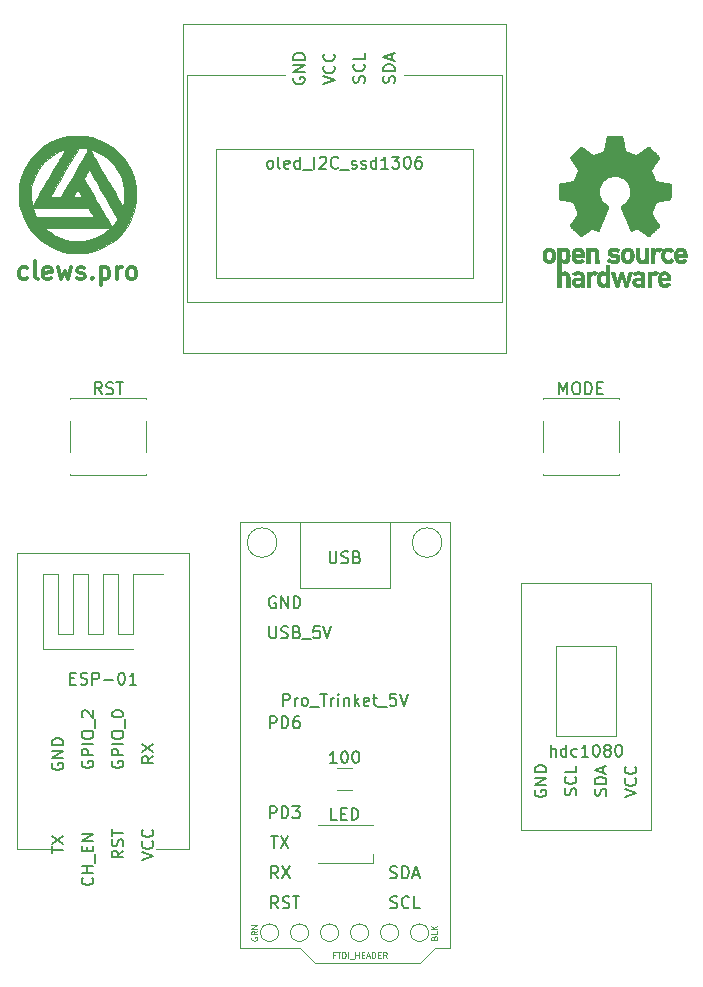
<source format=gbr>
G04 #@! TF.GenerationSoftware,KiCad,Pcbnew,5.1.4+dfsg1-1*
G04 #@! TF.CreationDate,2020-04-18T12:41:44+10:00*
G04 #@! TF.ProjectId,temp0_schematic,74656d70-305f-4736-9368-656d61746963,rev?*
G04 #@! TF.SameCoordinates,Original*
G04 #@! TF.FileFunction,Legend,Top*
G04 #@! TF.FilePolarity,Positive*
%FSLAX46Y46*%
G04 Gerber Fmt 4.6, Leading zero omitted, Abs format (unit mm)*
G04 Created by KiCad (PCBNEW 5.1.4+dfsg1-1) date 2020-04-18 12:41:44*
%MOMM*%
%LPD*%
G04 APERTURE LIST*
%ADD10C,0.300000*%
%ADD11C,0.010000*%
%ADD12C,0.120000*%
%ADD13C,0.150000*%
%ADD14C,0.125000*%
G04 APERTURE END LIST*
D10*
X115638000Y-79601142D02*
X115495142Y-79672571D01*
X115209428Y-79672571D01*
X115066571Y-79601142D01*
X114995142Y-79529714D01*
X114923714Y-79386857D01*
X114923714Y-78958285D01*
X114995142Y-78815428D01*
X115066571Y-78744000D01*
X115209428Y-78672571D01*
X115495142Y-78672571D01*
X115638000Y-78744000D01*
X116495142Y-79672571D02*
X116352285Y-79601142D01*
X116280857Y-79458285D01*
X116280857Y-78172571D01*
X117638000Y-79601142D02*
X117495142Y-79672571D01*
X117209428Y-79672571D01*
X117066571Y-79601142D01*
X116995142Y-79458285D01*
X116995142Y-78886857D01*
X117066571Y-78744000D01*
X117209428Y-78672571D01*
X117495142Y-78672571D01*
X117638000Y-78744000D01*
X117709428Y-78886857D01*
X117709428Y-79029714D01*
X116995142Y-79172571D01*
X118209428Y-78672571D02*
X118495142Y-79672571D01*
X118780857Y-78958285D01*
X119066571Y-79672571D01*
X119352285Y-78672571D01*
X119852285Y-79601142D02*
X119995142Y-79672571D01*
X120280857Y-79672571D01*
X120423714Y-79601142D01*
X120495142Y-79458285D01*
X120495142Y-79386857D01*
X120423714Y-79244000D01*
X120280857Y-79172571D01*
X120066571Y-79172571D01*
X119923714Y-79101142D01*
X119852285Y-78958285D01*
X119852285Y-78886857D01*
X119923714Y-78744000D01*
X120066571Y-78672571D01*
X120280857Y-78672571D01*
X120423714Y-78744000D01*
X121138000Y-79529714D02*
X121209428Y-79601142D01*
X121138000Y-79672571D01*
X121066571Y-79601142D01*
X121138000Y-79529714D01*
X121138000Y-79672571D01*
X121852285Y-78672571D02*
X121852285Y-80172571D01*
X121852285Y-78744000D02*
X121995142Y-78672571D01*
X122280857Y-78672571D01*
X122423714Y-78744000D01*
X122495142Y-78815428D01*
X122566571Y-78958285D01*
X122566571Y-79386857D01*
X122495142Y-79529714D01*
X122423714Y-79601142D01*
X122280857Y-79672571D01*
X121995142Y-79672571D01*
X121852285Y-79601142D01*
X123209428Y-79672571D02*
X123209428Y-78672571D01*
X123209428Y-78958285D02*
X123280857Y-78815428D01*
X123352285Y-78744000D01*
X123495142Y-78672571D01*
X123638000Y-78672571D01*
X124352285Y-79672571D02*
X124209428Y-79601142D01*
X124138000Y-79529714D01*
X124066571Y-79386857D01*
X124066571Y-78958285D01*
X124138000Y-78815428D01*
X124209428Y-78744000D01*
X124352285Y-78672571D01*
X124566571Y-78672571D01*
X124709428Y-78744000D01*
X124780857Y-78815428D01*
X124852285Y-78958285D01*
X124852285Y-79386857D01*
X124780857Y-79529714D01*
X124709428Y-79601142D01*
X124566571Y-79672571D01*
X124352285Y-79672571D01*
D11*
G36*
X165992381Y-67525048D02*
G01*
X166010853Y-67541977D01*
X166070900Y-67864138D01*
X166083502Y-67931789D01*
X166097269Y-68005777D01*
X166111790Y-68083878D01*
X166126650Y-68163867D01*
X166141438Y-68243520D01*
X166155740Y-68320613D01*
X166169142Y-68392922D01*
X166181233Y-68458223D01*
X166184965Y-68478400D01*
X166196848Y-68542542D01*
X166207112Y-68597465D01*
X166215967Y-68643943D01*
X166223620Y-68682750D01*
X166230281Y-68714661D01*
X166236158Y-68740449D01*
X166241461Y-68760891D01*
X166246399Y-68776759D01*
X166251180Y-68788829D01*
X166256012Y-68797876D01*
X166261106Y-68804672D01*
X166266670Y-68809994D01*
X166272913Y-68814616D01*
X166276240Y-68816831D01*
X166283406Y-68820390D01*
X166299027Y-68827363D01*
X166322144Y-68837348D01*
X166351797Y-68849940D01*
X166387029Y-68864734D01*
X166426878Y-68881325D01*
X166470386Y-68899309D01*
X166516595Y-68918282D01*
X166523900Y-68921270D01*
X166571922Y-68940906D01*
X166618627Y-68960009D01*
X166662864Y-68978107D01*
X166703481Y-68994730D01*
X166739323Y-69009404D01*
X166769241Y-69021660D01*
X166792080Y-69031023D01*
X166806688Y-69037024D01*
X166806880Y-69037103D01*
X166831854Y-69047372D01*
X166862045Y-69059764D01*
X166893265Y-69072561D01*
X166916100Y-69081908D01*
X166945174Y-69093822D01*
X166979386Y-69107875D01*
X167014487Y-69122322D01*
X167046226Y-69135413D01*
X167046485Y-69135520D01*
X167081872Y-69149454D01*
X167110059Y-69158715D01*
X167132755Y-69163514D01*
X167151670Y-69164064D01*
X167168512Y-69160575D01*
X167184991Y-69153259D01*
X167185886Y-69152770D01*
X167195317Y-69146996D01*
X167211838Y-69136271D01*
X167234194Y-69121435D01*
X167261128Y-69103330D01*
X167291383Y-69082795D01*
X167323705Y-69060673D01*
X167331980Y-69054980D01*
X167404892Y-69004772D01*
X167473059Y-68957858D01*
X167538779Y-68912659D01*
X167604348Y-68867595D01*
X167672063Y-68821088D01*
X167744221Y-68771559D01*
X167800020Y-68733276D01*
X167838179Y-68707098D01*
X167876476Y-68680824D01*
X167913414Y-68655481D01*
X167947496Y-68632097D01*
X167977225Y-68611697D01*
X168001105Y-68595310D01*
X168013380Y-68586886D01*
X168058851Y-68555687D01*
X168096735Y-68529755D01*
X168127821Y-68508603D01*
X168152894Y-68491744D01*
X168172743Y-68478692D01*
X168188154Y-68468958D01*
X168199914Y-68462057D01*
X168208811Y-68457502D01*
X168215632Y-68454806D01*
X168221165Y-68453481D01*
X168226196Y-68453041D01*
X168229854Y-68453000D01*
X168246949Y-68454884D01*
X168262214Y-68459502D01*
X168263822Y-68460293D01*
X168269184Y-68464810D01*
X168281143Y-68475997D01*
X168299158Y-68493312D01*
X168322686Y-68516211D01*
X168351184Y-68544151D01*
X168384109Y-68576589D01*
X168420920Y-68612983D01*
X168461073Y-68652789D01*
X168504026Y-68695464D01*
X168549236Y-68740466D01*
X168596162Y-68787250D01*
X168644259Y-68835275D01*
X168692987Y-68883997D01*
X168741802Y-68932874D01*
X168790162Y-68981361D01*
X168837524Y-69028916D01*
X168883346Y-69074997D01*
X168927085Y-69119059D01*
X168968198Y-69160561D01*
X169006144Y-69198959D01*
X169040379Y-69233710D01*
X169070361Y-69264271D01*
X169095548Y-69290098D01*
X169115397Y-69310650D01*
X169129365Y-69325383D01*
X169136910Y-69333754D01*
X169138073Y-69335316D01*
X169143575Y-69357292D01*
X169139383Y-69382182D01*
X169127170Y-69407266D01*
X169120133Y-69418178D01*
X169108194Y-69436155D01*
X169092227Y-69459904D01*
X169073106Y-69488131D01*
X169051704Y-69519543D01*
X169028896Y-69552848D01*
X169020875Y-69564522D01*
X168994251Y-69603238D01*
X168965522Y-69645029D01*
X168936287Y-69687567D01*
X168908146Y-69728525D01*
X168882698Y-69765575D01*
X168863101Y-69794120D01*
X168813940Y-69865746D01*
X168770014Y-69929739D01*
X168730813Y-69986844D01*
X168695825Y-70037804D01*
X168664539Y-70083366D01*
X168636442Y-70124273D01*
X168611025Y-70161270D01*
X168587774Y-70195102D01*
X168566179Y-70226513D01*
X168545728Y-70256249D01*
X168539637Y-70265105D01*
X168518846Y-70295431D01*
X168499398Y-70323998D01*
X168482220Y-70349427D01*
X168468240Y-70370339D01*
X168458387Y-70385354D01*
X168454153Y-70392105D01*
X168450404Y-70398424D01*
X168447226Y-70404324D01*
X168444826Y-70410394D01*
X168443409Y-70417224D01*
X168443180Y-70425403D01*
X168444345Y-70435521D01*
X168447108Y-70448168D01*
X168451676Y-70463931D01*
X168458253Y-70483402D01*
X168467045Y-70507170D01*
X168478257Y-70535824D01*
X168492095Y-70569953D01*
X168508764Y-70610147D01*
X168528469Y-70656996D01*
X168551416Y-70711088D01*
X168577810Y-70773014D01*
X168607856Y-70843363D01*
X168626790Y-70887677D01*
X168661890Y-70969687D01*
X168693234Y-71042593D01*
X168720948Y-71106682D01*
X168745160Y-71162239D01*
X168765997Y-71209548D01*
X168783586Y-71248896D01*
X168798054Y-71280568D01*
X168809528Y-71304849D01*
X168818135Y-71322024D01*
X168824003Y-71332380D01*
X168826180Y-71335350D01*
X168833777Y-71342786D01*
X168842583Y-71349220D01*
X168853758Y-71354998D01*
X168868465Y-71360465D01*
X168887866Y-71365969D01*
X168913121Y-71371855D01*
X168945393Y-71378470D01*
X168985845Y-71386160D01*
X169014140Y-71391363D01*
X169088276Y-71404922D01*
X169164009Y-71418830D01*
X169240676Y-71432963D01*
X169317612Y-71447195D01*
X169394155Y-71461401D01*
X169469642Y-71475457D01*
X169543410Y-71489237D01*
X169614795Y-71502616D01*
X169683134Y-71515470D01*
X169747765Y-71527672D01*
X169808024Y-71539098D01*
X169863247Y-71549623D01*
X169912773Y-71559122D01*
X169955937Y-71567470D01*
X169992076Y-71574541D01*
X170020528Y-71580211D01*
X170040629Y-71584354D01*
X170051716Y-71586846D01*
X170053634Y-71587416D01*
X170064664Y-71595338D01*
X170075765Y-71607505D01*
X170077223Y-71609543D01*
X170088560Y-71626088D01*
X170088541Y-72242994D01*
X170088535Y-72335002D01*
X170088518Y-72417397D01*
X170088481Y-72490726D01*
X170088415Y-72555535D01*
X170088312Y-72612371D01*
X170088163Y-72661781D01*
X170087959Y-72704311D01*
X170087691Y-72740508D01*
X170087351Y-72770919D01*
X170086930Y-72796091D01*
X170086418Y-72816570D01*
X170085808Y-72832903D01*
X170085091Y-72845638D01*
X170084258Y-72855320D01*
X170083300Y-72862496D01*
X170082208Y-72867714D01*
X170080974Y-72871519D01*
X170079589Y-72874459D01*
X170078415Y-72876475D01*
X170066949Y-72889917D01*
X170052780Y-72900125D01*
X170051764Y-72900611D01*
X170048404Y-72901817D01*
X170042536Y-72903438D01*
X170033757Y-72905551D01*
X170021664Y-72908233D01*
X170005855Y-72911559D01*
X169985926Y-72915607D01*
X169961474Y-72920453D01*
X169932098Y-72926173D01*
X169897394Y-72932844D01*
X169856958Y-72940543D01*
X169810390Y-72949346D01*
X169757284Y-72959329D01*
X169697239Y-72970570D01*
X169629852Y-72983144D01*
X169554720Y-72997128D01*
X169471439Y-73012600D01*
X169379608Y-73029634D01*
X169278824Y-73048308D01*
X169168682Y-73068698D01*
X169100500Y-73081314D01*
X169056880Y-73089437D01*
X169015871Y-73097174D01*
X168978672Y-73104292D01*
X168946483Y-73110557D01*
X168920504Y-73115736D01*
X168901935Y-73119593D01*
X168891976Y-73121896D01*
X168891285Y-73122097D01*
X168885128Y-73124122D01*
X168879433Y-73126505D01*
X168873943Y-73129794D01*
X168868404Y-73134532D01*
X168862562Y-73141268D01*
X168856162Y-73150548D01*
X168848950Y-73162917D01*
X168840670Y-73178922D01*
X168831069Y-73199110D01*
X168819891Y-73224027D01*
X168806882Y-73254218D01*
X168791788Y-73290231D01*
X168774353Y-73332611D01*
X168754324Y-73381906D01*
X168731445Y-73438660D01*
X168705461Y-73503421D01*
X168676120Y-73576735D01*
X168656319Y-73626250D01*
X168625796Y-73702612D01*
X168598842Y-73770124D01*
X168575241Y-73829363D01*
X168554778Y-73880906D01*
X168537237Y-73925331D01*
X168522402Y-73963216D01*
X168510057Y-73995139D01*
X168499985Y-74021677D01*
X168491973Y-74043408D01*
X168485802Y-74060909D01*
X168481258Y-74074759D01*
X168478125Y-74085535D01*
X168476186Y-74093814D01*
X168475226Y-74100175D01*
X168475029Y-74105195D01*
X168475380Y-74109451D01*
X168475481Y-74110160D01*
X168476362Y-74115101D01*
X168477759Y-74120318D01*
X168480055Y-74126399D01*
X168483631Y-74133933D01*
X168488870Y-74143510D01*
X168496154Y-74155720D01*
X168505864Y-74171151D01*
X168518382Y-74190392D01*
X168534090Y-74214033D01*
X168553371Y-74242663D01*
X168576607Y-74276872D01*
X168604178Y-74317248D01*
X168636468Y-74364380D01*
X168673858Y-74418859D01*
X168704770Y-74463863D01*
X168763672Y-74549609D01*
X168826500Y-74641084D01*
X168891436Y-74735637D01*
X168956659Y-74830619D01*
X169020351Y-74923381D01*
X169068490Y-74993500D01*
X169088216Y-75022696D01*
X169106048Y-75049970D01*
X169121136Y-75073948D01*
X169132626Y-75093253D01*
X169139667Y-75106513D01*
X169141449Y-75111212D01*
X169142642Y-75116901D01*
X169143561Y-75122141D01*
X169143838Y-75127344D01*
X169143105Y-75132918D01*
X169140992Y-75139274D01*
X169137130Y-75146821D01*
X169131151Y-75155969D01*
X169122686Y-75167127D01*
X169111366Y-75180705D01*
X169096821Y-75197114D01*
X169078684Y-75216761D01*
X169056585Y-75240059D01*
X169030155Y-75267414D01*
X168999026Y-75299239D01*
X168962828Y-75335942D01*
X168921193Y-75377933D01*
X168873752Y-75425621D01*
X168820136Y-75479417D01*
X168759975Y-75539730D01*
X168715197Y-75584618D01*
X168660332Y-75639554D01*
X168607163Y-75692661D01*
X168556164Y-75743474D01*
X168507807Y-75791526D01*
X168462565Y-75836352D01*
X168420913Y-75877485D01*
X168383323Y-75914460D01*
X168350269Y-75946811D01*
X168322223Y-75974072D01*
X168299659Y-75995776D01*
X168283051Y-76011459D01*
X168272870Y-76020653D01*
X168270195Y-76022768D01*
X168246905Y-76034322D01*
X168225647Y-76036713D01*
X168204513Y-76030143D01*
X168203838Y-76029798D01*
X168197004Y-76025542D01*
X168181948Y-76015604D01*
X168158804Y-76000077D01*
X168127710Y-75979054D01*
X168088802Y-75952628D01*
X168042215Y-75920892D01*
X167988086Y-75883939D01*
X167926551Y-75841863D01*
X167857746Y-75794756D01*
X167781807Y-75742711D01*
X167698871Y-75685822D01*
X167609073Y-75624181D01*
X167512550Y-75557881D01*
X167409438Y-75487016D01*
X167400134Y-75480621D01*
X167368442Y-75458921D01*
X167338801Y-75438793D01*
X167312434Y-75421053D01*
X167290566Y-75406520D01*
X167274418Y-75396011D01*
X167265214Y-75390343D01*
X167264497Y-75389955D01*
X167249826Y-75385077D01*
X167231419Y-75382337D01*
X167225404Y-75382120D01*
X167218820Y-75382513D01*
X167211270Y-75383972D01*
X167201875Y-75386916D01*
X167189756Y-75391763D01*
X167174032Y-75398932D01*
X167153825Y-75408841D01*
X167128255Y-75421910D01*
X167096442Y-75438558D01*
X167057509Y-75459202D01*
X167010574Y-75484262D01*
X167007982Y-75485649D01*
X166966348Y-75507911D01*
X166926791Y-75529034D01*
X166890362Y-75548457D01*
X166858111Y-75565622D01*
X166831091Y-75579970D01*
X166810353Y-75590941D01*
X166796948Y-75597976D01*
X166793112Y-75599949D01*
X166767504Y-75609076D01*
X166744844Y-75609568D01*
X166726262Y-75601434D01*
X166723694Y-75599290D01*
X166720839Y-75594758D01*
X166715468Y-75583972D01*
X166707498Y-75566731D01*
X166696842Y-75542834D01*
X166683418Y-75512082D01*
X166667140Y-75474274D01*
X166647925Y-75429209D01*
X166625687Y-75376687D01*
X166600342Y-75316508D01*
X166571807Y-75248471D01*
X166539996Y-75172377D01*
X166504825Y-75088024D01*
X166466209Y-74995213D01*
X166424065Y-74893743D01*
X166378307Y-74783413D01*
X166328851Y-74664024D01*
X166290707Y-74571860D01*
X166250511Y-74474644D01*
X166211340Y-74379788D01*
X166173373Y-74287729D01*
X166136789Y-74198904D01*
X166101765Y-74113750D01*
X166068481Y-74032705D01*
X166037116Y-73956206D01*
X166007847Y-73884690D01*
X165980853Y-73818595D01*
X165956314Y-73758358D01*
X165934407Y-73704416D01*
X165915311Y-73657207D01*
X165899205Y-73617168D01*
X165886268Y-73584736D01*
X165876678Y-73560349D01*
X165870613Y-73544444D01*
X165868252Y-73537458D01*
X165868231Y-73537328D01*
X165867724Y-73522016D01*
X165870728Y-73508642D01*
X165878302Y-73495959D01*
X165891505Y-73482725D01*
X165911395Y-73467692D01*
X165939030Y-73449617D01*
X165947080Y-73444597D01*
X165972140Y-73428776D01*
X165996127Y-73413114D01*
X166016733Y-73399151D01*
X166031653Y-73388429D01*
X166034720Y-73386039D01*
X166047464Y-73376169D01*
X166066188Y-73362171D01*
X166088560Y-73345766D01*
X166112252Y-73328674D01*
X166116964Y-73325310D01*
X166208287Y-73254118D01*
X166292276Y-73176088D01*
X166368657Y-73091692D01*
X166437155Y-73001401D01*
X166497497Y-72905684D01*
X166549407Y-72805012D01*
X166592611Y-72699855D01*
X166626834Y-72590684D01*
X166651803Y-72477970D01*
X166664853Y-72386274D01*
X166667593Y-72350629D01*
X166669085Y-72308007D01*
X166669396Y-72260821D01*
X166668593Y-72211482D01*
X166666744Y-72162404D01*
X166663916Y-72115997D01*
X166660177Y-72074673D01*
X166655594Y-72040846D01*
X166655130Y-72038182D01*
X166631974Y-71929562D01*
X166602191Y-71827564D01*
X166565158Y-71730611D01*
X166520249Y-71637129D01*
X166466842Y-71545542D01*
X166449455Y-71518780D01*
X166383315Y-71428184D01*
X166309420Y-71343391D01*
X166228556Y-71265029D01*
X166141512Y-71193727D01*
X166049078Y-71130113D01*
X165952041Y-71074818D01*
X165851189Y-71028469D01*
X165818820Y-71015845D01*
X165725269Y-70984233D01*
X165634132Y-70960530D01*
X165542735Y-70944257D01*
X165448408Y-70934935D01*
X165351611Y-70932081D01*
X165299050Y-70932592D01*
X165253678Y-70934237D01*
X165212566Y-70937265D01*
X165172781Y-70941919D01*
X165131394Y-70948446D01*
X165109903Y-70952353D01*
X164996479Y-70978741D01*
X164887041Y-71014390D01*
X164781930Y-71059123D01*
X164681486Y-71112759D01*
X164586049Y-71175121D01*
X164495960Y-71246029D01*
X164423946Y-71312786D01*
X164361969Y-71377748D01*
X164307899Y-71441503D01*
X164260100Y-71506320D01*
X164216932Y-71574471D01*
X164176757Y-71648225D01*
X164165338Y-71671180D01*
X164120579Y-71771952D01*
X164085329Y-71871876D01*
X164059227Y-71972502D01*
X164041911Y-72075385D01*
X164033019Y-72182079D01*
X164031581Y-72245220D01*
X164032003Y-72299977D01*
X164033731Y-72347657D01*
X164037044Y-72391293D01*
X164042222Y-72433914D01*
X164049543Y-72478553D01*
X164056308Y-72513690D01*
X164083105Y-72621316D01*
X164119565Y-72727324D01*
X164165208Y-72830703D01*
X164219554Y-72930440D01*
X164282123Y-73025524D01*
X164326229Y-73083426D01*
X164354844Y-73116884D01*
X164389111Y-73153643D01*
X164426827Y-73191574D01*
X164465790Y-73228549D01*
X164503799Y-73262437D01*
X164538651Y-73291111D01*
X164549806Y-73299602D01*
X164575265Y-73318477D01*
X164603330Y-73339273D01*
X164629993Y-73359022D01*
X164645417Y-73370440D01*
X164667626Y-73386307D01*
X164695051Y-73405055D01*
X164724195Y-73424335D01*
X164751392Y-73441688D01*
X164783049Y-73462342D01*
X164806347Y-73479909D01*
X164822236Y-73495367D01*
X164831667Y-73509699D01*
X164835591Y-73523885D01*
X164835840Y-73528822D01*
X164833926Y-73535255D01*
X164828340Y-73550497D01*
X164819313Y-73573975D01*
X164807076Y-73605118D01*
X164791859Y-73643354D01*
X164773893Y-73688111D01*
X164753411Y-73738818D01*
X164730642Y-73794902D01*
X164705818Y-73855792D01*
X164679171Y-73920917D01*
X164650930Y-73989703D01*
X164621327Y-74061580D01*
X164590593Y-74135976D01*
X164586213Y-74146561D01*
X164554891Y-74222238D01*
X164524329Y-74296083D01*
X164494788Y-74367470D01*
X164466526Y-74435769D01*
X164439803Y-74500353D01*
X164414881Y-74560593D01*
X164392018Y-74615860D01*
X164371474Y-74665527D01*
X164353510Y-74708966D01*
X164338385Y-74745548D01*
X164326359Y-74774644D01*
X164317692Y-74795627D01*
X164312644Y-74807869D01*
X164312557Y-74808080D01*
X164302334Y-74832888D01*
X164289465Y-74864050D01*
X164275202Y-74898534D01*
X164260799Y-74933312D01*
X164251640Y-74955400D01*
X164237844Y-74988667D01*
X164223337Y-75023683D01*
X164209374Y-75057419D01*
X164197209Y-75086843D01*
X164190654Y-75102720D01*
X164179455Y-75129852D01*
X164165940Y-75162566D01*
X164151681Y-75197060D01*
X164138249Y-75229528D01*
X164136067Y-75234800D01*
X164123168Y-75265962D01*
X164107923Y-75302792D01*
X164091874Y-75341568D01*
X164076559Y-75378570D01*
X164069834Y-75394820D01*
X164056287Y-75427541D01*
X164042068Y-75461875D01*
X164028436Y-75494775D01*
X164016656Y-75523196D01*
X164010906Y-75537060D01*
X164000839Y-75559904D01*
X163990960Y-75579867D01*
X163982456Y-75594688D01*
X163976877Y-75601830D01*
X163970880Y-75606291D01*
X163964633Y-75609407D01*
X163957349Y-75610859D01*
X163948242Y-75610331D01*
X163936524Y-75607506D01*
X163921407Y-75602068D01*
X163902106Y-75593701D01*
X163877832Y-75582086D01*
X163847800Y-75566909D01*
X163811221Y-75547852D01*
X163767308Y-75524598D01*
X163715275Y-75496831D01*
X163713444Y-75495852D01*
X163498602Y-75380985D01*
X163469783Y-75383070D01*
X163464482Y-75383457D01*
X163459477Y-75384043D01*
X163454211Y-75385187D01*
X163448122Y-75387248D01*
X163440652Y-75390587D01*
X163431240Y-75395561D01*
X163419327Y-75402530D01*
X163404353Y-75411855D01*
X163385758Y-75423893D01*
X163362984Y-75439005D01*
X163335468Y-75457550D01*
X163302654Y-75479886D01*
X163263979Y-75506374D01*
X163218886Y-75537373D01*
X163166813Y-75573242D01*
X163107201Y-75614340D01*
X163075620Y-75636117D01*
X163055889Y-75649703D01*
X163029093Y-75668125D01*
X162996549Y-75690479D01*
X162959576Y-75715860D01*
X162919491Y-75743363D01*
X162877611Y-75772085D01*
X162835255Y-75801121D01*
X162816540Y-75813947D01*
X162775031Y-75842399D01*
X162733948Y-75870579D01*
X162694513Y-75897648D01*
X162657950Y-75922764D01*
X162625481Y-75945088D01*
X162598329Y-75963779D01*
X162577718Y-75977997D01*
X162570160Y-75983227D01*
X162539243Y-76004242D01*
X162514887Y-76019582D01*
X162495631Y-76029806D01*
X162480014Y-76035472D01*
X162466574Y-76037141D01*
X162453850Y-76035371D01*
X162443160Y-76031838D01*
X162437946Y-76027647D01*
X162426121Y-76016783D01*
X162408226Y-75999786D01*
X162384802Y-75977196D01*
X162356392Y-75949555D01*
X162323538Y-75917402D01*
X162286782Y-75881279D01*
X162246665Y-75841725D01*
X162203731Y-75799282D01*
X162158521Y-75754489D01*
X162111576Y-75707888D01*
X162063440Y-75660019D01*
X162014653Y-75611423D01*
X161965758Y-75562640D01*
X161917298Y-75514210D01*
X161869813Y-75466675D01*
X161823847Y-75420574D01*
X161779940Y-75376449D01*
X161738636Y-75334840D01*
X161700476Y-75296287D01*
X161666002Y-75261331D01*
X161635756Y-75230513D01*
X161610280Y-75204373D01*
X161590116Y-75183451D01*
X161575806Y-75168289D01*
X161567893Y-75159426D01*
X161566533Y-75157582D01*
X161560190Y-75136261D01*
X161560684Y-75112497D01*
X161567866Y-75091223D01*
X161568576Y-75090020D01*
X161572649Y-75083860D01*
X161582094Y-75069883D01*
X161596532Y-75048645D01*
X161615580Y-75020702D01*
X161638858Y-74986611D01*
X161665987Y-74946928D01*
X161696584Y-74902211D01*
X161730270Y-74853014D01*
X161766664Y-74799896D01*
X161805385Y-74743412D01*
X161846052Y-74684119D01*
X161888285Y-74622573D01*
X161895920Y-74611450D01*
X161938322Y-74549657D01*
X161979174Y-74490078D01*
X162018101Y-74433264D01*
X162054728Y-74379765D01*
X162088678Y-74330131D01*
X162119575Y-74284913D01*
X162147044Y-74244661D01*
X162170708Y-74209926D01*
X162190193Y-74181258D01*
X162205122Y-74159207D01*
X162215119Y-74144325D01*
X162219809Y-74137161D01*
X162220068Y-74136718D01*
X162222824Y-74131308D01*
X162224996Y-74125837D01*
X162226390Y-74119735D01*
X162226809Y-74112429D01*
X162226058Y-74103346D01*
X162223941Y-74091915D01*
X162220262Y-74077564D01*
X162214827Y-74059720D01*
X162207438Y-74037811D01*
X162197901Y-74011266D01*
X162186019Y-73979511D01*
X162171598Y-73941975D01*
X162154440Y-73898086D01*
X162134352Y-73847272D01*
X162111136Y-73788960D01*
X162084597Y-73722578D01*
X162054540Y-73647554D01*
X162042370Y-73617198D01*
X162011068Y-73539135D01*
X161983291Y-73469951D01*
X161958780Y-73409095D01*
X161937280Y-73356016D01*
X161918532Y-73310162D01*
X161902279Y-73270983D01*
X161888264Y-73237927D01*
X161876231Y-73210444D01*
X161865920Y-73187982D01*
X161857075Y-73169991D01*
X161849440Y-73155918D01*
X161842756Y-73145214D01*
X161836766Y-73137327D01*
X161831213Y-73131705D01*
X161825840Y-73127799D01*
X161820389Y-73125056D01*
X161814603Y-73122926D01*
X161811066Y-73121778D01*
X161799678Y-73118826D01*
X161781100Y-73114769D01*
X161758159Y-73110200D01*
X161739580Y-73106757D01*
X161702041Y-73099989D01*
X161658239Y-73092012D01*
X161608944Y-73082973D01*
X161554927Y-73073016D01*
X161496959Y-73062287D01*
X161435810Y-73050930D01*
X161372251Y-73039090D01*
X161307053Y-73026914D01*
X161240987Y-73014545D01*
X161174823Y-73002130D01*
X161109332Y-72989813D01*
X161045285Y-72977739D01*
X160983453Y-72966054D01*
X160924606Y-72954902D01*
X160869516Y-72944430D01*
X160818952Y-72934781D01*
X160773686Y-72926102D01*
X160734488Y-72918536D01*
X160702130Y-72912230D01*
X160677381Y-72907329D01*
X160661014Y-72903977D01*
X160653797Y-72902320D01*
X160653627Y-72902261D01*
X160640714Y-72894477D01*
X160628034Y-72882954D01*
X160626957Y-72881711D01*
X160614359Y-72866740D01*
X160614360Y-72247117D01*
X160614351Y-72153146D01*
X160614342Y-72068804D01*
X160614356Y-71993559D01*
X160614418Y-71926880D01*
X160614551Y-71868236D01*
X160614779Y-71817097D01*
X160615127Y-71772930D01*
X160615618Y-71735205D01*
X160616276Y-71703390D01*
X160617126Y-71676955D01*
X160618191Y-71655367D01*
X160619496Y-71638096D01*
X160621064Y-71624611D01*
X160622919Y-71614380D01*
X160625085Y-71606872D01*
X160627587Y-71601556D01*
X160630449Y-71597901D01*
X160633694Y-71595375D01*
X160637346Y-71593448D01*
X160641430Y-71591588D01*
X160644041Y-71590312D01*
X160647526Y-71588639D01*
X160651823Y-71586956D01*
X160657648Y-71585119D01*
X160665718Y-71582984D01*
X160676750Y-71580409D01*
X160691461Y-71577249D01*
X160710569Y-71573362D01*
X160734788Y-71568603D01*
X160764838Y-71562829D01*
X160801434Y-71555896D01*
X160845293Y-71547661D01*
X160897133Y-71537981D01*
X160957669Y-71526711D01*
X161013140Y-71516399D01*
X161119337Y-71496661D01*
X161216005Y-71478687D01*
X161303601Y-71462388D01*
X161382586Y-71447674D01*
X161453417Y-71434456D01*
X161516556Y-71422645D01*
X161572460Y-71412152D01*
X161621590Y-71402889D01*
X161664404Y-71394764D01*
X161701361Y-71387691D01*
X161732922Y-71381578D01*
X161759544Y-71376338D01*
X161781688Y-71371880D01*
X161799813Y-71368117D01*
X161814378Y-71364958D01*
X161825841Y-71362315D01*
X161834663Y-71360098D01*
X161841303Y-71358218D01*
X161846220Y-71356586D01*
X161849872Y-71355113D01*
X161852721Y-71353710D01*
X161853585Y-71353234D01*
X161868696Y-71342124D01*
X161881606Y-71328461D01*
X161882832Y-71326739D01*
X161886418Y-71319759D01*
X161893691Y-71304123D01*
X161904351Y-71280519D01*
X161918096Y-71249634D01*
X161934625Y-71212157D01*
X161953637Y-71168775D01*
X161974830Y-71120176D01*
X161997903Y-71067048D01*
X162022554Y-71010078D01*
X162048482Y-70949955D01*
X162075386Y-70887367D01*
X162077055Y-70883477D01*
X162112147Y-70801537D01*
X162143228Y-70728632D01*
X162170402Y-70664506D01*
X162193775Y-70608904D01*
X162213450Y-70561573D01*
X162229533Y-70522256D01*
X162242129Y-70490700D01*
X162251342Y-70466650D01*
X162257277Y-70449850D01*
X162260040Y-70440047D01*
X162260280Y-70438037D01*
X162258812Y-70421305D01*
X162255269Y-70406447D01*
X162255156Y-70406145D01*
X162251669Y-70400294D01*
X162242784Y-70386603D01*
X162228859Y-70365603D01*
X162210255Y-70337826D01*
X162187332Y-70303802D01*
X162160450Y-70264062D01*
X162129969Y-70219136D01*
X162096249Y-70169556D01*
X162059650Y-70115853D01*
X162020531Y-70058556D01*
X161979254Y-69998198D01*
X161936177Y-69935308D01*
X161906468Y-69891991D01*
X161853649Y-69815023D01*
X161806284Y-69745982D01*
X161764093Y-69684406D01*
X161726793Y-69629836D01*
X161694105Y-69581810D01*
X161665747Y-69539869D01*
X161641439Y-69503552D01*
X161620899Y-69472398D01*
X161603846Y-69445948D01*
X161590000Y-69423740D01*
X161579080Y-69405314D01*
X161570804Y-69390210D01*
X161564893Y-69377968D01*
X161561063Y-69368126D01*
X161559036Y-69360225D01*
X161558530Y-69353804D01*
X161559263Y-69348402D01*
X161560956Y-69343560D01*
X161563326Y-69338817D01*
X161565967Y-69333951D01*
X161570513Y-69328519D01*
X161581809Y-69316375D01*
X161599402Y-69297979D01*
X161622843Y-69273787D01*
X161651680Y-69244257D01*
X161685462Y-69209847D01*
X161723740Y-69171015D01*
X161766061Y-69128218D01*
X161811975Y-69081914D01*
X161861031Y-69032561D01*
X161912778Y-68980615D01*
X161966765Y-68926536D01*
X162005509Y-68887794D01*
X162437192Y-68456449D01*
X162464577Y-68454178D01*
X162470448Y-68453462D01*
X162475185Y-68452714D01*
X162479517Y-68452375D01*
X162484179Y-68452882D01*
X162489900Y-68454674D01*
X162497412Y-68458192D01*
X162507448Y-68463873D01*
X162520738Y-68472157D01*
X162538014Y-68483483D01*
X162560008Y-68498290D01*
X162587451Y-68517017D01*
X162621075Y-68540102D01*
X162661612Y-68567985D01*
X162709792Y-68601106D01*
X162712400Y-68602896D01*
X162815976Y-68674024D01*
X162912706Y-68740439D01*
X163002444Y-68802043D01*
X163085045Y-68858734D01*
X163160363Y-68910415D01*
X163228254Y-68956984D01*
X163288573Y-68998343D01*
X163341173Y-69034392D01*
X163385909Y-69065030D01*
X163422637Y-69090160D01*
X163451211Y-69109680D01*
X163462254Y-69117210D01*
X163488098Y-69134699D01*
X163507295Y-69147214D01*
X163521538Y-69155583D01*
X163532519Y-69160635D01*
X163541930Y-69163200D01*
X163551465Y-69164106D01*
X163558157Y-69164200D01*
X163563758Y-69163854D01*
X163570841Y-69162663D01*
X163580012Y-69160393D01*
X163591877Y-69156811D01*
X163607043Y-69151685D01*
X163626116Y-69144781D01*
X163649702Y-69135867D01*
X163678409Y-69124710D01*
X163712842Y-69111077D01*
X163753608Y-69094735D01*
X163801312Y-69075451D01*
X163856563Y-69052992D01*
X163919966Y-69027126D01*
X163992127Y-68997619D01*
X163995178Y-68996371D01*
X164056782Y-68971142D01*
X164115906Y-68946895D01*
X164171843Y-68923922D01*
X164223887Y-68902514D01*
X164271332Y-68882963D01*
X164313472Y-68865559D01*
X164349601Y-68850596D01*
X164379012Y-68838363D01*
X164401000Y-68829154D01*
X164414858Y-68823259D01*
X164419635Y-68821116D01*
X164438564Y-68806334D01*
X164454107Y-68784688D01*
X164463981Y-68759412D01*
X164464379Y-68757689D01*
X164465944Y-68749819D01*
X164469243Y-68732607D01*
X164474154Y-68706699D01*
X164480556Y-68672741D01*
X164488328Y-68631381D01*
X164497349Y-68583264D01*
X164507498Y-68529038D01*
X164518654Y-68469349D01*
X164530696Y-68404844D01*
X164543503Y-68336170D01*
X164556953Y-68263972D01*
X164570926Y-68188899D01*
X164579297Y-68143890D01*
X164593498Y-68067662D01*
X164607258Y-67994087D01*
X164620457Y-67923798D01*
X164632974Y-67857425D01*
X164644688Y-67795603D01*
X164655477Y-67738962D01*
X164665221Y-67688135D01*
X164673798Y-67643753D01*
X164681088Y-67606450D01*
X164686969Y-67576856D01*
X164691321Y-67555604D01*
X164694023Y-67543327D01*
X164694808Y-67540516D01*
X164702958Y-67529469D01*
X164715321Y-67519012D01*
X164716661Y-67518155D01*
X164719262Y-67516662D01*
X164722336Y-67515325D01*
X164726429Y-67514136D01*
X164732084Y-67513085D01*
X164739846Y-67512164D01*
X164750261Y-67511365D01*
X164763873Y-67510678D01*
X164781227Y-67510096D01*
X164802867Y-67509609D01*
X164829339Y-67509210D01*
X164861187Y-67508889D01*
X164898956Y-67508638D01*
X164943190Y-67508449D01*
X164994435Y-67508312D01*
X165053235Y-67508219D01*
X165120134Y-67508162D01*
X165195679Y-67508133D01*
X165280412Y-67508121D01*
X165353404Y-67508120D01*
X165973909Y-67508120D01*
X165992381Y-67525048D01*
X165992381Y-67525048D01*
G37*
X165992381Y-67525048D02*
X166010853Y-67541977D01*
X166070900Y-67864138D01*
X166083502Y-67931789D01*
X166097269Y-68005777D01*
X166111790Y-68083878D01*
X166126650Y-68163867D01*
X166141438Y-68243520D01*
X166155740Y-68320613D01*
X166169142Y-68392922D01*
X166181233Y-68458223D01*
X166184965Y-68478400D01*
X166196848Y-68542542D01*
X166207112Y-68597465D01*
X166215967Y-68643943D01*
X166223620Y-68682750D01*
X166230281Y-68714661D01*
X166236158Y-68740449D01*
X166241461Y-68760891D01*
X166246399Y-68776759D01*
X166251180Y-68788829D01*
X166256012Y-68797876D01*
X166261106Y-68804672D01*
X166266670Y-68809994D01*
X166272913Y-68814616D01*
X166276240Y-68816831D01*
X166283406Y-68820390D01*
X166299027Y-68827363D01*
X166322144Y-68837348D01*
X166351797Y-68849940D01*
X166387029Y-68864734D01*
X166426878Y-68881325D01*
X166470386Y-68899309D01*
X166516595Y-68918282D01*
X166523900Y-68921270D01*
X166571922Y-68940906D01*
X166618627Y-68960009D01*
X166662864Y-68978107D01*
X166703481Y-68994730D01*
X166739323Y-69009404D01*
X166769241Y-69021660D01*
X166792080Y-69031023D01*
X166806688Y-69037024D01*
X166806880Y-69037103D01*
X166831854Y-69047372D01*
X166862045Y-69059764D01*
X166893265Y-69072561D01*
X166916100Y-69081908D01*
X166945174Y-69093822D01*
X166979386Y-69107875D01*
X167014487Y-69122322D01*
X167046226Y-69135413D01*
X167046485Y-69135520D01*
X167081872Y-69149454D01*
X167110059Y-69158715D01*
X167132755Y-69163514D01*
X167151670Y-69164064D01*
X167168512Y-69160575D01*
X167184991Y-69153259D01*
X167185886Y-69152770D01*
X167195317Y-69146996D01*
X167211838Y-69136271D01*
X167234194Y-69121435D01*
X167261128Y-69103330D01*
X167291383Y-69082795D01*
X167323705Y-69060673D01*
X167331980Y-69054980D01*
X167404892Y-69004772D01*
X167473059Y-68957858D01*
X167538779Y-68912659D01*
X167604348Y-68867595D01*
X167672063Y-68821088D01*
X167744221Y-68771559D01*
X167800020Y-68733276D01*
X167838179Y-68707098D01*
X167876476Y-68680824D01*
X167913414Y-68655481D01*
X167947496Y-68632097D01*
X167977225Y-68611697D01*
X168001105Y-68595310D01*
X168013380Y-68586886D01*
X168058851Y-68555687D01*
X168096735Y-68529755D01*
X168127821Y-68508603D01*
X168152894Y-68491744D01*
X168172743Y-68478692D01*
X168188154Y-68468958D01*
X168199914Y-68462057D01*
X168208811Y-68457502D01*
X168215632Y-68454806D01*
X168221165Y-68453481D01*
X168226196Y-68453041D01*
X168229854Y-68453000D01*
X168246949Y-68454884D01*
X168262214Y-68459502D01*
X168263822Y-68460293D01*
X168269184Y-68464810D01*
X168281143Y-68475997D01*
X168299158Y-68493312D01*
X168322686Y-68516211D01*
X168351184Y-68544151D01*
X168384109Y-68576589D01*
X168420920Y-68612983D01*
X168461073Y-68652789D01*
X168504026Y-68695464D01*
X168549236Y-68740466D01*
X168596162Y-68787250D01*
X168644259Y-68835275D01*
X168692987Y-68883997D01*
X168741802Y-68932874D01*
X168790162Y-68981361D01*
X168837524Y-69028916D01*
X168883346Y-69074997D01*
X168927085Y-69119059D01*
X168968198Y-69160561D01*
X169006144Y-69198959D01*
X169040379Y-69233710D01*
X169070361Y-69264271D01*
X169095548Y-69290098D01*
X169115397Y-69310650D01*
X169129365Y-69325383D01*
X169136910Y-69333754D01*
X169138073Y-69335316D01*
X169143575Y-69357292D01*
X169139383Y-69382182D01*
X169127170Y-69407266D01*
X169120133Y-69418178D01*
X169108194Y-69436155D01*
X169092227Y-69459904D01*
X169073106Y-69488131D01*
X169051704Y-69519543D01*
X169028896Y-69552848D01*
X169020875Y-69564522D01*
X168994251Y-69603238D01*
X168965522Y-69645029D01*
X168936287Y-69687567D01*
X168908146Y-69728525D01*
X168882698Y-69765575D01*
X168863101Y-69794120D01*
X168813940Y-69865746D01*
X168770014Y-69929739D01*
X168730813Y-69986844D01*
X168695825Y-70037804D01*
X168664539Y-70083366D01*
X168636442Y-70124273D01*
X168611025Y-70161270D01*
X168587774Y-70195102D01*
X168566179Y-70226513D01*
X168545728Y-70256249D01*
X168539637Y-70265105D01*
X168518846Y-70295431D01*
X168499398Y-70323998D01*
X168482220Y-70349427D01*
X168468240Y-70370339D01*
X168458387Y-70385354D01*
X168454153Y-70392105D01*
X168450404Y-70398424D01*
X168447226Y-70404324D01*
X168444826Y-70410394D01*
X168443409Y-70417224D01*
X168443180Y-70425403D01*
X168444345Y-70435521D01*
X168447108Y-70448168D01*
X168451676Y-70463931D01*
X168458253Y-70483402D01*
X168467045Y-70507170D01*
X168478257Y-70535824D01*
X168492095Y-70569953D01*
X168508764Y-70610147D01*
X168528469Y-70656996D01*
X168551416Y-70711088D01*
X168577810Y-70773014D01*
X168607856Y-70843363D01*
X168626790Y-70887677D01*
X168661890Y-70969687D01*
X168693234Y-71042593D01*
X168720948Y-71106682D01*
X168745160Y-71162239D01*
X168765997Y-71209548D01*
X168783586Y-71248896D01*
X168798054Y-71280568D01*
X168809528Y-71304849D01*
X168818135Y-71322024D01*
X168824003Y-71332380D01*
X168826180Y-71335350D01*
X168833777Y-71342786D01*
X168842583Y-71349220D01*
X168853758Y-71354998D01*
X168868465Y-71360465D01*
X168887866Y-71365969D01*
X168913121Y-71371855D01*
X168945393Y-71378470D01*
X168985845Y-71386160D01*
X169014140Y-71391363D01*
X169088276Y-71404922D01*
X169164009Y-71418830D01*
X169240676Y-71432963D01*
X169317612Y-71447195D01*
X169394155Y-71461401D01*
X169469642Y-71475457D01*
X169543410Y-71489237D01*
X169614795Y-71502616D01*
X169683134Y-71515470D01*
X169747765Y-71527672D01*
X169808024Y-71539098D01*
X169863247Y-71549623D01*
X169912773Y-71559122D01*
X169955937Y-71567470D01*
X169992076Y-71574541D01*
X170020528Y-71580211D01*
X170040629Y-71584354D01*
X170051716Y-71586846D01*
X170053634Y-71587416D01*
X170064664Y-71595338D01*
X170075765Y-71607505D01*
X170077223Y-71609543D01*
X170088560Y-71626088D01*
X170088541Y-72242994D01*
X170088535Y-72335002D01*
X170088518Y-72417397D01*
X170088481Y-72490726D01*
X170088415Y-72555535D01*
X170088312Y-72612371D01*
X170088163Y-72661781D01*
X170087959Y-72704311D01*
X170087691Y-72740508D01*
X170087351Y-72770919D01*
X170086930Y-72796091D01*
X170086418Y-72816570D01*
X170085808Y-72832903D01*
X170085091Y-72845638D01*
X170084258Y-72855320D01*
X170083300Y-72862496D01*
X170082208Y-72867714D01*
X170080974Y-72871519D01*
X170079589Y-72874459D01*
X170078415Y-72876475D01*
X170066949Y-72889917D01*
X170052780Y-72900125D01*
X170051764Y-72900611D01*
X170048404Y-72901817D01*
X170042536Y-72903438D01*
X170033757Y-72905551D01*
X170021664Y-72908233D01*
X170005855Y-72911559D01*
X169985926Y-72915607D01*
X169961474Y-72920453D01*
X169932098Y-72926173D01*
X169897394Y-72932844D01*
X169856958Y-72940543D01*
X169810390Y-72949346D01*
X169757284Y-72959329D01*
X169697239Y-72970570D01*
X169629852Y-72983144D01*
X169554720Y-72997128D01*
X169471439Y-73012600D01*
X169379608Y-73029634D01*
X169278824Y-73048308D01*
X169168682Y-73068698D01*
X169100500Y-73081314D01*
X169056880Y-73089437D01*
X169015871Y-73097174D01*
X168978672Y-73104292D01*
X168946483Y-73110557D01*
X168920504Y-73115736D01*
X168901935Y-73119593D01*
X168891976Y-73121896D01*
X168891285Y-73122097D01*
X168885128Y-73124122D01*
X168879433Y-73126505D01*
X168873943Y-73129794D01*
X168868404Y-73134532D01*
X168862562Y-73141268D01*
X168856162Y-73150548D01*
X168848950Y-73162917D01*
X168840670Y-73178922D01*
X168831069Y-73199110D01*
X168819891Y-73224027D01*
X168806882Y-73254218D01*
X168791788Y-73290231D01*
X168774353Y-73332611D01*
X168754324Y-73381906D01*
X168731445Y-73438660D01*
X168705461Y-73503421D01*
X168676120Y-73576735D01*
X168656319Y-73626250D01*
X168625796Y-73702612D01*
X168598842Y-73770124D01*
X168575241Y-73829363D01*
X168554778Y-73880906D01*
X168537237Y-73925331D01*
X168522402Y-73963216D01*
X168510057Y-73995139D01*
X168499985Y-74021677D01*
X168491973Y-74043408D01*
X168485802Y-74060909D01*
X168481258Y-74074759D01*
X168478125Y-74085535D01*
X168476186Y-74093814D01*
X168475226Y-74100175D01*
X168475029Y-74105195D01*
X168475380Y-74109451D01*
X168475481Y-74110160D01*
X168476362Y-74115101D01*
X168477759Y-74120318D01*
X168480055Y-74126399D01*
X168483631Y-74133933D01*
X168488870Y-74143510D01*
X168496154Y-74155720D01*
X168505864Y-74171151D01*
X168518382Y-74190392D01*
X168534090Y-74214033D01*
X168553371Y-74242663D01*
X168576607Y-74276872D01*
X168604178Y-74317248D01*
X168636468Y-74364380D01*
X168673858Y-74418859D01*
X168704770Y-74463863D01*
X168763672Y-74549609D01*
X168826500Y-74641084D01*
X168891436Y-74735637D01*
X168956659Y-74830619D01*
X169020351Y-74923381D01*
X169068490Y-74993500D01*
X169088216Y-75022696D01*
X169106048Y-75049970D01*
X169121136Y-75073948D01*
X169132626Y-75093253D01*
X169139667Y-75106513D01*
X169141449Y-75111212D01*
X169142642Y-75116901D01*
X169143561Y-75122141D01*
X169143838Y-75127344D01*
X169143105Y-75132918D01*
X169140992Y-75139274D01*
X169137130Y-75146821D01*
X169131151Y-75155969D01*
X169122686Y-75167127D01*
X169111366Y-75180705D01*
X169096821Y-75197114D01*
X169078684Y-75216761D01*
X169056585Y-75240059D01*
X169030155Y-75267414D01*
X168999026Y-75299239D01*
X168962828Y-75335942D01*
X168921193Y-75377933D01*
X168873752Y-75425621D01*
X168820136Y-75479417D01*
X168759975Y-75539730D01*
X168715197Y-75584618D01*
X168660332Y-75639554D01*
X168607163Y-75692661D01*
X168556164Y-75743474D01*
X168507807Y-75791526D01*
X168462565Y-75836352D01*
X168420913Y-75877485D01*
X168383323Y-75914460D01*
X168350269Y-75946811D01*
X168322223Y-75974072D01*
X168299659Y-75995776D01*
X168283051Y-76011459D01*
X168272870Y-76020653D01*
X168270195Y-76022768D01*
X168246905Y-76034322D01*
X168225647Y-76036713D01*
X168204513Y-76030143D01*
X168203838Y-76029798D01*
X168197004Y-76025542D01*
X168181948Y-76015604D01*
X168158804Y-76000077D01*
X168127710Y-75979054D01*
X168088802Y-75952628D01*
X168042215Y-75920892D01*
X167988086Y-75883939D01*
X167926551Y-75841863D01*
X167857746Y-75794756D01*
X167781807Y-75742711D01*
X167698871Y-75685822D01*
X167609073Y-75624181D01*
X167512550Y-75557881D01*
X167409438Y-75487016D01*
X167400134Y-75480621D01*
X167368442Y-75458921D01*
X167338801Y-75438793D01*
X167312434Y-75421053D01*
X167290566Y-75406520D01*
X167274418Y-75396011D01*
X167265214Y-75390343D01*
X167264497Y-75389955D01*
X167249826Y-75385077D01*
X167231419Y-75382337D01*
X167225404Y-75382120D01*
X167218820Y-75382513D01*
X167211270Y-75383972D01*
X167201875Y-75386916D01*
X167189756Y-75391763D01*
X167174032Y-75398932D01*
X167153825Y-75408841D01*
X167128255Y-75421910D01*
X167096442Y-75438558D01*
X167057509Y-75459202D01*
X167010574Y-75484262D01*
X167007982Y-75485649D01*
X166966348Y-75507911D01*
X166926791Y-75529034D01*
X166890362Y-75548457D01*
X166858111Y-75565622D01*
X166831091Y-75579970D01*
X166810353Y-75590941D01*
X166796948Y-75597976D01*
X166793112Y-75599949D01*
X166767504Y-75609076D01*
X166744844Y-75609568D01*
X166726262Y-75601434D01*
X166723694Y-75599290D01*
X166720839Y-75594758D01*
X166715468Y-75583972D01*
X166707498Y-75566731D01*
X166696842Y-75542834D01*
X166683418Y-75512082D01*
X166667140Y-75474274D01*
X166647925Y-75429209D01*
X166625687Y-75376687D01*
X166600342Y-75316508D01*
X166571807Y-75248471D01*
X166539996Y-75172377D01*
X166504825Y-75088024D01*
X166466209Y-74995213D01*
X166424065Y-74893743D01*
X166378307Y-74783413D01*
X166328851Y-74664024D01*
X166290707Y-74571860D01*
X166250511Y-74474644D01*
X166211340Y-74379788D01*
X166173373Y-74287729D01*
X166136789Y-74198904D01*
X166101765Y-74113750D01*
X166068481Y-74032705D01*
X166037116Y-73956206D01*
X166007847Y-73884690D01*
X165980853Y-73818595D01*
X165956314Y-73758358D01*
X165934407Y-73704416D01*
X165915311Y-73657207D01*
X165899205Y-73617168D01*
X165886268Y-73584736D01*
X165876678Y-73560349D01*
X165870613Y-73544444D01*
X165868252Y-73537458D01*
X165868231Y-73537328D01*
X165867724Y-73522016D01*
X165870728Y-73508642D01*
X165878302Y-73495959D01*
X165891505Y-73482725D01*
X165911395Y-73467692D01*
X165939030Y-73449617D01*
X165947080Y-73444597D01*
X165972140Y-73428776D01*
X165996127Y-73413114D01*
X166016733Y-73399151D01*
X166031653Y-73388429D01*
X166034720Y-73386039D01*
X166047464Y-73376169D01*
X166066188Y-73362171D01*
X166088560Y-73345766D01*
X166112252Y-73328674D01*
X166116964Y-73325310D01*
X166208287Y-73254118D01*
X166292276Y-73176088D01*
X166368657Y-73091692D01*
X166437155Y-73001401D01*
X166497497Y-72905684D01*
X166549407Y-72805012D01*
X166592611Y-72699855D01*
X166626834Y-72590684D01*
X166651803Y-72477970D01*
X166664853Y-72386274D01*
X166667593Y-72350629D01*
X166669085Y-72308007D01*
X166669396Y-72260821D01*
X166668593Y-72211482D01*
X166666744Y-72162404D01*
X166663916Y-72115997D01*
X166660177Y-72074673D01*
X166655594Y-72040846D01*
X166655130Y-72038182D01*
X166631974Y-71929562D01*
X166602191Y-71827564D01*
X166565158Y-71730611D01*
X166520249Y-71637129D01*
X166466842Y-71545542D01*
X166449455Y-71518780D01*
X166383315Y-71428184D01*
X166309420Y-71343391D01*
X166228556Y-71265029D01*
X166141512Y-71193727D01*
X166049078Y-71130113D01*
X165952041Y-71074818D01*
X165851189Y-71028469D01*
X165818820Y-71015845D01*
X165725269Y-70984233D01*
X165634132Y-70960530D01*
X165542735Y-70944257D01*
X165448408Y-70934935D01*
X165351611Y-70932081D01*
X165299050Y-70932592D01*
X165253678Y-70934237D01*
X165212566Y-70937265D01*
X165172781Y-70941919D01*
X165131394Y-70948446D01*
X165109903Y-70952353D01*
X164996479Y-70978741D01*
X164887041Y-71014390D01*
X164781930Y-71059123D01*
X164681486Y-71112759D01*
X164586049Y-71175121D01*
X164495960Y-71246029D01*
X164423946Y-71312786D01*
X164361969Y-71377748D01*
X164307899Y-71441503D01*
X164260100Y-71506320D01*
X164216932Y-71574471D01*
X164176757Y-71648225D01*
X164165338Y-71671180D01*
X164120579Y-71771952D01*
X164085329Y-71871876D01*
X164059227Y-71972502D01*
X164041911Y-72075385D01*
X164033019Y-72182079D01*
X164031581Y-72245220D01*
X164032003Y-72299977D01*
X164033731Y-72347657D01*
X164037044Y-72391293D01*
X164042222Y-72433914D01*
X164049543Y-72478553D01*
X164056308Y-72513690D01*
X164083105Y-72621316D01*
X164119565Y-72727324D01*
X164165208Y-72830703D01*
X164219554Y-72930440D01*
X164282123Y-73025524D01*
X164326229Y-73083426D01*
X164354844Y-73116884D01*
X164389111Y-73153643D01*
X164426827Y-73191574D01*
X164465790Y-73228549D01*
X164503799Y-73262437D01*
X164538651Y-73291111D01*
X164549806Y-73299602D01*
X164575265Y-73318477D01*
X164603330Y-73339273D01*
X164629993Y-73359022D01*
X164645417Y-73370440D01*
X164667626Y-73386307D01*
X164695051Y-73405055D01*
X164724195Y-73424335D01*
X164751392Y-73441688D01*
X164783049Y-73462342D01*
X164806347Y-73479909D01*
X164822236Y-73495367D01*
X164831667Y-73509699D01*
X164835591Y-73523885D01*
X164835840Y-73528822D01*
X164833926Y-73535255D01*
X164828340Y-73550497D01*
X164819313Y-73573975D01*
X164807076Y-73605118D01*
X164791859Y-73643354D01*
X164773893Y-73688111D01*
X164753411Y-73738818D01*
X164730642Y-73794902D01*
X164705818Y-73855792D01*
X164679171Y-73920917D01*
X164650930Y-73989703D01*
X164621327Y-74061580D01*
X164590593Y-74135976D01*
X164586213Y-74146561D01*
X164554891Y-74222238D01*
X164524329Y-74296083D01*
X164494788Y-74367470D01*
X164466526Y-74435769D01*
X164439803Y-74500353D01*
X164414881Y-74560593D01*
X164392018Y-74615860D01*
X164371474Y-74665527D01*
X164353510Y-74708966D01*
X164338385Y-74745548D01*
X164326359Y-74774644D01*
X164317692Y-74795627D01*
X164312644Y-74807869D01*
X164312557Y-74808080D01*
X164302334Y-74832888D01*
X164289465Y-74864050D01*
X164275202Y-74898534D01*
X164260799Y-74933312D01*
X164251640Y-74955400D01*
X164237844Y-74988667D01*
X164223337Y-75023683D01*
X164209374Y-75057419D01*
X164197209Y-75086843D01*
X164190654Y-75102720D01*
X164179455Y-75129852D01*
X164165940Y-75162566D01*
X164151681Y-75197060D01*
X164138249Y-75229528D01*
X164136067Y-75234800D01*
X164123168Y-75265962D01*
X164107923Y-75302792D01*
X164091874Y-75341568D01*
X164076559Y-75378570D01*
X164069834Y-75394820D01*
X164056287Y-75427541D01*
X164042068Y-75461875D01*
X164028436Y-75494775D01*
X164016656Y-75523196D01*
X164010906Y-75537060D01*
X164000839Y-75559904D01*
X163990960Y-75579867D01*
X163982456Y-75594688D01*
X163976877Y-75601830D01*
X163970880Y-75606291D01*
X163964633Y-75609407D01*
X163957349Y-75610859D01*
X163948242Y-75610331D01*
X163936524Y-75607506D01*
X163921407Y-75602068D01*
X163902106Y-75593701D01*
X163877832Y-75582086D01*
X163847800Y-75566909D01*
X163811221Y-75547852D01*
X163767308Y-75524598D01*
X163715275Y-75496831D01*
X163713444Y-75495852D01*
X163498602Y-75380985D01*
X163469783Y-75383070D01*
X163464482Y-75383457D01*
X163459477Y-75384043D01*
X163454211Y-75385187D01*
X163448122Y-75387248D01*
X163440652Y-75390587D01*
X163431240Y-75395561D01*
X163419327Y-75402530D01*
X163404353Y-75411855D01*
X163385758Y-75423893D01*
X163362984Y-75439005D01*
X163335468Y-75457550D01*
X163302654Y-75479886D01*
X163263979Y-75506374D01*
X163218886Y-75537373D01*
X163166813Y-75573242D01*
X163107201Y-75614340D01*
X163075620Y-75636117D01*
X163055889Y-75649703D01*
X163029093Y-75668125D01*
X162996549Y-75690479D01*
X162959576Y-75715860D01*
X162919491Y-75743363D01*
X162877611Y-75772085D01*
X162835255Y-75801121D01*
X162816540Y-75813947D01*
X162775031Y-75842399D01*
X162733948Y-75870579D01*
X162694513Y-75897648D01*
X162657950Y-75922764D01*
X162625481Y-75945088D01*
X162598329Y-75963779D01*
X162577718Y-75977997D01*
X162570160Y-75983227D01*
X162539243Y-76004242D01*
X162514887Y-76019582D01*
X162495631Y-76029806D01*
X162480014Y-76035472D01*
X162466574Y-76037141D01*
X162453850Y-76035371D01*
X162443160Y-76031838D01*
X162437946Y-76027647D01*
X162426121Y-76016783D01*
X162408226Y-75999786D01*
X162384802Y-75977196D01*
X162356392Y-75949555D01*
X162323538Y-75917402D01*
X162286782Y-75881279D01*
X162246665Y-75841725D01*
X162203731Y-75799282D01*
X162158521Y-75754489D01*
X162111576Y-75707888D01*
X162063440Y-75660019D01*
X162014653Y-75611423D01*
X161965758Y-75562640D01*
X161917298Y-75514210D01*
X161869813Y-75466675D01*
X161823847Y-75420574D01*
X161779940Y-75376449D01*
X161738636Y-75334840D01*
X161700476Y-75296287D01*
X161666002Y-75261331D01*
X161635756Y-75230513D01*
X161610280Y-75204373D01*
X161590116Y-75183451D01*
X161575806Y-75168289D01*
X161567893Y-75159426D01*
X161566533Y-75157582D01*
X161560190Y-75136261D01*
X161560684Y-75112497D01*
X161567866Y-75091223D01*
X161568576Y-75090020D01*
X161572649Y-75083860D01*
X161582094Y-75069883D01*
X161596532Y-75048645D01*
X161615580Y-75020702D01*
X161638858Y-74986611D01*
X161665987Y-74946928D01*
X161696584Y-74902211D01*
X161730270Y-74853014D01*
X161766664Y-74799896D01*
X161805385Y-74743412D01*
X161846052Y-74684119D01*
X161888285Y-74622573D01*
X161895920Y-74611450D01*
X161938322Y-74549657D01*
X161979174Y-74490078D01*
X162018101Y-74433264D01*
X162054728Y-74379765D01*
X162088678Y-74330131D01*
X162119575Y-74284913D01*
X162147044Y-74244661D01*
X162170708Y-74209926D01*
X162190193Y-74181258D01*
X162205122Y-74159207D01*
X162215119Y-74144325D01*
X162219809Y-74137161D01*
X162220068Y-74136718D01*
X162222824Y-74131308D01*
X162224996Y-74125837D01*
X162226390Y-74119735D01*
X162226809Y-74112429D01*
X162226058Y-74103346D01*
X162223941Y-74091915D01*
X162220262Y-74077564D01*
X162214827Y-74059720D01*
X162207438Y-74037811D01*
X162197901Y-74011266D01*
X162186019Y-73979511D01*
X162171598Y-73941975D01*
X162154440Y-73898086D01*
X162134352Y-73847272D01*
X162111136Y-73788960D01*
X162084597Y-73722578D01*
X162054540Y-73647554D01*
X162042370Y-73617198D01*
X162011068Y-73539135D01*
X161983291Y-73469951D01*
X161958780Y-73409095D01*
X161937280Y-73356016D01*
X161918532Y-73310162D01*
X161902279Y-73270983D01*
X161888264Y-73237927D01*
X161876231Y-73210444D01*
X161865920Y-73187982D01*
X161857075Y-73169991D01*
X161849440Y-73155918D01*
X161842756Y-73145214D01*
X161836766Y-73137327D01*
X161831213Y-73131705D01*
X161825840Y-73127799D01*
X161820389Y-73125056D01*
X161814603Y-73122926D01*
X161811066Y-73121778D01*
X161799678Y-73118826D01*
X161781100Y-73114769D01*
X161758159Y-73110200D01*
X161739580Y-73106757D01*
X161702041Y-73099989D01*
X161658239Y-73092012D01*
X161608944Y-73082973D01*
X161554927Y-73073016D01*
X161496959Y-73062287D01*
X161435810Y-73050930D01*
X161372251Y-73039090D01*
X161307053Y-73026914D01*
X161240987Y-73014545D01*
X161174823Y-73002130D01*
X161109332Y-72989813D01*
X161045285Y-72977739D01*
X160983453Y-72966054D01*
X160924606Y-72954902D01*
X160869516Y-72944430D01*
X160818952Y-72934781D01*
X160773686Y-72926102D01*
X160734488Y-72918536D01*
X160702130Y-72912230D01*
X160677381Y-72907329D01*
X160661014Y-72903977D01*
X160653797Y-72902320D01*
X160653627Y-72902261D01*
X160640714Y-72894477D01*
X160628034Y-72882954D01*
X160626957Y-72881711D01*
X160614359Y-72866740D01*
X160614360Y-72247117D01*
X160614351Y-72153146D01*
X160614342Y-72068804D01*
X160614356Y-71993559D01*
X160614418Y-71926880D01*
X160614551Y-71868236D01*
X160614779Y-71817097D01*
X160615127Y-71772930D01*
X160615618Y-71735205D01*
X160616276Y-71703390D01*
X160617126Y-71676955D01*
X160618191Y-71655367D01*
X160619496Y-71638096D01*
X160621064Y-71624611D01*
X160622919Y-71614380D01*
X160625085Y-71606872D01*
X160627587Y-71601556D01*
X160630449Y-71597901D01*
X160633694Y-71595375D01*
X160637346Y-71593448D01*
X160641430Y-71591588D01*
X160644041Y-71590312D01*
X160647526Y-71588639D01*
X160651823Y-71586956D01*
X160657648Y-71585119D01*
X160665718Y-71582984D01*
X160676750Y-71580409D01*
X160691461Y-71577249D01*
X160710569Y-71573362D01*
X160734788Y-71568603D01*
X160764838Y-71562829D01*
X160801434Y-71555896D01*
X160845293Y-71547661D01*
X160897133Y-71537981D01*
X160957669Y-71526711D01*
X161013140Y-71516399D01*
X161119337Y-71496661D01*
X161216005Y-71478687D01*
X161303601Y-71462388D01*
X161382586Y-71447674D01*
X161453417Y-71434456D01*
X161516556Y-71422645D01*
X161572460Y-71412152D01*
X161621590Y-71402889D01*
X161664404Y-71394764D01*
X161701361Y-71387691D01*
X161732922Y-71381578D01*
X161759544Y-71376338D01*
X161781688Y-71371880D01*
X161799813Y-71368117D01*
X161814378Y-71364958D01*
X161825841Y-71362315D01*
X161834663Y-71360098D01*
X161841303Y-71358218D01*
X161846220Y-71356586D01*
X161849872Y-71355113D01*
X161852721Y-71353710D01*
X161853585Y-71353234D01*
X161868696Y-71342124D01*
X161881606Y-71328461D01*
X161882832Y-71326739D01*
X161886418Y-71319759D01*
X161893691Y-71304123D01*
X161904351Y-71280519D01*
X161918096Y-71249634D01*
X161934625Y-71212157D01*
X161953637Y-71168775D01*
X161974830Y-71120176D01*
X161997903Y-71067048D01*
X162022554Y-71010078D01*
X162048482Y-70949955D01*
X162075386Y-70887367D01*
X162077055Y-70883477D01*
X162112147Y-70801537D01*
X162143228Y-70728632D01*
X162170402Y-70664506D01*
X162193775Y-70608904D01*
X162213450Y-70561573D01*
X162229533Y-70522256D01*
X162242129Y-70490700D01*
X162251342Y-70466650D01*
X162257277Y-70449850D01*
X162260040Y-70440047D01*
X162260280Y-70438037D01*
X162258812Y-70421305D01*
X162255269Y-70406447D01*
X162255156Y-70406145D01*
X162251669Y-70400294D01*
X162242784Y-70386603D01*
X162228859Y-70365603D01*
X162210255Y-70337826D01*
X162187332Y-70303802D01*
X162160450Y-70264062D01*
X162129969Y-70219136D01*
X162096249Y-70169556D01*
X162059650Y-70115853D01*
X162020531Y-70058556D01*
X161979254Y-69998198D01*
X161936177Y-69935308D01*
X161906468Y-69891991D01*
X161853649Y-69815023D01*
X161806284Y-69745982D01*
X161764093Y-69684406D01*
X161726793Y-69629836D01*
X161694105Y-69581810D01*
X161665747Y-69539869D01*
X161641439Y-69503552D01*
X161620899Y-69472398D01*
X161603846Y-69445948D01*
X161590000Y-69423740D01*
X161579080Y-69405314D01*
X161570804Y-69390210D01*
X161564893Y-69377968D01*
X161561063Y-69368126D01*
X161559036Y-69360225D01*
X161558530Y-69353804D01*
X161559263Y-69348402D01*
X161560956Y-69343560D01*
X161563326Y-69338817D01*
X161565967Y-69333951D01*
X161570513Y-69328519D01*
X161581809Y-69316375D01*
X161599402Y-69297979D01*
X161622843Y-69273787D01*
X161651680Y-69244257D01*
X161685462Y-69209847D01*
X161723740Y-69171015D01*
X161766061Y-69128218D01*
X161811975Y-69081914D01*
X161861031Y-69032561D01*
X161912778Y-68980615D01*
X161966765Y-68926536D01*
X162005509Y-68887794D01*
X162437192Y-68456449D01*
X162464577Y-68454178D01*
X162470448Y-68453462D01*
X162475185Y-68452714D01*
X162479517Y-68452375D01*
X162484179Y-68452882D01*
X162489900Y-68454674D01*
X162497412Y-68458192D01*
X162507448Y-68463873D01*
X162520738Y-68472157D01*
X162538014Y-68483483D01*
X162560008Y-68498290D01*
X162587451Y-68517017D01*
X162621075Y-68540102D01*
X162661612Y-68567985D01*
X162709792Y-68601106D01*
X162712400Y-68602896D01*
X162815976Y-68674024D01*
X162912706Y-68740439D01*
X163002444Y-68802043D01*
X163085045Y-68858734D01*
X163160363Y-68910415D01*
X163228254Y-68956984D01*
X163288573Y-68998343D01*
X163341173Y-69034392D01*
X163385909Y-69065030D01*
X163422637Y-69090160D01*
X163451211Y-69109680D01*
X163462254Y-69117210D01*
X163488098Y-69134699D01*
X163507295Y-69147214D01*
X163521538Y-69155583D01*
X163532519Y-69160635D01*
X163541930Y-69163200D01*
X163551465Y-69164106D01*
X163558157Y-69164200D01*
X163563758Y-69163854D01*
X163570841Y-69162663D01*
X163580012Y-69160393D01*
X163591877Y-69156811D01*
X163607043Y-69151685D01*
X163626116Y-69144781D01*
X163649702Y-69135867D01*
X163678409Y-69124710D01*
X163712842Y-69111077D01*
X163753608Y-69094735D01*
X163801312Y-69075451D01*
X163856563Y-69052992D01*
X163919966Y-69027126D01*
X163992127Y-68997619D01*
X163995178Y-68996371D01*
X164056782Y-68971142D01*
X164115906Y-68946895D01*
X164171843Y-68923922D01*
X164223887Y-68902514D01*
X164271332Y-68882963D01*
X164313472Y-68865559D01*
X164349601Y-68850596D01*
X164379012Y-68838363D01*
X164401000Y-68829154D01*
X164414858Y-68823259D01*
X164419635Y-68821116D01*
X164438564Y-68806334D01*
X164454107Y-68784688D01*
X164463981Y-68759412D01*
X164464379Y-68757689D01*
X164465944Y-68749819D01*
X164469243Y-68732607D01*
X164474154Y-68706699D01*
X164480556Y-68672741D01*
X164488328Y-68631381D01*
X164497349Y-68583264D01*
X164507498Y-68529038D01*
X164518654Y-68469349D01*
X164530696Y-68404844D01*
X164543503Y-68336170D01*
X164556953Y-68263972D01*
X164570926Y-68188899D01*
X164579297Y-68143890D01*
X164593498Y-68067662D01*
X164607258Y-67994087D01*
X164620457Y-67923798D01*
X164632974Y-67857425D01*
X164644688Y-67795603D01*
X164655477Y-67738962D01*
X164665221Y-67688135D01*
X164673798Y-67643753D01*
X164681088Y-67606450D01*
X164686969Y-67576856D01*
X164691321Y-67555604D01*
X164694023Y-67543327D01*
X164694808Y-67540516D01*
X164702958Y-67529469D01*
X164715321Y-67519012D01*
X164716661Y-67518155D01*
X164719262Y-67516662D01*
X164722336Y-67515325D01*
X164726429Y-67514136D01*
X164732084Y-67513085D01*
X164739846Y-67512164D01*
X164750261Y-67511365D01*
X164763873Y-67510678D01*
X164781227Y-67510096D01*
X164802867Y-67509609D01*
X164829339Y-67509210D01*
X164861187Y-67508889D01*
X164898956Y-67508638D01*
X164943190Y-67508449D01*
X164994435Y-67508312D01*
X165053235Y-67508219D01*
X165120134Y-67508162D01*
X165195679Y-67508133D01*
X165280412Y-67508121D01*
X165353404Y-67508120D01*
X165973909Y-67508120D01*
X165992381Y-67525048D01*
G36*
X169097205Y-77006785D02*
G01*
X169130401Y-77009570D01*
X169160261Y-77015144D01*
X169190138Y-77024126D01*
X169222247Y-77036656D01*
X169237580Y-77043897D01*
X169256290Y-77053885D01*
X169276401Y-77065412D01*
X169295936Y-77077268D01*
X169312917Y-77088247D01*
X169325369Y-77097140D01*
X169331314Y-77102738D01*
X169331553Y-77103459D01*
X169328387Y-77108114D01*
X169319545Y-77119389D01*
X169305939Y-77136168D01*
X169288479Y-77157335D01*
X169268076Y-77181773D01*
X169254083Y-77198392D01*
X169231163Y-77225547D01*
X169209516Y-77251231D01*
X169190315Y-77274049D01*
X169174731Y-77292610D01*
X169163936Y-77305520D01*
X169160644Y-77309488D01*
X169144589Y-77328971D01*
X169127494Y-77315932D01*
X169114176Y-77307179D01*
X169095512Y-77296635D01*
X169075482Y-77286544D01*
X169074969Y-77286303D01*
X169055401Y-77277837D01*
X169038202Y-77272527D01*
X169019335Y-77269468D01*
X168994761Y-77267752D01*
X168991793Y-77267618D01*
X168963668Y-77267351D01*
X168937021Y-77268805D01*
X168916090Y-77271743D01*
X168915593Y-77271852D01*
X168871336Y-77286551D01*
X168831322Y-77309482D01*
X168797012Y-77339534D01*
X168769866Y-77375594D01*
X168763027Y-77388031D01*
X168757664Y-77398699D01*
X168752965Y-77408556D01*
X168748887Y-77418319D01*
X168745386Y-77428705D01*
X168742416Y-77440429D01*
X168739935Y-77454209D01*
X168737898Y-77470759D01*
X168736261Y-77490798D01*
X168734980Y-77515040D01*
X168734011Y-77544203D01*
X168733310Y-77579003D01*
X168732832Y-77620155D01*
X168732535Y-77668377D01*
X168732373Y-77724385D01*
X168732302Y-77788895D01*
X168732279Y-77862623D01*
X168732275Y-77887830D01*
X168732200Y-78292960D01*
X168468040Y-78292960D01*
X168468040Y-77017880D01*
X168732200Y-77017880D01*
X168732200Y-77151499D01*
X168761577Y-77122681D01*
X168794923Y-77092501D01*
X168827489Y-77068827D01*
X168862986Y-77049051D01*
X168873044Y-77044276D01*
X168913100Y-77027789D01*
X168951772Y-77016451D01*
X168992363Y-77009579D01*
X169038172Y-77006491D01*
X169057320Y-77006169D01*
X169097205Y-77006785D01*
X169097205Y-77006785D01*
G37*
X169097205Y-77006785D02*
X169130401Y-77009570D01*
X169160261Y-77015144D01*
X169190138Y-77024126D01*
X169222247Y-77036656D01*
X169237580Y-77043897D01*
X169256290Y-77053885D01*
X169276401Y-77065412D01*
X169295936Y-77077268D01*
X169312917Y-77088247D01*
X169325369Y-77097140D01*
X169331314Y-77102738D01*
X169331553Y-77103459D01*
X169328387Y-77108114D01*
X169319545Y-77119389D01*
X169305939Y-77136168D01*
X169288479Y-77157335D01*
X169268076Y-77181773D01*
X169254083Y-77198392D01*
X169231163Y-77225547D01*
X169209516Y-77251231D01*
X169190315Y-77274049D01*
X169174731Y-77292610D01*
X169163936Y-77305520D01*
X169160644Y-77309488D01*
X169144589Y-77328971D01*
X169127494Y-77315932D01*
X169114176Y-77307179D01*
X169095512Y-77296635D01*
X169075482Y-77286544D01*
X169074969Y-77286303D01*
X169055401Y-77277837D01*
X169038202Y-77272527D01*
X169019335Y-77269468D01*
X168994761Y-77267752D01*
X168991793Y-77267618D01*
X168963668Y-77267351D01*
X168937021Y-77268805D01*
X168916090Y-77271743D01*
X168915593Y-77271852D01*
X168871336Y-77286551D01*
X168831322Y-77309482D01*
X168797012Y-77339534D01*
X168769866Y-77375594D01*
X168763027Y-77388031D01*
X168757664Y-77398699D01*
X168752965Y-77408556D01*
X168748887Y-77418319D01*
X168745386Y-77428705D01*
X168742416Y-77440429D01*
X168739935Y-77454209D01*
X168737898Y-77470759D01*
X168736261Y-77490798D01*
X168734980Y-77515040D01*
X168734011Y-77544203D01*
X168733310Y-77579003D01*
X168732832Y-77620155D01*
X168732535Y-77668377D01*
X168732373Y-77724385D01*
X168732302Y-77788895D01*
X168732279Y-77862623D01*
X168732275Y-77887830D01*
X168732200Y-78292960D01*
X168468040Y-78292960D01*
X168468040Y-77017880D01*
X168732200Y-77017880D01*
X168732200Y-77151499D01*
X168761577Y-77122681D01*
X168794923Y-77092501D01*
X168827489Y-77068827D01*
X168862986Y-77049051D01*
X168873044Y-77044276D01*
X168913100Y-77027789D01*
X168951772Y-77016451D01*
X168992363Y-77009579D01*
X169038172Y-77006491D01*
X169057320Y-77006169D01*
X169097205Y-77006785D01*
G36*
X163600175Y-77006712D02*
G01*
X163627811Y-77008919D01*
X163652156Y-77012917D01*
X163669980Y-77017226D01*
X163733533Y-77039370D01*
X163791968Y-77069929D01*
X163844534Y-77108454D01*
X163880685Y-77143423D01*
X163908747Y-77176774D01*
X163931695Y-77210739D01*
X163950928Y-77247906D01*
X163967844Y-77290861D01*
X163978892Y-77325220D01*
X163980708Y-77331492D01*
X163982309Y-77337874D01*
X163983710Y-77345026D01*
X163984928Y-77353609D01*
X163985979Y-77364283D01*
X163986879Y-77377709D01*
X163987645Y-77394546D01*
X163988293Y-77415455D01*
X163988838Y-77441096D01*
X163989298Y-77472130D01*
X163989689Y-77509216D01*
X163990026Y-77553016D01*
X163990326Y-77604189D01*
X163990605Y-77663396D01*
X163990879Y-77731297D01*
X163991166Y-77808552D01*
X163991232Y-77826870D01*
X163992912Y-78292960D01*
X163733876Y-78292960D01*
X163732178Y-77882750D01*
X163731873Y-77806940D01*
X163731594Y-77740568D01*
X163731291Y-77682911D01*
X163730913Y-77633246D01*
X163730413Y-77590852D01*
X163729739Y-77555006D01*
X163728843Y-77524985D01*
X163727675Y-77500067D01*
X163726185Y-77479530D01*
X163724323Y-77462651D01*
X163722041Y-77448708D01*
X163719287Y-77436979D01*
X163716013Y-77426741D01*
X163712170Y-77417272D01*
X163707706Y-77407849D01*
X163702574Y-77397751D01*
X163698283Y-77389353D01*
X163672881Y-77350014D01*
X163639956Y-77317502D01*
X163599515Y-77291824D01*
X163592345Y-77288349D01*
X163574281Y-77280262D01*
X163559397Y-77274859D01*
X163544563Y-77271485D01*
X163526654Y-77269485D01*
X163502541Y-77268204D01*
X163494720Y-77267902D01*
X163467301Y-77267182D01*
X163446964Y-77267597D01*
X163430668Y-77269443D01*
X163415369Y-77273017D01*
X163403280Y-77276821D01*
X163357550Y-77296936D01*
X163318992Y-77324220D01*
X163287430Y-77358819D01*
X163266361Y-77393321D01*
X163261002Y-77403986D01*
X163256308Y-77413849D01*
X163252237Y-77423628D01*
X163248743Y-77434042D01*
X163245782Y-77445811D01*
X163243309Y-77459652D01*
X163241281Y-77476285D01*
X163239654Y-77496428D01*
X163238382Y-77520800D01*
X163237421Y-77550120D01*
X163236728Y-77585107D01*
X163236258Y-77626479D01*
X163235966Y-77674956D01*
X163235808Y-77731255D01*
X163235740Y-77796097D01*
X163235718Y-77870198D01*
X163235715Y-77890370D01*
X163235640Y-78292960D01*
X162971480Y-78292960D01*
X162971480Y-77017880D01*
X163235640Y-77017880D01*
X163235640Y-77151015D01*
X163276957Y-77112147D01*
X163301865Y-77090054D01*
X163325109Y-77072948D01*
X163351088Y-77057809D01*
X163369667Y-77048486D01*
X163411937Y-77030072D01*
X163451774Y-77017391D01*
X163492585Y-77009703D01*
X163537780Y-77006269D01*
X163565840Y-77005926D01*
X163600175Y-77006712D01*
X163600175Y-77006712D01*
G37*
X163600175Y-77006712D02*
X163627811Y-77008919D01*
X163652156Y-77012917D01*
X163669980Y-77017226D01*
X163733533Y-77039370D01*
X163791968Y-77069929D01*
X163844534Y-77108454D01*
X163880685Y-77143423D01*
X163908747Y-77176774D01*
X163931695Y-77210739D01*
X163950928Y-77247906D01*
X163967844Y-77290861D01*
X163978892Y-77325220D01*
X163980708Y-77331492D01*
X163982309Y-77337874D01*
X163983710Y-77345026D01*
X163984928Y-77353609D01*
X163985979Y-77364283D01*
X163986879Y-77377709D01*
X163987645Y-77394546D01*
X163988293Y-77415455D01*
X163988838Y-77441096D01*
X163989298Y-77472130D01*
X163989689Y-77509216D01*
X163990026Y-77553016D01*
X163990326Y-77604189D01*
X163990605Y-77663396D01*
X163990879Y-77731297D01*
X163991166Y-77808552D01*
X163991232Y-77826870D01*
X163992912Y-78292960D01*
X163733876Y-78292960D01*
X163732178Y-77882750D01*
X163731873Y-77806940D01*
X163731594Y-77740568D01*
X163731291Y-77682911D01*
X163730913Y-77633246D01*
X163730413Y-77590852D01*
X163729739Y-77555006D01*
X163728843Y-77524985D01*
X163727675Y-77500067D01*
X163726185Y-77479530D01*
X163724323Y-77462651D01*
X163722041Y-77448708D01*
X163719287Y-77436979D01*
X163716013Y-77426741D01*
X163712170Y-77417272D01*
X163707706Y-77407849D01*
X163702574Y-77397751D01*
X163698283Y-77389353D01*
X163672881Y-77350014D01*
X163639956Y-77317502D01*
X163599515Y-77291824D01*
X163592345Y-77288349D01*
X163574281Y-77280262D01*
X163559397Y-77274859D01*
X163544563Y-77271485D01*
X163526654Y-77269485D01*
X163502541Y-77268204D01*
X163494720Y-77267902D01*
X163467301Y-77267182D01*
X163446964Y-77267597D01*
X163430668Y-77269443D01*
X163415369Y-77273017D01*
X163403280Y-77276821D01*
X163357550Y-77296936D01*
X163318992Y-77324220D01*
X163287430Y-77358819D01*
X163266361Y-77393321D01*
X163261002Y-77403986D01*
X163256308Y-77413849D01*
X163252237Y-77423628D01*
X163248743Y-77434042D01*
X163245782Y-77445811D01*
X163243309Y-77459652D01*
X163241281Y-77476285D01*
X163239654Y-77496428D01*
X163238382Y-77520800D01*
X163237421Y-77550120D01*
X163236728Y-77585107D01*
X163236258Y-77626479D01*
X163235966Y-77674956D01*
X163235808Y-77731255D01*
X163235740Y-77796097D01*
X163235718Y-77870198D01*
X163235715Y-77890370D01*
X163235640Y-78292960D01*
X162971480Y-78292960D01*
X162971480Y-77017880D01*
X163235640Y-77017880D01*
X163235640Y-77151015D01*
X163276957Y-77112147D01*
X163301865Y-77090054D01*
X163325109Y-77072948D01*
X163351088Y-77057809D01*
X163369667Y-77048486D01*
X163411937Y-77030072D01*
X163451774Y-77017391D01*
X163492585Y-77009703D01*
X163537780Y-77006269D01*
X163565840Y-77005926D01*
X163600175Y-77006712D01*
G36*
X171014923Y-77012465D02*
G01*
X171030900Y-77015373D01*
X171100356Y-77033937D01*
X171165137Y-77061263D01*
X171224691Y-77096827D01*
X171278467Y-77140107D01*
X171325914Y-77190580D01*
X171366481Y-77247722D01*
X171399618Y-77311010D01*
X171424773Y-77379922D01*
X171428376Y-77392754D01*
X171432134Y-77407179D01*
X171435130Y-77420305D01*
X171437469Y-77433554D01*
X171439259Y-77448346D01*
X171440604Y-77466103D01*
X171441612Y-77488246D01*
X171442387Y-77516195D01*
X171443037Y-77551373D01*
X171443666Y-77595200D01*
X171443707Y-77598270D01*
X171445801Y-77754480D01*
X170654709Y-77754480D01*
X170658248Y-77796390D01*
X170667319Y-77853176D01*
X170684335Y-77903752D01*
X170709160Y-77947944D01*
X170741658Y-77985576D01*
X170781693Y-78016472D01*
X170829128Y-78040459D01*
X170855640Y-78049825D01*
X170888289Y-78057123D01*
X170926261Y-78061193D01*
X170965983Y-78061990D01*
X171003882Y-78059466D01*
X171036387Y-78053574D01*
X171041060Y-78052252D01*
X171081708Y-78037884D01*
X171121732Y-78019881D01*
X171158812Y-77999524D01*
X171190626Y-77978096D01*
X171214852Y-77956877D01*
X171215935Y-77955723D01*
X171225237Y-77946876D01*
X171231961Y-77942531D01*
X171232549Y-77942440D01*
X171237525Y-77945600D01*
X171249013Y-77954432D01*
X171265839Y-77967961D01*
X171286830Y-77985213D01*
X171310814Y-78005212D01*
X171336616Y-78026986D01*
X171363063Y-78049559D01*
X171388983Y-78071957D01*
X171398562Y-78080317D01*
X171410868Y-78091485D01*
X171416585Y-78098702D01*
X171416903Y-78104557D01*
X171413010Y-78111638D01*
X171412972Y-78111696D01*
X171403938Y-78122497D01*
X171388735Y-78137606D01*
X171369359Y-78155277D01*
X171347803Y-78173767D01*
X171326061Y-78191333D01*
X171306127Y-78206231D01*
X171300140Y-78210363D01*
X171246999Y-78242457D01*
X171193201Y-78267360D01*
X171136885Y-78285616D01*
X171076187Y-78297773D01*
X171009248Y-78304375D01*
X170975020Y-78305716D01*
X170945987Y-78306266D01*
X170920191Y-78306542D01*
X170899479Y-78306540D01*
X170885699Y-78306257D01*
X170881040Y-78305863D01*
X170872526Y-78304201D01*
X170857107Y-78301508D01*
X170837918Y-78298327D01*
X170835320Y-78297908D01*
X170763352Y-78281763D01*
X170697464Y-78257509D01*
X170637747Y-78225243D01*
X170584291Y-78185062D01*
X170537186Y-78137064D01*
X170496522Y-78081344D01*
X170462390Y-78018002D01*
X170434879Y-77947132D01*
X170414080Y-77868834D01*
X170408080Y-77837866D01*
X170401608Y-77789918D01*
X170397477Y-77735104D01*
X170395687Y-77676444D01*
X170396237Y-77616959D01*
X170399128Y-77559668D01*
X170400990Y-77541120D01*
X170654375Y-77541120D01*
X171187010Y-77541120D01*
X171183524Y-77511910D01*
X171173399Y-77455609D01*
X171157122Y-77406681D01*
X171134232Y-77364083D01*
X171104270Y-77326772D01*
X171099930Y-77322354D01*
X171066547Y-77293465D01*
X171031796Y-77272761D01*
X170993677Y-77259459D01*
X170950190Y-77252780D01*
X170918792Y-77251620D01*
X170866216Y-77256063D01*
X170818457Y-77269248D01*
X170775958Y-77290747D01*
X170739165Y-77320129D01*
X170708524Y-77356965D01*
X170684481Y-77400825D01*
X170667480Y-77451280D01*
X170658502Y-77502602D01*
X170654375Y-77541120D01*
X170400990Y-77541120D01*
X170404357Y-77507592D01*
X170408137Y-77482795D01*
X170425736Y-77402541D01*
X170449039Y-77330315D01*
X170478300Y-77265569D01*
X170513778Y-77207756D01*
X170555728Y-77156327D01*
X170565572Y-77146096D01*
X170617030Y-77101191D01*
X170673945Y-77064550D01*
X170735591Y-77036378D01*
X170801240Y-77016879D01*
X170870163Y-77006257D01*
X170941633Y-77004718D01*
X171014923Y-77012465D01*
X171014923Y-77012465D01*
G37*
X171014923Y-77012465D02*
X171030900Y-77015373D01*
X171100356Y-77033937D01*
X171165137Y-77061263D01*
X171224691Y-77096827D01*
X171278467Y-77140107D01*
X171325914Y-77190580D01*
X171366481Y-77247722D01*
X171399618Y-77311010D01*
X171424773Y-77379922D01*
X171428376Y-77392754D01*
X171432134Y-77407179D01*
X171435130Y-77420305D01*
X171437469Y-77433554D01*
X171439259Y-77448346D01*
X171440604Y-77466103D01*
X171441612Y-77488246D01*
X171442387Y-77516195D01*
X171443037Y-77551373D01*
X171443666Y-77595200D01*
X171443707Y-77598270D01*
X171445801Y-77754480D01*
X170654709Y-77754480D01*
X170658248Y-77796390D01*
X170667319Y-77853176D01*
X170684335Y-77903752D01*
X170709160Y-77947944D01*
X170741658Y-77985576D01*
X170781693Y-78016472D01*
X170829128Y-78040459D01*
X170855640Y-78049825D01*
X170888289Y-78057123D01*
X170926261Y-78061193D01*
X170965983Y-78061990D01*
X171003882Y-78059466D01*
X171036387Y-78053574D01*
X171041060Y-78052252D01*
X171081708Y-78037884D01*
X171121732Y-78019881D01*
X171158812Y-77999524D01*
X171190626Y-77978096D01*
X171214852Y-77956877D01*
X171215935Y-77955723D01*
X171225237Y-77946876D01*
X171231961Y-77942531D01*
X171232549Y-77942440D01*
X171237525Y-77945600D01*
X171249013Y-77954432D01*
X171265839Y-77967961D01*
X171286830Y-77985213D01*
X171310814Y-78005212D01*
X171336616Y-78026986D01*
X171363063Y-78049559D01*
X171388983Y-78071957D01*
X171398562Y-78080317D01*
X171410868Y-78091485D01*
X171416585Y-78098702D01*
X171416903Y-78104557D01*
X171413010Y-78111638D01*
X171412972Y-78111696D01*
X171403938Y-78122497D01*
X171388735Y-78137606D01*
X171369359Y-78155277D01*
X171347803Y-78173767D01*
X171326061Y-78191333D01*
X171306127Y-78206231D01*
X171300140Y-78210363D01*
X171246999Y-78242457D01*
X171193201Y-78267360D01*
X171136885Y-78285616D01*
X171076187Y-78297773D01*
X171009248Y-78304375D01*
X170975020Y-78305716D01*
X170945987Y-78306266D01*
X170920191Y-78306542D01*
X170899479Y-78306540D01*
X170885699Y-78306257D01*
X170881040Y-78305863D01*
X170872526Y-78304201D01*
X170857107Y-78301508D01*
X170837918Y-78298327D01*
X170835320Y-78297908D01*
X170763352Y-78281763D01*
X170697464Y-78257509D01*
X170637747Y-78225243D01*
X170584291Y-78185062D01*
X170537186Y-78137064D01*
X170496522Y-78081344D01*
X170462390Y-78018002D01*
X170434879Y-77947132D01*
X170414080Y-77868834D01*
X170408080Y-77837866D01*
X170401608Y-77789918D01*
X170397477Y-77735104D01*
X170395687Y-77676444D01*
X170396237Y-77616959D01*
X170399128Y-77559668D01*
X170400990Y-77541120D01*
X170654375Y-77541120D01*
X171187010Y-77541120D01*
X171183524Y-77511910D01*
X171173399Y-77455609D01*
X171157122Y-77406681D01*
X171134232Y-77364083D01*
X171104270Y-77326772D01*
X171099930Y-77322354D01*
X171066547Y-77293465D01*
X171031796Y-77272761D01*
X170993677Y-77259459D01*
X170950190Y-77252780D01*
X170918792Y-77251620D01*
X170866216Y-77256063D01*
X170818457Y-77269248D01*
X170775958Y-77290747D01*
X170739165Y-77320129D01*
X170708524Y-77356965D01*
X170684481Y-77400825D01*
X170667480Y-77451280D01*
X170658502Y-77502602D01*
X170654375Y-77541120D01*
X170400990Y-77541120D01*
X170404357Y-77507592D01*
X170408137Y-77482795D01*
X170425736Y-77402541D01*
X170449039Y-77330315D01*
X170478300Y-77265569D01*
X170513778Y-77207756D01*
X170555728Y-77156327D01*
X170565572Y-77146096D01*
X170617030Y-77101191D01*
X170673945Y-77064550D01*
X170735591Y-77036378D01*
X170801240Y-77016879D01*
X170870163Y-77006257D01*
X170941633Y-77004718D01*
X171014923Y-77012465D01*
G36*
X169955209Y-77009366D02*
G01*
X169981502Y-77013395D01*
X170028333Y-77024723D01*
X170078707Y-77042231D01*
X170129417Y-77064502D01*
X170177257Y-77090121D01*
X170219018Y-77117674D01*
X170220723Y-77118951D01*
X170235955Y-77131172D01*
X170253884Y-77146687D01*
X170272975Y-77164025D01*
X170291694Y-77181714D01*
X170308508Y-77198282D01*
X170321883Y-77212259D01*
X170330284Y-77222172D01*
X170332400Y-77226088D01*
X170328759Y-77230459D01*
X170318520Y-77240589D01*
X170302707Y-77255521D01*
X170282345Y-77274297D01*
X170258460Y-77295960D01*
X170237896Y-77314376D01*
X170143393Y-77398553D01*
X170117908Y-77370669D01*
X170086655Y-77341613D01*
X170049142Y-77314861D01*
X170009098Y-77292799D01*
X169975267Y-77279331D01*
X169953760Y-77273222D01*
X169933741Y-77269428D01*
X169911512Y-77267472D01*
X169883373Y-77266877D01*
X169878747Y-77266875D01*
X169848906Y-77267714D01*
X169820118Y-77269933D01*
X169796211Y-77273200D01*
X169789288Y-77274627D01*
X169738181Y-77291512D01*
X169693032Y-77316553D01*
X169654059Y-77349525D01*
X169621476Y-77390202D01*
X169595499Y-77438360D01*
X169576345Y-77493772D01*
X169575260Y-77497940D01*
X169566942Y-77540531D01*
X169561577Y-77589625D01*
X169559168Y-77642307D01*
X169559723Y-77695666D01*
X169563244Y-77746789D01*
X169569736Y-77792763D01*
X169574741Y-77815440D01*
X169593500Y-77871994D01*
X169618484Y-77920536D01*
X169649746Y-77961108D01*
X169687342Y-77993750D01*
X169731324Y-78018504D01*
X169781746Y-78035410D01*
X169838664Y-78044511D01*
X169877740Y-78046253D01*
X169908680Y-78045944D01*
X169932155Y-78044453D01*
X169950820Y-78041506D01*
X169966640Y-78037064D01*
X170022890Y-78012843D01*
X170073569Y-77980239D01*
X170105040Y-77953251D01*
X170144381Y-77915747D01*
X170176160Y-77943674D01*
X170214502Y-77977503D01*
X170248407Y-78007688D01*
X170277316Y-78033720D01*
X170300671Y-78055088D01*
X170317912Y-78071281D01*
X170328481Y-78081789D01*
X170331796Y-78085854D01*
X170329073Y-78091212D01*
X170320242Y-78101981D01*
X170306639Y-78116658D01*
X170289596Y-78133739D01*
X170287443Y-78135823D01*
X170226979Y-78188003D01*
X170163718Y-78230559D01*
X170097116Y-78263771D01*
X170026629Y-78287922D01*
X169969784Y-78300448D01*
X169936616Y-78304527D01*
X169897358Y-78306832D01*
X169855931Y-78307320D01*
X169816256Y-78305947D01*
X169782254Y-78302671D01*
X169781322Y-78302537D01*
X169706237Y-78286902D01*
X169636209Y-78262736D01*
X169571638Y-78230302D01*
X169512922Y-78189861D01*
X169460460Y-78141675D01*
X169414649Y-78086005D01*
X169387551Y-78044094D01*
X169356829Y-77982350D01*
X169332423Y-77914083D01*
X169314356Y-77840746D01*
X169302652Y-77763794D01*
X169297335Y-77684679D01*
X169298426Y-77604855D01*
X169305951Y-77525775D01*
X169319932Y-77448894D01*
X169340393Y-77375665D01*
X169367357Y-77307540D01*
X169375443Y-77290828D01*
X169405480Y-77240336D01*
X169443363Y-77191195D01*
X169486848Y-77145943D01*
X169533693Y-77107114D01*
X169545021Y-77099145D01*
X169603746Y-77065127D01*
X169668376Y-77038329D01*
X169737374Y-77019052D01*
X169809203Y-77007597D01*
X169882327Y-77004268D01*
X169955209Y-77009366D01*
X169955209Y-77009366D01*
G37*
X169955209Y-77009366D02*
X169981502Y-77013395D01*
X170028333Y-77024723D01*
X170078707Y-77042231D01*
X170129417Y-77064502D01*
X170177257Y-77090121D01*
X170219018Y-77117674D01*
X170220723Y-77118951D01*
X170235955Y-77131172D01*
X170253884Y-77146687D01*
X170272975Y-77164025D01*
X170291694Y-77181714D01*
X170308508Y-77198282D01*
X170321883Y-77212259D01*
X170330284Y-77222172D01*
X170332400Y-77226088D01*
X170328759Y-77230459D01*
X170318520Y-77240589D01*
X170302707Y-77255521D01*
X170282345Y-77274297D01*
X170258460Y-77295960D01*
X170237896Y-77314376D01*
X170143393Y-77398553D01*
X170117908Y-77370669D01*
X170086655Y-77341613D01*
X170049142Y-77314861D01*
X170009098Y-77292799D01*
X169975267Y-77279331D01*
X169953760Y-77273222D01*
X169933741Y-77269428D01*
X169911512Y-77267472D01*
X169883373Y-77266877D01*
X169878747Y-77266875D01*
X169848906Y-77267714D01*
X169820118Y-77269933D01*
X169796211Y-77273200D01*
X169789288Y-77274627D01*
X169738181Y-77291512D01*
X169693032Y-77316553D01*
X169654059Y-77349525D01*
X169621476Y-77390202D01*
X169595499Y-77438360D01*
X169576345Y-77493772D01*
X169575260Y-77497940D01*
X169566942Y-77540531D01*
X169561577Y-77589625D01*
X169559168Y-77642307D01*
X169559723Y-77695666D01*
X169563244Y-77746789D01*
X169569736Y-77792763D01*
X169574741Y-77815440D01*
X169593500Y-77871994D01*
X169618484Y-77920536D01*
X169649746Y-77961108D01*
X169687342Y-77993750D01*
X169731324Y-78018504D01*
X169781746Y-78035410D01*
X169838664Y-78044511D01*
X169877740Y-78046253D01*
X169908680Y-78045944D01*
X169932155Y-78044453D01*
X169950820Y-78041506D01*
X169966640Y-78037064D01*
X170022890Y-78012843D01*
X170073569Y-77980239D01*
X170105040Y-77953251D01*
X170144381Y-77915747D01*
X170176160Y-77943674D01*
X170214502Y-77977503D01*
X170248407Y-78007688D01*
X170277316Y-78033720D01*
X170300671Y-78055088D01*
X170317912Y-78071281D01*
X170328481Y-78081789D01*
X170331796Y-78085854D01*
X170329073Y-78091212D01*
X170320242Y-78101981D01*
X170306639Y-78116658D01*
X170289596Y-78133739D01*
X170287443Y-78135823D01*
X170226979Y-78188003D01*
X170163718Y-78230559D01*
X170097116Y-78263771D01*
X170026629Y-78287922D01*
X169969784Y-78300448D01*
X169936616Y-78304527D01*
X169897358Y-78306832D01*
X169855931Y-78307320D01*
X169816256Y-78305947D01*
X169782254Y-78302671D01*
X169781322Y-78302537D01*
X169706237Y-78286902D01*
X169636209Y-78262736D01*
X169571638Y-78230302D01*
X169512922Y-78189861D01*
X169460460Y-78141675D01*
X169414649Y-78086005D01*
X169387551Y-78044094D01*
X169356829Y-77982350D01*
X169332423Y-77914083D01*
X169314356Y-77840746D01*
X169302652Y-77763794D01*
X169297335Y-77684679D01*
X169298426Y-77604855D01*
X169305951Y-77525775D01*
X169319932Y-77448894D01*
X169340393Y-77375665D01*
X169367357Y-77307540D01*
X169375443Y-77290828D01*
X169405480Y-77240336D01*
X169443363Y-77191195D01*
X169486848Y-77145943D01*
X169533693Y-77107114D01*
X169545021Y-77099145D01*
X169603746Y-77065127D01*
X169668376Y-77038329D01*
X169737374Y-77019052D01*
X169809203Y-77007597D01*
X169882327Y-77004268D01*
X169955209Y-77009366D01*
G36*
X167436875Y-77420470D02*
G01*
X167436894Y-77496891D01*
X167436950Y-77563873D01*
X167437084Y-77622136D01*
X167437337Y-77672401D01*
X167437751Y-77715388D01*
X167438366Y-77751817D01*
X167439225Y-77782410D01*
X167440367Y-77807886D01*
X167441836Y-77828966D01*
X167443672Y-77846371D01*
X167445916Y-77860822D01*
X167448610Y-77873037D01*
X167451794Y-77883739D01*
X167455512Y-77893648D01*
X167459802Y-77903484D01*
X167464708Y-77913968D01*
X167465242Y-77915097D01*
X167486364Y-77949598D01*
X167514921Y-77981535D01*
X167548190Y-78008169D01*
X167570685Y-78021161D01*
X167616693Y-78038638D01*
X167663644Y-78047099D01*
X167710312Y-78046935D01*
X167755473Y-78038539D01*
X167797901Y-78022303D01*
X167836373Y-77998620D01*
X167869662Y-77967881D01*
X167896545Y-77930480D01*
X167905084Y-77914055D01*
X167910241Y-77902925D01*
X167914757Y-77892480D01*
X167918674Y-77881996D01*
X167922034Y-77870748D01*
X167924880Y-77858011D01*
X167927256Y-77843059D01*
X167929205Y-77825169D01*
X167930768Y-77803615D01*
X167931989Y-77777673D01*
X167932910Y-77746617D01*
X167933575Y-77709723D01*
X167934027Y-77666266D01*
X167934307Y-77615521D01*
X167934460Y-77556764D01*
X167934527Y-77489268D01*
X167934551Y-77415390D01*
X167934640Y-77017880D01*
X168193720Y-77017880D01*
X168193720Y-78292960D01*
X167934640Y-78292960D01*
X167934640Y-78158638D01*
X167905430Y-78188600D01*
X167859779Y-78228288D01*
X167808192Y-78260338D01*
X167751762Y-78284445D01*
X167691583Y-78300307D01*
X167628749Y-78307619D01*
X167564354Y-78306078D01*
X167511270Y-78298020D01*
X167467818Y-78285495D01*
X167421984Y-78266388D01*
X167377246Y-78242418D01*
X167337082Y-78215304D01*
X167326021Y-78206459D01*
X167281973Y-78163111D01*
X167244240Y-78112394D01*
X167213535Y-78055419D01*
X167192074Y-77998320D01*
X167180459Y-77960220D01*
X167177417Y-77017880D01*
X167436800Y-77017880D01*
X167436875Y-77420470D01*
X167436875Y-77420470D01*
G37*
X167436875Y-77420470D02*
X167436894Y-77496891D01*
X167436950Y-77563873D01*
X167437084Y-77622136D01*
X167437337Y-77672401D01*
X167437751Y-77715388D01*
X167438366Y-77751817D01*
X167439225Y-77782410D01*
X167440367Y-77807886D01*
X167441836Y-77828966D01*
X167443672Y-77846371D01*
X167445916Y-77860822D01*
X167448610Y-77873037D01*
X167451794Y-77883739D01*
X167455512Y-77893648D01*
X167459802Y-77903484D01*
X167464708Y-77913968D01*
X167465242Y-77915097D01*
X167486364Y-77949598D01*
X167514921Y-77981535D01*
X167548190Y-78008169D01*
X167570685Y-78021161D01*
X167616693Y-78038638D01*
X167663644Y-78047099D01*
X167710312Y-78046935D01*
X167755473Y-78038539D01*
X167797901Y-78022303D01*
X167836373Y-77998620D01*
X167869662Y-77967881D01*
X167896545Y-77930480D01*
X167905084Y-77914055D01*
X167910241Y-77902925D01*
X167914757Y-77892480D01*
X167918674Y-77881996D01*
X167922034Y-77870748D01*
X167924880Y-77858011D01*
X167927256Y-77843059D01*
X167929205Y-77825169D01*
X167930768Y-77803615D01*
X167931989Y-77777673D01*
X167932910Y-77746617D01*
X167933575Y-77709723D01*
X167934027Y-77666266D01*
X167934307Y-77615521D01*
X167934460Y-77556764D01*
X167934527Y-77489268D01*
X167934551Y-77415390D01*
X167934640Y-77017880D01*
X168193720Y-77017880D01*
X168193720Y-78292960D01*
X167934640Y-78292960D01*
X167934640Y-78158638D01*
X167905430Y-78188600D01*
X167859779Y-78228288D01*
X167808192Y-78260338D01*
X167751762Y-78284445D01*
X167691583Y-78300307D01*
X167628749Y-78307619D01*
X167564354Y-78306078D01*
X167511270Y-78298020D01*
X167467818Y-78285495D01*
X167421984Y-78266388D01*
X167377246Y-78242418D01*
X167337082Y-78215304D01*
X167326021Y-78206459D01*
X167281973Y-78163111D01*
X167244240Y-78112394D01*
X167213535Y-78055419D01*
X167192074Y-77998320D01*
X167180459Y-77960220D01*
X167177417Y-77017880D01*
X167436800Y-77017880D01*
X167436875Y-77420470D01*
G36*
X166480379Y-77005807D02*
G01*
X166494109Y-77007038D01*
X166567285Y-77018763D01*
X166634573Y-77038618D01*
X166696468Y-77066828D01*
X166753462Y-77103618D01*
X166805587Y-77148755D01*
X166839551Y-77184966D01*
X166868551Y-77222048D01*
X166892905Y-77261034D01*
X166912928Y-77302959D01*
X166928937Y-77348858D01*
X166941250Y-77399764D01*
X166950182Y-77456712D01*
X166956051Y-77520737D01*
X166959172Y-77592873D01*
X166959901Y-77652880D01*
X166958931Y-77730424D01*
X166955615Y-77799084D01*
X166949698Y-77859921D01*
X166940926Y-77913992D01*
X166929044Y-77962357D01*
X166913798Y-78006074D01*
X166894933Y-78046203D01*
X166872196Y-78083803D01*
X166848719Y-78115718D01*
X166800387Y-78169332D01*
X166747792Y-78213845D01*
X166690392Y-78249578D01*
X166627641Y-78276853D01*
X166558996Y-78295991D01*
X166535704Y-78300447D01*
X166503982Y-78304361D01*
X166465927Y-78306688D01*
X166425246Y-78307386D01*
X166385648Y-78306414D01*
X166350840Y-78303730D01*
X166342060Y-78302610D01*
X166277177Y-78288362D01*
X166213897Y-78264762D01*
X166153747Y-78232619D01*
X166098254Y-78192740D01*
X166051811Y-78149041D01*
X166020007Y-78112126D01*
X165992977Y-78074350D01*
X165970411Y-78034639D01*
X165952001Y-77991917D01*
X165937437Y-77945110D01*
X165926409Y-77893143D01*
X165918610Y-77834941D01*
X165913728Y-77769430D01*
X165911455Y-77695535D01*
X165911380Y-77685028D01*
X166172550Y-77685028D01*
X166173098Y-77737318D01*
X166175186Y-77781928D01*
X166179051Y-77820068D01*
X166184929Y-77852951D01*
X166193058Y-77881788D01*
X166203674Y-77907791D01*
X166217013Y-77932171D01*
X166233312Y-77956140D01*
X166239888Y-77964822D01*
X166261171Y-77986192D01*
X166290061Y-78006478D01*
X166324011Y-78024306D01*
X166360473Y-78038302D01*
X166390320Y-78045930D01*
X166409962Y-78047678D01*
X166435979Y-78047249D01*
X166464897Y-78044946D01*
X166493239Y-78041077D01*
X166517528Y-78035945D01*
X166523381Y-78034244D01*
X166568359Y-78015065D01*
X166607189Y-77988115D01*
X166639185Y-77953896D01*
X166645553Y-77944980D01*
X166660289Y-77921151D01*
X166672345Y-77896515D01*
X166681916Y-77869865D01*
X166689200Y-77839995D01*
X166694397Y-77805699D01*
X166697702Y-77765771D01*
X166699313Y-77719004D01*
X166699429Y-77664193D01*
X166698728Y-77620468D01*
X166697480Y-77572905D01*
X166695832Y-77533997D01*
X166693538Y-77502237D01*
X166690350Y-77476123D01*
X166686021Y-77454148D01*
X166680301Y-77434808D01*
X166672945Y-77416599D01*
X166663705Y-77398015D01*
X166661434Y-77393800D01*
X166633482Y-77352098D01*
X166599529Y-77318577D01*
X166559677Y-77293293D01*
X166514026Y-77276302D01*
X166462678Y-77267660D01*
X166433500Y-77266485D01*
X166381073Y-77270870D01*
X166333311Y-77283872D01*
X166290772Y-77305173D01*
X166254015Y-77334454D01*
X166223599Y-77371397D01*
X166210384Y-77393699D01*
X166200795Y-77412908D01*
X166193124Y-77431086D01*
X166187127Y-77449742D01*
X166182562Y-77470384D01*
X166179185Y-77494523D01*
X166176754Y-77523667D01*
X166175026Y-77559326D01*
X166173756Y-77603009D01*
X166173306Y-77623845D01*
X166172550Y-77685028D01*
X165911380Y-77685028D01*
X165911202Y-77660500D01*
X165912086Y-77584163D01*
X165915148Y-77516672D01*
X165920707Y-77456886D01*
X165929079Y-77403661D01*
X165940583Y-77355856D01*
X165955537Y-77312328D01*
X165974259Y-77271936D01*
X165997067Y-77233537D01*
X166024279Y-77195989D01*
X166048674Y-77166662D01*
X166094965Y-77121295D01*
X166148058Y-77082791D01*
X166206948Y-77051510D01*
X166270629Y-77027810D01*
X166338099Y-77012053D01*
X166408350Y-77004599D01*
X166480379Y-77005807D01*
X166480379Y-77005807D01*
G37*
X166480379Y-77005807D02*
X166494109Y-77007038D01*
X166567285Y-77018763D01*
X166634573Y-77038618D01*
X166696468Y-77066828D01*
X166753462Y-77103618D01*
X166805587Y-77148755D01*
X166839551Y-77184966D01*
X166868551Y-77222048D01*
X166892905Y-77261034D01*
X166912928Y-77302959D01*
X166928937Y-77348858D01*
X166941250Y-77399764D01*
X166950182Y-77456712D01*
X166956051Y-77520737D01*
X166959172Y-77592873D01*
X166959901Y-77652880D01*
X166958931Y-77730424D01*
X166955615Y-77799084D01*
X166949698Y-77859921D01*
X166940926Y-77913992D01*
X166929044Y-77962357D01*
X166913798Y-78006074D01*
X166894933Y-78046203D01*
X166872196Y-78083803D01*
X166848719Y-78115718D01*
X166800387Y-78169332D01*
X166747792Y-78213845D01*
X166690392Y-78249578D01*
X166627641Y-78276853D01*
X166558996Y-78295991D01*
X166535704Y-78300447D01*
X166503982Y-78304361D01*
X166465927Y-78306688D01*
X166425246Y-78307386D01*
X166385648Y-78306414D01*
X166350840Y-78303730D01*
X166342060Y-78302610D01*
X166277177Y-78288362D01*
X166213897Y-78264762D01*
X166153747Y-78232619D01*
X166098254Y-78192740D01*
X166051811Y-78149041D01*
X166020007Y-78112126D01*
X165992977Y-78074350D01*
X165970411Y-78034639D01*
X165952001Y-77991917D01*
X165937437Y-77945110D01*
X165926409Y-77893143D01*
X165918610Y-77834941D01*
X165913728Y-77769430D01*
X165911455Y-77695535D01*
X165911380Y-77685028D01*
X166172550Y-77685028D01*
X166173098Y-77737318D01*
X166175186Y-77781928D01*
X166179051Y-77820068D01*
X166184929Y-77852951D01*
X166193058Y-77881788D01*
X166203674Y-77907791D01*
X166217013Y-77932171D01*
X166233312Y-77956140D01*
X166239888Y-77964822D01*
X166261171Y-77986192D01*
X166290061Y-78006478D01*
X166324011Y-78024306D01*
X166360473Y-78038302D01*
X166390320Y-78045930D01*
X166409962Y-78047678D01*
X166435979Y-78047249D01*
X166464897Y-78044946D01*
X166493239Y-78041077D01*
X166517528Y-78035945D01*
X166523381Y-78034244D01*
X166568359Y-78015065D01*
X166607189Y-77988115D01*
X166639185Y-77953896D01*
X166645553Y-77944980D01*
X166660289Y-77921151D01*
X166672345Y-77896515D01*
X166681916Y-77869865D01*
X166689200Y-77839995D01*
X166694397Y-77805699D01*
X166697702Y-77765771D01*
X166699313Y-77719004D01*
X166699429Y-77664193D01*
X166698728Y-77620468D01*
X166697480Y-77572905D01*
X166695832Y-77533997D01*
X166693538Y-77502237D01*
X166690350Y-77476123D01*
X166686021Y-77454148D01*
X166680301Y-77434808D01*
X166672945Y-77416599D01*
X166663705Y-77398015D01*
X166661434Y-77393800D01*
X166633482Y-77352098D01*
X166599529Y-77318577D01*
X166559677Y-77293293D01*
X166514026Y-77276302D01*
X166462678Y-77267660D01*
X166433500Y-77266485D01*
X166381073Y-77270870D01*
X166333311Y-77283872D01*
X166290772Y-77305173D01*
X166254015Y-77334454D01*
X166223599Y-77371397D01*
X166210384Y-77393699D01*
X166200795Y-77412908D01*
X166193124Y-77431086D01*
X166187127Y-77449742D01*
X166182562Y-77470384D01*
X166179185Y-77494523D01*
X166176754Y-77523667D01*
X166175026Y-77559326D01*
X166173756Y-77603009D01*
X166173306Y-77623845D01*
X166172550Y-77685028D01*
X165911380Y-77685028D01*
X165911202Y-77660500D01*
X165912086Y-77584163D01*
X165915148Y-77516672D01*
X165920707Y-77456886D01*
X165929079Y-77403661D01*
X165940583Y-77355856D01*
X165955537Y-77312328D01*
X165974259Y-77271936D01*
X165997067Y-77233537D01*
X166024279Y-77195989D01*
X166048674Y-77166662D01*
X166094965Y-77121295D01*
X166148058Y-77082791D01*
X166206948Y-77051510D01*
X166270629Y-77027810D01*
X166338099Y-77012053D01*
X166408350Y-77004599D01*
X166480379Y-77005807D01*
G36*
X165311798Y-77007061D02*
G01*
X165384427Y-77015725D01*
X165454530Y-77029876D01*
X165508216Y-77045415D01*
X165550933Y-77062111D01*
X165597112Y-77084197D01*
X165643475Y-77109850D01*
X165686742Y-77137244D01*
X165723635Y-77164553D01*
X165726525Y-77166939D01*
X165740910Y-77178943D01*
X165661189Y-77272401D01*
X165638893Y-77298353D01*
X165618735Y-77321461D01*
X165601652Y-77340681D01*
X165588583Y-77354965D01*
X165580464Y-77363268D01*
X165578223Y-77364960D01*
X165572795Y-77362113D01*
X165560625Y-77355106D01*
X165543645Y-77345068D01*
X165528105Y-77335737D01*
X165479489Y-77308095D01*
X165435203Y-77287053D01*
X165392626Y-77271803D01*
X165349137Y-77261536D01*
X165302114Y-77255443D01*
X165260020Y-77253025D01*
X165225289Y-77252220D01*
X165198312Y-77252488D01*
X165176728Y-77253948D01*
X165158173Y-77256720D01*
X165149421Y-77258605D01*
X165107853Y-77271723D01*
X165075076Y-77289624D01*
X165050730Y-77312681D01*
X165034455Y-77341266D01*
X165025888Y-77375752D01*
X165024775Y-77387196D01*
X165026693Y-77420691D01*
X165037273Y-77448977D01*
X165056447Y-77471907D01*
X165066212Y-77479346D01*
X165079602Y-77487933D01*
X165092724Y-77495059D01*
X165106804Y-77500962D01*
X165123069Y-77505881D01*
X165142746Y-77510055D01*
X165167062Y-77513722D01*
X165197244Y-77517122D01*
X165234518Y-77520494D01*
X165280111Y-77524075D01*
X165305733Y-77525970D01*
X165356858Y-77529884D01*
X165399278Y-77533606D01*
X165434441Y-77537369D01*
X165463792Y-77541402D01*
X165488779Y-77545936D01*
X165510848Y-77551203D01*
X165531446Y-77557433D01*
X165552020Y-77564856D01*
X165553829Y-77565556D01*
X165606594Y-77590994D01*
X165652040Y-77623467D01*
X165690133Y-77662930D01*
X165720843Y-77709339D01*
X165744135Y-77762647D01*
X165759979Y-77822812D01*
X165765464Y-77858457D01*
X165769100Y-77917529D01*
X165764984Y-77971707D01*
X165752842Y-78022980D01*
X165737087Y-78063410D01*
X165708777Y-78113362D01*
X165672066Y-78158199D01*
X165627476Y-78197668D01*
X165575530Y-78231512D01*
X165516750Y-78259477D01*
X165451658Y-78281307D01*
X165380775Y-78296748D01*
X165304625Y-78305545D01*
X165237160Y-78307614D01*
X165206448Y-78306881D01*
X165174359Y-78305187D01*
X165144815Y-78302788D01*
X165122860Y-78300120D01*
X165034513Y-78281575D01*
X164950635Y-78254108D01*
X164871628Y-78217862D01*
X164837823Y-78198757D01*
X164810872Y-78181748D01*
X164782114Y-78162202D01*
X164753619Y-78141658D01*
X164727461Y-78121657D01*
X164705712Y-78103738D01*
X164690442Y-78089443D01*
X164689709Y-78088661D01*
X164678199Y-78076234D01*
X164738029Y-78018227D01*
X164761236Y-77995775D01*
X164784754Y-77973106D01*
X164806364Y-77952353D01*
X164823850Y-77935646D01*
X164829482Y-77930300D01*
X164861105Y-77900381D01*
X164883525Y-77921048D01*
X164940816Y-77967091D01*
X165003102Y-78004488D01*
X165069646Y-78032982D01*
X165139708Y-78052313D01*
X165212551Y-78062225D01*
X165287437Y-78062458D01*
X165287960Y-78062426D01*
X165342626Y-78055985D01*
X165390018Y-78044137D01*
X165429785Y-78027113D01*
X165461574Y-78005146D01*
X165485036Y-77978466D01*
X165499820Y-77947305D01*
X165505177Y-77919119D01*
X165506167Y-77889508D01*
X165503165Y-77866677D01*
X165495392Y-77847765D01*
X165482067Y-77829913D01*
X165480301Y-77827970D01*
X165470517Y-77818170D01*
X165460095Y-77809917D01*
X165447955Y-77802953D01*
X165433014Y-77797020D01*
X165414190Y-77791859D01*
X165390404Y-77787212D01*
X165360571Y-77782820D01*
X165323612Y-77778425D01*
X165278444Y-77773768D01*
X165236805Y-77769787D01*
X165191043Y-77765287D01*
X165148478Y-77760687D01*
X165110508Y-77756163D01*
X165078530Y-77751889D01*
X165053942Y-77748042D01*
X165038565Y-77744908D01*
X164978198Y-77724850D01*
X164924394Y-77697619D01*
X164877564Y-77663598D01*
X164838114Y-77623172D01*
X164806452Y-77576725D01*
X164782986Y-77524641D01*
X164774331Y-77496129D01*
X164769117Y-77468389D01*
X164765688Y-77434578D01*
X164764131Y-77398143D01*
X164764536Y-77362530D01*
X164766991Y-77331185D01*
X164769679Y-77314953D01*
X164787524Y-77254937D01*
X164813456Y-77201024D01*
X164847370Y-77153308D01*
X164889162Y-77111882D01*
X164938725Y-77076840D01*
X164995954Y-77048276D01*
X165060745Y-77026284D01*
X165105080Y-77015908D01*
X165169491Y-77006959D01*
X165239275Y-77004074D01*
X165311798Y-77007061D01*
X165311798Y-77007061D01*
G37*
X165311798Y-77007061D02*
X165384427Y-77015725D01*
X165454530Y-77029876D01*
X165508216Y-77045415D01*
X165550933Y-77062111D01*
X165597112Y-77084197D01*
X165643475Y-77109850D01*
X165686742Y-77137244D01*
X165723635Y-77164553D01*
X165726525Y-77166939D01*
X165740910Y-77178943D01*
X165661189Y-77272401D01*
X165638893Y-77298353D01*
X165618735Y-77321461D01*
X165601652Y-77340681D01*
X165588583Y-77354965D01*
X165580464Y-77363268D01*
X165578223Y-77364960D01*
X165572795Y-77362113D01*
X165560625Y-77355106D01*
X165543645Y-77345068D01*
X165528105Y-77335737D01*
X165479489Y-77308095D01*
X165435203Y-77287053D01*
X165392626Y-77271803D01*
X165349137Y-77261536D01*
X165302114Y-77255443D01*
X165260020Y-77253025D01*
X165225289Y-77252220D01*
X165198312Y-77252488D01*
X165176728Y-77253948D01*
X165158173Y-77256720D01*
X165149421Y-77258605D01*
X165107853Y-77271723D01*
X165075076Y-77289624D01*
X165050730Y-77312681D01*
X165034455Y-77341266D01*
X165025888Y-77375752D01*
X165024775Y-77387196D01*
X165026693Y-77420691D01*
X165037273Y-77448977D01*
X165056447Y-77471907D01*
X165066212Y-77479346D01*
X165079602Y-77487933D01*
X165092724Y-77495059D01*
X165106804Y-77500962D01*
X165123069Y-77505881D01*
X165142746Y-77510055D01*
X165167062Y-77513722D01*
X165197244Y-77517122D01*
X165234518Y-77520494D01*
X165280111Y-77524075D01*
X165305733Y-77525970D01*
X165356858Y-77529884D01*
X165399278Y-77533606D01*
X165434441Y-77537369D01*
X165463792Y-77541402D01*
X165488779Y-77545936D01*
X165510848Y-77551203D01*
X165531446Y-77557433D01*
X165552020Y-77564856D01*
X165553829Y-77565556D01*
X165606594Y-77590994D01*
X165652040Y-77623467D01*
X165690133Y-77662930D01*
X165720843Y-77709339D01*
X165744135Y-77762647D01*
X165759979Y-77822812D01*
X165765464Y-77858457D01*
X165769100Y-77917529D01*
X165764984Y-77971707D01*
X165752842Y-78022980D01*
X165737087Y-78063410D01*
X165708777Y-78113362D01*
X165672066Y-78158199D01*
X165627476Y-78197668D01*
X165575530Y-78231512D01*
X165516750Y-78259477D01*
X165451658Y-78281307D01*
X165380775Y-78296748D01*
X165304625Y-78305545D01*
X165237160Y-78307614D01*
X165206448Y-78306881D01*
X165174359Y-78305187D01*
X165144815Y-78302788D01*
X165122860Y-78300120D01*
X165034513Y-78281575D01*
X164950635Y-78254108D01*
X164871628Y-78217862D01*
X164837823Y-78198757D01*
X164810872Y-78181748D01*
X164782114Y-78162202D01*
X164753619Y-78141658D01*
X164727461Y-78121657D01*
X164705712Y-78103738D01*
X164690442Y-78089443D01*
X164689709Y-78088661D01*
X164678199Y-78076234D01*
X164738029Y-78018227D01*
X164761236Y-77995775D01*
X164784754Y-77973106D01*
X164806364Y-77952353D01*
X164823850Y-77935646D01*
X164829482Y-77930300D01*
X164861105Y-77900381D01*
X164883525Y-77921048D01*
X164940816Y-77967091D01*
X165003102Y-78004488D01*
X165069646Y-78032982D01*
X165139708Y-78052313D01*
X165212551Y-78062225D01*
X165287437Y-78062458D01*
X165287960Y-78062426D01*
X165342626Y-78055985D01*
X165390018Y-78044137D01*
X165429785Y-78027113D01*
X165461574Y-78005146D01*
X165485036Y-77978466D01*
X165499820Y-77947305D01*
X165505177Y-77919119D01*
X165506167Y-77889508D01*
X165503165Y-77866677D01*
X165495392Y-77847765D01*
X165482067Y-77829913D01*
X165480301Y-77827970D01*
X165470517Y-77818170D01*
X165460095Y-77809917D01*
X165447955Y-77802953D01*
X165433014Y-77797020D01*
X165414190Y-77791859D01*
X165390404Y-77787212D01*
X165360571Y-77782820D01*
X165323612Y-77778425D01*
X165278444Y-77773768D01*
X165236805Y-77769787D01*
X165191043Y-77765287D01*
X165148478Y-77760687D01*
X165110508Y-77756163D01*
X165078530Y-77751889D01*
X165053942Y-77748042D01*
X165038565Y-77744908D01*
X164978198Y-77724850D01*
X164924394Y-77697619D01*
X164877564Y-77663598D01*
X164838114Y-77623172D01*
X164806452Y-77576725D01*
X164782986Y-77524641D01*
X164774331Y-77496129D01*
X164769117Y-77468389D01*
X164765688Y-77434578D01*
X164764131Y-77398143D01*
X164764536Y-77362530D01*
X164766991Y-77331185D01*
X164769679Y-77314953D01*
X164787524Y-77254937D01*
X164813456Y-77201024D01*
X164847370Y-77153308D01*
X164889162Y-77111882D01*
X164938725Y-77076840D01*
X164995954Y-77048276D01*
X165060745Y-77026284D01*
X165105080Y-77015908D01*
X165169491Y-77006959D01*
X165239275Y-77004074D01*
X165311798Y-77007061D01*
G36*
X162275085Y-77005243D02*
G01*
X162342792Y-77014503D01*
X162408291Y-77032123D01*
X162470701Y-77057754D01*
X162529138Y-77091046D01*
X162582722Y-77131648D01*
X162630570Y-77179210D01*
X162671799Y-77233383D01*
X162699825Y-77282040D01*
X162715094Y-77314011D01*
X162727530Y-77344013D01*
X162737405Y-77373600D01*
X162744990Y-77404331D01*
X162750558Y-77437760D01*
X162754382Y-77475445D01*
X162756732Y-77518941D01*
X162757881Y-77569806D01*
X162758120Y-77615445D01*
X162758120Y-77754480D01*
X161970720Y-77754480D01*
X161970808Y-77781150D01*
X161974459Y-77822477D01*
X161984427Y-77865276D01*
X161999620Y-77906230D01*
X162018949Y-77942023D01*
X162027702Y-77954291D01*
X162057109Y-77987348D01*
X162088700Y-78012910D01*
X162125263Y-78032919D01*
X162159238Y-78045992D01*
X162213591Y-78058895D01*
X162269913Y-78062542D01*
X162326777Y-78057250D01*
X162382760Y-78043341D01*
X162436435Y-78021133D01*
X162486378Y-77990947D01*
X162517960Y-77965593D01*
X162531359Y-77953962D01*
X162541816Y-77945649D01*
X162547085Y-77942440D01*
X162547103Y-77942440D01*
X162552371Y-77945622D01*
X162563854Y-77954416D01*
X162580242Y-77967693D01*
X162600227Y-77984324D01*
X162622498Y-78003180D01*
X162645746Y-78023131D01*
X162668660Y-78043049D01*
X162689932Y-78061804D01*
X162708252Y-78078268D01*
X162722309Y-78091311D01*
X162730795Y-78099804D01*
X162732720Y-78102462D01*
X162729060Y-78108953D01*
X162719150Y-78120363D01*
X162704592Y-78135168D01*
X162686991Y-78151842D01*
X162667949Y-78168860D01*
X162649069Y-78184696D01*
X162634229Y-78196174D01*
X162573390Y-78234626D01*
X162506815Y-78265299D01*
X162435573Y-78287958D01*
X162360733Y-78302367D01*
X162283366Y-78308292D01*
X162204539Y-78305496D01*
X162161220Y-78300198D01*
X162087964Y-78284394D01*
X162020448Y-78260449D01*
X161958948Y-78228556D01*
X161903740Y-78188910D01*
X161855100Y-78141702D01*
X161813305Y-78087127D01*
X161784035Y-78036420D01*
X161757485Y-77974225D01*
X161736496Y-77904765D01*
X161721226Y-77829381D01*
X161711839Y-77749416D01*
X161708493Y-77666211D01*
X161711351Y-77581106D01*
X161715565Y-77541120D01*
X161970720Y-77541120D01*
X162500223Y-77541120D01*
X162496660Y-77507844D01*
X162486558Y-77452003D01*
X162469063Y-77401641D01*
X162444639Y-77357395D01*
X162413752Y-77319901D01*
X162376864Y-77289795D01*
X162334442Y-77267714D01*
X162316894Y-77261537D01*
X162283150Y-77254395D01*
X162244261Y-77251383D01*
X162204362Y-77252498D01*
X162167591Y-77257737D01*
X162152498Y-77261645D01*
X162117392Y-77275921D01*
X162083112Y-77296009D01*
X162053312Y-77319581D01*
X162040067Y-77333289D01*
X162017201Y-77365797D01*
X161997600Y-77404879D01*
X161982524Y-77447152D01*
X161973231Y-77489230D01*
X161970808Y-77519530D01*
X161970720Y-77541120D01*
X161715565Y-77541120D01*
X161719849Y-77500480D01*
X161735572Y-77418071D01*
X161758489Y-77342405D01*
X161788521Y-77273667D01*
X161825587Y-77212040D01*
X161869604Y-77157709D01*
X161871411Y-77155792D01*
X161912202Y-77116397D01*
X161953149Y-77084909D01*
X161997187Y-77059463D01*
X162047251Y-77038193D01*
X162067533Y-77031125D01*
X162136573Y-77013204D01*
X162206051Y-77004693D01*
X162275085Y-77005243D01*
X162275085Y-77005243D01*
G37*
X162275085Y-77005243D02*
X162342792Y-77014503D01*
X162408291Y-77032123D01*
X162470701Y-77057754D01*
X162529138Y-77091046D01*
X162582722Y-77131648D01*
X162630570Y-77179210D01*
X162671799Y-77233383D01*
X162699825Y-77282040D01*
X162715094Y-77314011D01*
X162727530Y-77344013D01*
X162737405Y-77373600D01*
X162744990Y-77404331D01*
X162750558Y-77437760D01*
X162754382Y-77475445D01*
X162756732Y-77518941D01*
X162757881Y-77569806D01*
X162758120Y-77615445D01*
X162758120Y-77754480D01*
X161970720Y-77754480D01*
X161970808Y-77781150D01*
X161974459Y-77822477D01*
X161984427Y-77865276D01*
X161999620Y-77906230D01*
X162018949Y-77942023D01*
X162027702Y-77954291D01*
X162057109Y-77987348D01*
X162088700Y-78012910D01*
X162125263Y-78032919D01*
X162159238Y-78045992D01*
X162213591Y-78058895D01*
X162269913Y-78062542D01*
X162326777Y-78057250D01*
X162382760Y-78043341D01*
X162436435Y-78021133D01*
X162486378Y-77990947D01*
X162517960Y-77965593D01*
X162531359Y-77953962D01*
X162541816Y-77945649D01*
X162547085Y-77942440D01*
X162547103Y-77942440D01*
X162552371Y-77945622D01*
X162563854Y-77954416D01*
X162580242Y-77967693D01*
X162600227Y-77984324D01*
X162622498Y-78003180D01*
X162645746Y-78023131D01*
X162668660Y-78043049D01*
X162689932Y-78061804D01*
X162708252Y-78078268D01*
X162722309Y-78091311D01*
X162730795Y-78099804D01*
X162732720Y-78102462D01*
X162729060Y-78108953D01*
X162719150Y-78120363D01*
X162704592Y-78135168D01*
X162686991Y-78151842D01*
X162667949Y-78168860D01*
X162649069Y-78184696D01*
X162634229Y-78196174D01*
X162573390Y-78234626D01*
X162506815Y-78265299D01*
X162435573Y-78287958D01*
X162360733Y-78302367D01*
X162283366Y-78308292D01*
X162204539Y-78305496D01*
X162161220Y-78300198D01*
X162087964Y-78284394D01*
X162020448Y-78260449D01*
X161958948Y-78228556D01*
X161903740Y-78188910D01*
X161855100Y-78141702D01*
X161813305Y-78087127D01*
X161784035Y-78036420D01*
X161757485Y-77974225D01*
X161736496Y-77904765D01*
X161721226Y-77829381D01*
X161711839Y-77749416D01*
X161708493Y-77666211D01*
X161711351Y-77581106D01*
X161715565Y-77541120D01*
X161970720Y-77541120D01*
X162500223Y-77541120D01*
X162496660Y-77507844D01*
X162486558Y-77452003D01*
X162469063Y-77401641D01*
X162444639Y-77357395D01*
X162413752Y-77319901D01*
X162376864Y-77289795D01*
X162334442Y-77267714D01*
X162316894Y-77261537D01*
X162283150Y-77254395D01*
X162244261Y-77251383D01*
X162204362Y-77252498D01*
X162167591Y-77257737D01*
X162152498Y-77261645D01*
X162117392Y-77275921D01*
X162083112Y-77296009D01*
X162053312Y-77319581D01*
X162040067Y-77333289D01*
X162017201Y-77365797D01*
X161997600Y-77404879D01*
X161982524Y-77447152D01*
X161973231Y-77489230D01*
X161970808Y-77519530D01*
X161970720Y-77541120D01*
X161715565Y-77541120D01*
X161719849Y-77500480D01*
X161735572Y-77418071D01*
X161758489Y-77342405D01*
X161788521Y-77273667D01*
X161825587Y-77212040D01*
X161869604Y-77157709D01*
X161871411Y-77155792D01*
X161912202Y-77116397D01*
X161953149Y-77084909D01*
X161997187Y-77059463D01*
X162047251Y-77038193D01*
X162067533Y-77031125D01*
X162136573Y-77013204D01*
X162206051Y-77004693D01*
X162275085Y-77005243D01*
G36*
X159871219Y-77010531D02*
G01*
X159939982Y-77025584D01*
X160005006Y-77049013D01*
X160065427Y-77080499D01*
X160120381Y-77119722D01*
X160169005Y-77166360D01*
X160175257Y-77173462D01*
X160205022Y-77210565D01*
X160230257Y-77248065D01*
X160251269Y-77287090D01*
X160268361Y-77328766D01*
X160281842Y-77374221D01*
X160292015Y-77424583D01*
X160299188Y-77480978D01*
X160303665Y-77544534D01*
X160305753Y-77616379D01*
X160305997Y-77655420D01*
X160304953Y-77733045D01*
X160301616Y-77801776D01*
X160295681Y-77862679D01*
X160286839Y-77916824D01*
X160274784Y-77965279D01*
X160259209Y-78009112D01*
X160239808Y-78049392D01*
X160216273Y-78087188D01*
X160188297Y-78123569D01*
X160163616Y-78151206D01*
X160123954Y-78189543D01*
X160083208Y-78220791D01*
X160037648Y-78247670D01*
X160017460Y-78257702D01*
X159979344Y-78274603D01*
X159944214Y-78287136D01*
X159909233Y-78295926D01*
X159871560Y-78301596D01*
X159828357Y-78304771D01*
X159799020Y-78305729D01*
X159770347Y-78306201D01*
X159744441Y-78306347D01*
X159723372Y-78306178D01*
X159709212Y-78305703D01*
X159705040Y-78305301D01*
X159692822Y-78303086D01*
X159675444Y-78299817D01*
X159664400Y-78297696D01*
X159598027Y-78279898D01*
X159535416Y-78253335D01*
X159477399Y-78218757D01*
X159424804Y-78176910D01*
X159378462Y-78128545D01*
X159339204Y-78074411D01*
X159307858Y-78015255D01*
X159286706Y-77956987D01*
X159279985Y-77932361D01*
X159274495Y-77908831D01*
X159270117Y-77885014D01*
X159266734Y-77859527D01*
X159264228Y-77830988D01*
X159262482Y-77798015D01*
X159261379Y-77759225D01*
X159260800Y-77713235D01*
X159260629Y-77658663D01*
X159260629Y-77657960D01*
X159519879Y-77657960D01*
X159520027Y-77708330D01*
X159520565Y-77749903D01*
X159521685Y-77784041D01*
X159523577Y-77812105D01*
X159526432Y-77835456D01*
X159530441Y-77855456D01*
X159535794Y-77873467D01*
X159542683Y-77890848D01*
X159551297Y-77908963D01*
X159556459Y-77919004D01*
X159583119Y-77959981D01*
X159616291Y-77993233D01*
X159656126Y-78018872D01*
X159702772Y-78037008D01*
X159720280Y-78041501D01*
X159753015Y-78046144D01*
X159789841Y-78046899D01*
X159826616Y-78043955D01*
X159859200Y-78037500D01*
X159867844Y-78034800D01*
X159913738Y-78014934D01*
X159951472Y-77989856D01*
X159982062Y-77958712D01*
X160006526Y-77920650D01*
X160008479Y-77916823D01*
X160017822Y-77897339D01*
X160025256Y-77879329D01*
X160031027Y-77861233D01*
X160035384Y-77841492D01*
X160038572Y-77818547D01*
X160040840Y-77790837D01*
X160042436Y-77756804D01*
X160043606Y-77714888D01*
X160044070Y-77692538D01*
X160044769Y-77633790D01*
X160044345Y-77583948D01*
X160042709Y-77541814D01*
X160039771Y-77506188D01*
X160035441Y-77475868D01*
X160029629Y-77449655D01*
X160024689Y-77433281D01*
X160004195Y-77387039D01*
X159976486Y-77347728D01*
X159942116Y-77315731D01*
X159901639Y-77291429D01*
X159855608Y-77275208D01*
X159804578Y-77267449D01*
X159783925Y-77266800D01*
X159729465Y-77270941D01*
X159680870Y-77283373D01*
X159638116Y-77304112D01*
X159601177Y-77333171D01*
X159570028Y-77370565D01*
X159555455Y-77394504D01*
X159546181Y-77412457D01*
X159538648Y-77429712D01*
X159532682Y-77447574D01*
X159528104Y-77467348D01*
X159524740Y-77490341D01*
X159522413Y-77517858D01*
X159520946Y-77551204D01*
X159520163Y-77591684D01*
X159519889Y-77640604D01*
X159519879Y-77657960D01*
X159260629Y-77657960D01*
X159260631Y-77650340D01*
X159260736Y-77600960D01*
X159261032Y-77560397D01*
X159261574Y-77527306D01*
X159262419Y-77500345D01*
X159263623Y-77478169D01*
X159265242Y-77459436D01*
X159267331Y-77442802D01*
X159269948Y-77426925D01*
X159269967Y-77426820D01*
X159283155Y-77367242D01*
X159300111Y-77315061D01*
X159321913Y-77267876D01*
X159349635Y-77223286D01*
X159377305Y-77187257D01*
X159425786Y-77135566D01*
X159478288Y-77092844D01*
X159535399Y-77058788D01*
X159597704Y-77033093D01*
X159665790Y-77015458D01*
X159725930Y-77006837D01*
X159799580Y-77004176D01*
X159871219Y-77010531D01*
X159871219Y-77010531D01*
G37*
X159871219Y-77010531D02*
X159939982Y-77025584D01*
X160005006Y-77049013D01*
X160065427Y-77080499D01*
X160120381Y-77119722D01*
X160169005Y-77166360D01*
X160175257Y-77173462D01*
X160205022Y-77210565D01*
X160230257Y-77248065D01*
X160251269Y-77287090D01*
X160268361Y-77328766D01*
X160281842Y-77374221D01*
X160292015Y-77424583D01*
X160299188Y-77480978D01*
X160303665Y-77544534D01*
X160305753Y-77616379D01*
X160305997Y-77655420D01*
X160304953Y-77733045D01*
X160301616Y-77801776D01*
X160295681Y-77862679D01*
X160286839Y-77916824D01*
X160274784Y-77965279D01*
X160259209Y-78009112D01*
X160239808Y-78049392D01*
X160216273Y-78087188D01*
X160188297Y-78123569D01*
X160163616Y-78151206D01*
X160123954Y-78189543D01*
X160083208Y-78220791D01*
X160037648Y-78247670D01*
X160017460Y-78257702D01*
X159979344Y-78274603D01*
X159944214Y-78287136D01*
X159909233Y-78295926D01*
X159871560Y-78301596D01*
X159828357Y-78304771D01*
X159799020Y-78305729D01*
X159770347Y-78306201D01*
X159744441Y-78306347D01*
X159723372Y-78306178D01*
X159709212Y-78305703D01*
X159705040Y-78305301D01*
X159692822Y-78303086D01*
X159675444Y-78299817D01*
X159664400Y-78297696D01*
X159598027Y-78279898D01*
X159535416Y-78253335D01*
X159477399Y-78218757D01*
X159424804Y-78176910D01*
X159378462Y-78128545D01*
X159339204Y-78074411D01*
X159307858Y-78015255D01*
X159286706Y-77956987D01*
X159279985Y-77932361D01*
X159274495Y-77908831D01*
X159270117Y-77885014D01*
X159266734Y-77859527D01*
X159264228Y-77830988D01*
X159262482Y-77798015D01*
X159261379Y-77759225D01*
X159260800Y-77713235D01*
X159260629Y-77658663D01*
X159260629Y-77657960D01*
X159519879Y-77657960D01*
X159520027Y-77708330D01*
X159520565Y-77749903D01*
X159521685Y-77784041D01*
X159523577Y-77812105D01*
X159526432Y-77835456D01*
X159530441Y-77855456D01*
X159535794Y-77873467D01*
X159542683Y-77890848D01*
X159551297Y-77908963D01*
X159556459Y-77919004D01*
X159583119Y-77959981D01*
X159616291Y-77993233D01*
X159656126Y-78018872D01*
X159702772Y-78037008D01*
X159720280Y-78041501D01*
X159753015Y-78046144D01*
X159789841Y-78046899D01*
X159826616Y-78043955D01*
X159859200Y-78037500D01*
X159867844Y-78034800D01*
X159913738Y-78014934D01*
X159951472Y-77989856D01*
X159982062Y-77958712D01*
X160006526Y-77920650D01*
X160008479Y-77916823D01*
X160017822Y-77897339D01*
X160025256Y-77879329D01*
X160031027Y-77861233D01*
X160035384Y-77841492D01*
X160038572Y-77818547D01*
X160040840Y-77790837D01*
X160042436Y-77756804D01*
X160043606Y-77714888D01*
X160044070Y-77692538D01*
X160044769Y-77633790D01*
X160044345Y-77583948D01*
X160042709Y-77541814D01*
X160039771Y-77506188D01*
X160035441Y-77475868D01*
X160029629Y-77449655D01*
X160024689Y-77433281D01*
X160004195Y-77387039D01*
X159976486Y-77347728D01*
X159942116Y-77315731D01*
X159901639Y-77291429D01*
X159855608Y-77275208D01*
X159804578Y-77267449D01*
X159783925Y-77266800D01*
X159729465Y-77270941D01*
X159680870Y-77283373D01*
X159638116Y-77304112D01*
X159601177Y-77333171D01*
X159570028Y-77370565D01*
X159555455Y-77394504D01*
X159546181Y-77412457D01*
X159538648Y-77429712D01*
X159532682Y-77447574D01*
X159528104Y-77467348D01*
X159524740Y-77490341D01*
X159522413Y-77517858D01*
X159520946Y-77551204D01*
X159520163Y-77591684D01*
X159519889Y-77640604D01*
X159519879Y-77657960D01*
X159260629Y-77657960D01*
X159260631Y-77650340D01*
X159260736Y-77600960D01*
X159261032Y-77560397D01*
X159261574Y-77527306D01*
X159262419Y-77500345D01*
X159263623Y-77478169D01*
X159265242Y-77459436D01*
X159267331Y-77442802D01*
X159269948Y-77426925D01*
X159269967Y-77426820D01*
X159283155Y-77367242D01*
X159300111Y-77315061D01*
X159321913Y-77267876D01*
X159349635Y-77223286D01*
X159377305Y-77187257D01*
X159425786Y-77135566D01*
X159478288Y-77092844D01*
X159535399Y-77058788D01*
X159597704Y-77033093D01*
X159665790Y-77015458D01*
X159725930Y-77006837D01*
X159799580Y-77004176D01*
X159871219Y-77010531D01*
G36*
X168789325Y-79013343D02*
G01*
X168824572Y-79017288D01*
X168843960Y-79021409D01*
X168873684Y-79031179D01*
X168907113Y-79044855D01*
X168940474Y-79060695D01*
X168969991Y-79076957D01*
X168984296Y-79086197D01*
X168998253Y-79095976D01*
X169009009Y-79103497D01*
X169013206Y-79106418D01*
X169013603Y-79108072D01*
X169011990Y-79111751D01*
X169007861Y-79118083D01*
X169000709Y-79127698D01*
X168990028Y-79141225D01*
X168975312Y-79159294D01*
X168956055Y-79182533D01*
X168931751Y-79211572D01*
X168901893Y-79247040D01*
X168865976Y-79289566D01*
X168863521Y-79292469D01*
X168828067Y-79334398D01*
X168806803Y-79319834D01*
X168771546Y-79298137D01*
X168738592Y-79283767D01*
X168704524Y-79275655D01*
X168665926Y-79272730D01*
X168656268Y-79272677D01*
X168605059Y-79277433D01*
X168558786Y-79290966D01*
X168517883Y-79312946D01*
X168482783Y-79343045D01*
X168453917Y-79380932D01*
X168431718Y-79426278D01*
X168423778Y-79449844D01*
X168422200Y-79455980D01*
X168420815Y-79463426D01*
X168419607Y-79472873D01*
X168418560Y-79485014D01*
X168417657Y-79500542D01*
X168416881Y-79520149D01*
X168416217Y-79544527D01*
X168415647Y-79574369D01*
X168415157Y-79610367D01*
X168414728Y-79653212D01*
X168414346Y-79703599D01*
X168413993Y-79762218D01*
X168413653Y-79829763D01*
X168413386Y-79889350D01*
X168411610Y-80299560D01*
X168153080Y-80299560D01*
X168153080Y-79024480D01*
X168412160Y-79024480D01*
X168412358Y-79164180D01*
X168430793Y-79142189D01*
X168463746Y-79109411D01*
X168504495Y-79079484D01*
X168550796Y-79053721D01*
X168600401Y-79033434D01*
X168633345Y-79023807D01*
X168668370Y-79017326D01*
X168708115Y-79013398D01*
X168749470Y-79012058D01*
X168789325Y-79013343D01*
X168789325Y-79013343D01*
G37*
X168789325Y-79013343D02*
X168824572Y-79017288D01*
X168843960Y-79021409D01*
X168873684Y-79031179D01*
X168907113Y-79044855D01*
X168940474Y-79060695D01*
X168969991Y-79076957D01*
X168984296Y-79086197D01*
X168998253Y-79095976D01*
X169009009Y-79103497D01*
X169013206Y-79106418D01*
X169013603Y-79108072D01*
X169011990Y-79111751D01*
X169007861Y-79118083D01*
X169000709Y-79127698D01*
X168990028Y-79141225D01*
X168975312Y-79159294D01*
X168956055Y-79182533D01*
X168931751Y-79211572D01*
X168901893Y-79247040D01*
X168865976Y-79289566D01*
X168863521Y-79292469D01*
X168828067Y-79334398D01*
X168806803Y-79319834D01*
X168771546Y-79298137D01*
X168738592Y-79283767D01*
X168704524Y-79275655D01*
X168665926Y-79272730D01*
X168656268Y-79272677D01*
X168605059Y-79277433D01*
X168558786Y-79290966D01*
X168517883Y-79312946D01*
X168482783Y-79343045D01*
X168453917Y-79380932D01*
X168431718Y-79426278D01*
X168423778Y-79449844D01*
X168422200Y-79455980D01*
X168420815Y-79463426D01*
X168419607Y-79472873D01*
X168418560Y-79485014D01*
X168417657Y-79500542D01*
X168416881Y-79520149D01*
X168416217Y-79544527D01*
X168415647Y-79574369D01*
X168415157Y-79610367D01*
X168414728Y-79653212D01*
X168414346Y-79703599D01*
X168413993Y-79762218D01*
X168413653Y-79829763D01*
X168413386Y-79889350D01*
X168411610Y-80299560D01*
X168153080Y-80299560D01*
X168153080Y-79024480D01*
X168412160Y-79024480D01*
X168412358Y-79164180D01*
X168430793Y-79142189D01*
X168463746Y-79109411D01*
X168504495Y-79079484D01*
X168550796Y-79053721D01*
X168600401Y-79033434D01*
X168633345Y-79023807D01*
X168668370Y-79017326D01*
X168708115Y-79013398D01*
X168749470Y-79012058D01*
X168789325Y-79013343D01*
G36*
X165314587Y-79053690D02*
G01*
X165317295Y-79063891D01*
X165322357Y-79082690D01*
X165329531Y-79109203D01*
X165338577Y-79142547D01*
X165349253Y-79181837D01*
X165361317Y-79226190D01*
X165374530Y-79274722D01*
X165388649Y-79326549D01*
X165403434Y-79380788D01*
X165418643Y-79436555D01*
X165434035Y-79492967D01*
X165449369Y-79549138D01*
X165464404Y-79604187D01*
X165478898Y-79657229D01*
X165492611Y-79707381D01*
X165505301Y-79753758D01*
X165516727Y-79795477D01*
X165526648Y-79831654D01*
X165534823Y-79861406D01*
X165541010Y-79883849D01*
X165544969Y-79898099D01*
X165546384Y-79903055D01*
X165548137Y-79905005D01*
X165551002Y-79901982D01*
X165555283Y-79893208D01*
X165561285Y-79877903D01*
X165569311Y-79855286D01*
X165579664Y-79824577D01*
X165592650Y-79784997D01*
X165593906Y-79781135D01*
X165613098Y-79722043D01*
X165634865Y-79654972D01*
X165658660Y-79581610D01*
X165683935Y-79503647D01*
X165710143Y-79422772D01*
X165736737Y-79340673D01*
X165763170Y-79259040D01*
X165788893Y-79179561D01*
X165794280Y-79162910D01*
X165839067Y-79024480D01*
X166027828Y-79024480D01*
X166056285Y-79112110D01*
X166064754Y-79138200D01*
X166075749Y-79172087D01*
X166088664Y-79211904D01*
X166102894Y-79255782D01*
X166117832Y-79301853D01*
X166132872Y-79348249D01*
X166143189Y-79380080D01*
X166170237Y-79463517D01*
X166194335Y-79537803D01*
X166215656Y-79603452D01*
X166234373Y-79660981D01*
X166250660Y-79710904D01*
X166264690Y-79753738D01*
X166276637Y-79789998D01*
X166286675Y-79820201D01*
X166294976Y-79844861D01*
X166301714Y-79864494D01*
X166307062Y-79879617D01*
X166311195Y-79890744D01*
X166314285Y-79898392D01*
X166316505Y-79903076D01*
X166318030Y-79905312D01*
X166319033Y-79905615D01*
X166319622Y-79904689D01*
X166321417Y-79898549D01*
X166325683Y-79883322D01*
X166332227Y-79859722D01*
X166340850Y-79828465D01*
X166351356Y-79790267D01*
X166363550Y-79745842D01*
X166377234Y-79695907D01*
X166392213Y-79641176D01*
X166408290Y-79582365D01*
X166425269Y-79520189D01*
X166441664Y-79460090D01*
X166560446Y-79024480D01*
X166836650Y-79024480D01*
X166832525Y-79038450D01*
X166830191Y-79045949D01*
X166825070Y-79062134D01*
X166817477Y-79086016D01*
X166807729Y-79116605D01*
X166796139Y-79152913D01*
X166783025Y-79193950D01*
X166768701Y-79238727D01*
X166753483Y-79286255D01*
X166751091Y-79293720D01*
X166734028Y-79346992D01*
X166716378Y-79402122D01*
X166698691Y-79457386D01*
X166681520Y-79511061D01*
X166665416Y-79561422D01*
X166650930Y-79606747D01*
X166638613Y-79645310D01*
X166631660Y-79667100D01*
X166621001Y-79700501D01*
X166607811Y-79741794D01*
X166592663Y-79789194D01*
X166576125Y-79840918D01*
X166558769Y-79895181D01*
X166541165Y-79950201D01*
X166523883Y-80004192D01*
X166514704Y-80032860D01*
X166499598Y-80080068D01*
X166485319Y-80124766D01*
X166472191Y-80165930D01*
X166460540Y-80202541D01*
X166450689Y-80233575D01*
X166442964Y-80258012D01*
X166437689Y-80274830D01*
X166435189Y-80283008D01*
X166435177Y-80283050D01*
X166430482Y-80299560D01*
X166199121Y-80299560D01*
X166159397Y-80166210D01*
X166150257Y-80135547D01*
X166138641Y-80096613D01*
X166124987Y-80050873D01*
X166109733Y-79999789D01*
X166093314Y-79944825D01*
X166076168Y-79887444D01*
X166058732Y-79829109D01*
X166041444Y-79771283D01*
X166033835Y-79745840D01*
X166018105Y-79693190D01*
X166003118Y-79642922D01*
X165989151Y-79595971D01*
X165976481Y-79553274D01*
X165965385Y-79515768D01*
X165956140Y-79484390D01*
X165949024Y-79460076D01*
X165944314Y-79443764D01*
X165942412Y-79436900D01*
X165938373Y-79424739D01*
X165934507Y-79418922D01*
X165933061Y-79419120D01*
X165930449Y-79425125D01*
X165925527Y-79439231D01*
X165918835Y-79459785D01*
X165910912Y-79485135D01*
X165903495Y-79509620D01*
X165891119Y-79551057D01*
X165877296Y-79597366D01*
X165862285Y-79647679D01*
X165846344Y-79701124D01*
X165829732Y-79756832D01*
X165812710Y-79813933D01*
X165795535Y-79871556D01*
X165778468Y-79928833D01*
X165761767Y-79984892D01*
X165745691Y-80038865D01*
X165730501Y-80089880D01*
X165716454Y-80137069D01*
X165703809Y-80179561D01*
X165692827Y-80216486D01*
X165683766Y-80246974D01*
X165676886Y-80270156D01*
X165672445Y-80285161D01*
X165670829Y-80290670D01*
X165669278Y-80293539D01*
X165665663Y-80295718D01*
X165658741Y-80297302D01*
X165647271Y-80298384D01*
X165630009Y-80299056D01*
X165605716Y-80299412D01*
X165573147Y-80299547D01*
X165552627Y-80299560D01*
X165436979Y-80299560D01*
X165423945Y-80257650D01*
X165421476Y-80249738D01*
X165418510Y-80240292D01*
X165414880Y-80228788D01*
X165410418Y-80214699D01*
X165404957Y-80197500D01*
X165398328Y-80176666D01*
X165390364Y-80151672D01*
X165380897Y-80121992D01*
X165369761Y-80087101D01*
X165356786Y-80046474D01*
X165341806Y-79999585D01*
X165324653Y-79945910D01*
X165305159Y-79884922D01*
X165283156Y-79816096D01*
X165258478Y-79738908D01*
X165230955Y-79652832D01*
X165216025Y-79606140D01*
X165200149Y-79556482D01*
X165184570Y-79507749D01*
X165169694Y-79461204D01*
X165155924Y-79418110D01*
X165143664Y-79379730D01*
X165133317Y-79347330D01*
X165125287Y-79322171D01*
X165120265Y-79306420D01*
X165112521Y-79282109D01*
X165102555Y-79250825D01*
X165091228Y-79215275D01*
X165079403Y-79178165D01*
X165067942Y-79142201D01*
X165067405Y-79140514D01*
X165057572Y-79109413D01*
X165048882Y-79081459D01*
X165041787Y-79058140D01*
X165036737Y-79040944D01*
X165034182Y-79031362D01*
X165033960Y-79030024D01*
X165037911Y-79028173D01*
X165050048Y-79026716D01*
X165070793Y-79025638D01*
X165100572Y-79024921D01*
X165139807Y-79024547D01*
X165170494Y-79024480D01*
X165307029Y-79024480D01*
X165314587Y-79053690D01*
X165314587Y-79053690D01*
G37*
X165314587Y-79053690D02*
X165317295Y-79063891D01*
X165322357Y-79082690D01*
X165329531Y-79109203D01*
X165338577Y-79142547D01*
X165349253Y-79181837D01*
X165361317Y-79226190D01*
X165374530Y-79274722D01*
X165388649Y-79326549D01*
X165403434Y-79380788D01*
X165418643Y-79436555D01*
X165434035Y-79492967D01*
X165449369Y-79549138D01*
X165464404Y-79604187D01*
X165478898Y-79657229D01*
X165492611Y-79707381D01*
X165505301Y-79753758D01*
X165516727Y-79795477D01*
X165526648Y-79831654D01*
X165534823Y-79861406D01*
X165541010Y-79883849D01*
X165544969Y-79898099D01*
X165546384Y-79903055D01*
X165548137Y-79905005D01*
X165551002Y-79901982D01*
X165555283Y-79893208D01*
X165561285Y-79877903D01*
X165569311Y-79855286D01*
X165579664Y-79824577D01*
X165592650Y-79784997D01*
X165593906Y-79781135D01*
X165613098Y-79722043D01*
X165634865Y-79654972D01*
X165658660Y-79581610D01*
X165683935Y-79503647D01*
X165710143Y-79422772D01*
X165736737Y-79340673D01*
X165763170Y-79259040D01*
X165788893Y-79179561D01*
X165794280Y-79162910D01*
X165839067Y-79024480D01*
X166027828Y-79024480D01*
X166056285Y-79112110D01*
X166064754Y-79138200D01*
X166075749Y-79172087D01*
X166088664Y-79211904D01*
X166102894Y-79255782D01*
X166117832Y-79301853D01*
X166132872Y-79348249D01*
X166143189Y-79380080D01*
X166170237Y-79463517D01*
X166194335Y-79537803D01*
X166215656Y-79603452D01*
X166234373Y-79660981D01*
X166250660Y-79710904D01*
X166264690Y-79753738D01*
X166276637Y-79789998D01*
X166286675Y-79820201D01*
X166294976Y-79844861D01*
X166301714Y-79864494D01*
X166307062Y-79879617D01*
X166311195Y-79890744D01*
X166314285Y-79898392D01*
X166316505Y-79903076D01*
X166318030Y-79905312D01*
X166319033Y-79905615D01*
X166319622Y-79904689D01*
X166321417Y-79898549D01*
X166325683Y-79883322D01*
X166332227Y-79859722D01*
X166340850Y-79828465D01*
X166351356Y-79790267D01*
X166363550Y-79745842D01*
X166377234Y-79695907D01*
X166392213Y-79641176D01*
X166408290Y-79582365D01*
X166425269Y-79520189D01*
X166441664Y-79460090D01*
X166560446Y-79024480D01*
X166836650Y-79024480D01*
X166832525Y-79038450D01*
X166830191Y-79045949D01*
X166825070Y-79062134D01*
X166817477Y-79086016D01*
X166807729Y-79116605D01*
X166796139Y-79152913D01*
X166783025Y-79193950D01*
X166768701Y-79238727D01*
X166753483Y-79286255D01*
X166751091Y-79293720D01*
X166734028Y-79346992D01*
X166716378Y-79402122D01*
X166698691Y-79457386D01*
X166681520Y-79511061D01*
X166665416Y-79561422D01*
X166650930Y-79606747D01*
X166638613Y-79645310D01*
X166631660Y-79667100D01*
X166621001Y-79700501D01*
X166607811Y-79741794D01*
X166592663Y-79789194D01*
X166576125Y-79840918D01*
X166558769Y-79895181D01*
X166541165Y-79950201D01*
X166523883Y-80004192D01*
X166514704Y-80032860D01*
X166499598Y-80080068D01*
X166485319Y-80124766D01*
X166472191Y-80165930D01*
X166460540Y-80202541D01*
X166450689Y-80233575D01*
X166442964Y-80258012D01*
X166437689Y-80274830D01*
X166435189Y-80283008D01*
X166435177Y-80283050D01*
X166430482Y-80299560D01*
X166199121Y-80299560D01*
X166159397Y-80166210D01*
X166150257Y-80135547D01*
X166138641Y-80096613D01*
X166124987Y-80050873D01*
X166109733Y-79999789D01*
X166093314Y-79944825D01*
X166076168Y-79887444D01*
X166058732Y-79829109D01*
X166041444Y-79771283D01*
X166033835Y-79745840D01*
X166018105Y-79693190D01*
X166003118Y-79642922D01*
X165989151Y-79595971D01*
X165976481Y-79553274D01*
X165965385Y-79515768D01*
X165956140Y-79484390D01*
X165949024Y-79460076D01*
X165944314Y-79443764D01*
X165942412Y-79436900D01*
X165938373Y-79424739D01*
X165934507Y-79418922D01*
X165933061Y-79419120D01*
X165930449Y-79425125D01*
X165925527Y-79439231D01*
X165918835Y-79459785D01*
X165910912Y-79485135D01*
X165903495Y-79509620D01*
X165891119Y-79551057D01*
X165877296Y-79597366D01*
X165862285Y-79647679D01*
X165846344Y-79701124D01*
X165829732Y-79756832D01*
X165812710Y-79813933D01*
X165795535Y-79871556D01*
X165778468Y-79928833D01*
X165761767Y-79984892D01*
X165745691Y-80038865D01*
X165730501Y-80089880D01*
X165716454Y-80137069D01*
X165703809Y-80179561D01*
X165692827Y-80216486D01*
X165683766Y-80246974D01*
X165676886Y-80270156D01*
X165672445Y-80285161D01*
X165670829Y-80290670D01*
X165669278Y-80293539D01*
X165665663Y-80295718D01*
X165658741Y-80297302D01*
X165647271Y-80298384D01*
X165630009Y-80299056D01*
X165605716Y-80299412D01*
X165573147Y-80299547D01*
X165552627Y-80299560D01*
X165436979Y-80299560D01*
X165423945Y-80257650D01*
X165421476Y-80249738D01*
X165418510Y-80240292D01*
X165414880Y-80228788D01*
X165410418Y-80214699D01*
X165404957Y-80197500D01*
X165398328Y-80176666D01*
X165390364Y-80151672D01*
X165380897Y-80121992D01*
X165369761Y-80087101D01*
X165356786Y-80046474D01*
X165341806Y-79999585D01*
X165324653Y-79945910D01*
X165305159Y-79884922D01*
X165283156Y-79816096D01*
X165258478Y-79738908D01*
X165230955Y-79652832D01*
X165216025Y-79606140D01*
X165200149Y-79556482D01*
X165184570Y-79507749D01*
X165169694Y-79461204D01*
X165155924Y-79418110D01*
X165143664Y-79379730D01*
X165133317Y-79347330D01*
X165125287Y-79322171D01*
X165120265Y-79306420D01*
X165112521Y-79282109D01*
X165102555Y-79250825D01*
X165091228Y-79215275D01*
X165079403Y-79178165D01*
X165067942Y-79142201D01*
X165067405Y-79140514D01*
X165057572Y-79109413D01*
X165048882Y-79081459D01*
X165041787Y-79058140D01*
X165036737Y-79040944D01*
X165034182Y-79031362D01*
X165033960Y-79030024D01*
X165037911Y-79028173D01*
X165050048Y-79026716D01*
X165070793Y-79025638D01*
X165100572Y-79024921D01*
X165139807Y-79024547D01*
X165170494Y-79024480D01*
X165307029Y-79024480D01*
X165314587Y-79053690D01*
G36*
X163665791Y-79013980D02*
G01*
X163721681Y-79025404D01*
X163754568Y-79036697D01*
X163775177Y-79045945D01*
X163799366Y-79058190D01*
X163824236Y-79071818D01*
X163846890Y-79085216D01*
X163864429Y-79096771D01*
X163869714Y-79100802D01*
X163881489Y-79110487D01*
X163809626Y-79195753D01*
X163786935Y-79222660D01*
X163764951Y-79248702D01*
X163745048Y-79272252D01*
X163728598Y-79291687D01*
X163716975Y-79305381D01*
X163714985Y-79307716D01*
X163692208Y-79334413D01*
X163670934Y-79319841D01*
X163635812Y-79298208D01*
X163603005Y-79283866D01*
X163569065Y-79275738D01*
X163530540Y-79272748D01*
X163519717Y-79272678D01*
X163468809Y-79277468D01*
X163422696Y-79291090D01*
X163381854Y-79313181D01*
X163346759Y-79343377D01*
X163317888Y-79381315D01*
X163295715Y-79426630D01*
X163287898Y-79449844D01*
X163286320Y-79455980D01*
X163284935Y-79463426D01*
X163283727Y-79472873D01*
X163282680Y-79485014D01*
X163281777Y-79500542D01*
X163281001Y-79520149D01*
X163280337Y-79544527D01*
X163279767Y-79574369D01*
X163279277Y-79610367D01*
X163278848Y-79653212D01*
X163278466Y-79703599D01*
X163278113Y-79762218D01*
X163277773Y-79829763D01*
X163277506Y-79889350D01*
X163275730Y-80299560D01*
X163017200Y-80299560D01*
X163017200Y-79024480D01*
X163276280Y-79024480D01*
X163276280Y-79163070D01*
X163296755Y-79139808D01*
X163336359Y-79102201D01*
X163382891Y-79070563D01*
X163434818Y-79045237D01*
X163490605Y-79026571D01*
X163548719Y-79014909D01*
X163607625Y-79010597D01*
X163665791Y-79013980D01*
X163665791Y-79013980D01*
G37*
X163665791Y-79013980D02*
X163721681Y-79025404D01*
X163754568Y-79036697D01*
X163775177Y-79045945D01*
X163799366Y-79058190D01*
X163824236Y-79071818D01*
X163846890Y-79085216D01*
X163864429Y-79096771D01*
X163869714Y-79100802D01*
X163881489Y-79110487D01*
X163809626Y-79195753D01*
X163786935Y-79222660D01*
X163764951Y-79248702D01*
X163745048Y-79272252D01*
X163728598Y-79291687D01*
X163716975Y-79305381D01*
X163714985Y-79307716D01*
X163692208Y-79334413D01*
X163670934Y-79319841D01*
X163635812Y-79298208D01*
X163603005Y-79283866D01*
X163569065Y-79275738D01*
X163530540Y-79272748D01*
X163519717Y-79272678D01*
X163468809Y-79277468D01*
X163422696Y-79291090D01*
X163381854Y-79313181D01*
X163346759Y-79343377D01*
X163317888Y-79381315D01*
X163295715Y-79426630D01*
X163287898Y-79449844D01*
X163286320Y-79455980D01*
X163284935Y-79463426D01*
X163283727Y-79472873D01*
X163282680Y-79485014D01*
X163281777Y-79500542D01*
X163281001Y-79520149D01*
X163280337Y-79544527D01*
X163279767Y-79574369D01*
X163279277Y-79610367D01*
X163278848Y-79653212D01*
X163278466Y-79703599D01*
X163278113Y-79762218D01*
X163277773Y-79829763D01*
X163277506Y-79889350D01*
X163275730Y-80299560D01*
X163017200Y-80299560D01*
X163017200Y-79024480D01*
X163276280Y-79024480D01*
X163276280Y-79163070D01*
X163296755Y-79139808D01*
X163336359Y-79102201D01*
X163382891Y-79070563D01*
X163434818Y-79045237D01*
X163490605Y-79026571D01*
X163548719Y-79014909D01*
X163607625Y-79010597D01*
X163665791Y-79013980D01*
G36*
X161158390Y-77007278D02*
G01*
X161193629Y-77011271D01*
X161210390Y-77014595D01*
X161273103Y-77034789D01*
X161330873Y-77063650D01*
X161383086Y-77100823D01*
X161419540Y-77135339D01*
X161451629Y-77172638D01*
X161477081Y-77209551D01*
X161496877Y-77248262D01*
X161512001Y-77290956D01*
X161523435Y-77339819D01*
X161530078Y-77381083D01*
X161531770Y-77399103D01*
X161533210Y-77425840D01*
X161534397Y-77459915D01*
X161535333Y-77499945D01*
X161536018Y-77544551D01*
X161536452Y-77592351D01*
X161536637Y-77641965D01*
X161536574Y-77692012D01*
X161536261Y-77741111D01*
X161535701Y-77787881D01*
X161534894Y-77830942D01*
X161533841Y-77868913D01*
X161532541Y-77900413D01*
X161530997Y-77924061D01*
X161529826Y-77934820D01*
X161520566Y-77987701D01*
X161508722Y-78032824D01*
X161493466Y-78072437D01*
X161473972Y-78108787D01*
X161456065Y-78135269D01*
X161413439Y-78185135D01*
X161364931Y-78226917D01*
X161311185Y-78260318D01*
X161252846Y-78285039D01*
X161190559Y-78300785D01*
X161124966Y-78307257D01*
X161084794Y-78306594D01*
X161037201Y-78301595D01*
X160992858Y-78291903D01*
X160950093Y-78276780D01*
X160907236Y-78255488D01*
X160862618Y-78227289D01*
X160814568Y-78191446D01*
X160802854Y-78182043D01*
X160782000Y-78165106D01*
X160782000Y-79153638D01*
X160806130Y-79130561D01*
X160844504Y-79096993D01*
X160882523Y-79070812D01*
X160923571Y-79049956D01*
X160963142Y-79034954D01*
X161029048Y-79017905D01*
X161094869Y-79010774D01*
X161159960Y-79013529D01*
X161223676Y-79026141D01*
X161285375Y-79048579D01*
X161289205Y-79050333D01*
X161348046Y-79082646D01*
X161399200Y-79121521D01*
X161442802Y-79167117D01*
X161478988Y-79219593D01*
X161507891Y-79279110D01*
X161525078Y-79329172D01*
X161526966Y-79335826D01*
X161528629Y-79342406D01*
X161530084Y-79349576D01*
X161531347Y-79357998D01*
X161532435Y-79368336D01*
X161533365Y-79381254D01*
X161534152Y-79397415D01*
X161534815Y-79417481D01*
X161535369Y-79442116D01*
X161535830Y-79471984D01*
X161536217Y-79507748D01*
X161536545Y-79550071D01*
X161536831Y-79599615D01*
X161537091Y-79657046D01*
X161537343Y-79723025D01*
X161537602Y-79798216D01*
X161537720Y-79833470D01*
X161539272Y-80299560D01*
X161279840Y-80299560D01*
X161279840Y-79905645D01*
X161279828Y-79828703D01*
X161279764Y-79761196D01*
X161279601Y-79702396D01*
X161279292Y-79651578D01*
X161278792Y-79608015D01*
X161278055Y-79570983D01*
X161277034Y-79539755D01*
X161275684Y-79513604D01*
X161273958Y-79491805D01*
X161271810Y-79473632D01*
X161269195Y-79458359D01*
X161266065Y-79445259D01*
X161262375Y-79433608D01*
X161258080Y-79422677D01*
X161253132Y-79411743D01*
X161247784Y-79400687D01*
X161223418Y-79362105D01*
X161191271Y-79328650D01*
X161152991Y-79301658D01*
X161110223Y-79282465D01*
X161097365Y-79278589D01*
X161081960Y-79275861D01*
X161060303Y-79273811D01*
X161036293Y-79272772D01*
X161028368Y-79272707D01*
X160976809Y-79277376D01*
X160929987Y-79290855D01*
X160888479Y-79312688D01*
X160852861Y-79342417D01*
X160823709Y-79379582D01*
X160801600Y-79423728D01*
X160789724Y-79462249D01*
X160788305Y-79469573D01*
X160787068Y-79479150D01*
X160786001Y-79491659D01*
X160785093Y-79507780D01*
X160784331Y-79528194D01*
X160783704Y-79553581D01*
X160783199Y-79584620D01*
X160782804Y-79621992D01*
X160782509Y-79666377D01*
X160782299Y-79718455D01*
X160782165Y-79778905D01*
X160782093Y-79848409D01*
X160782075Y-79896970D01*
X160782000Y-80299560D01*
X160517840Y-80299560D01*
X160517840Y-77655420D01*
X160784681Y-77655420D01*
X160784856Y-77706204D01*
X160785608Y-77748372D01*
X160787106Y-77783458D01*
X160789523Y-77812999D01*
X160793029Y-77838530D01*
X160797797Y-77861586D01*
X160803998Y-77883703D01*
X160811802Y-77906416D01*
X160813077Y-77909850D01*
X160833761Y-77951785D01*
X160861698Y-77986651D01*
X160896691Y-78014287D01*
X160938542Y-78034533D01*
X160980120Y-78045960D01*
X160995691Y-78047353D01*
X161018174Y-78047363D01*
X161044448Y-78046199D01*
X161071389Y-78044075D01*
X161095876Y-78041200D01*
X161114786Y-78037786D01*
X161119390Y-78036540D01*
X161157519Y-78020900D01*
X161189798Y-77999189D01*
X161216594Y-77970824D01*
X161238273Y-77935226D01*
X161255205Y-77891813D01*
X161267754Y-77840004D01*
X161275104Y-77790234D01*
X161277158Y-77764563D01*
X161278442Y-77731957D01*
X161278999Y-77694416D01*
X161278875Y-77653939D01*
X161278115Y-77612526D01*
X161276762Y-77572176D01*
X161274863Y-77534888D01*
X161272462Y-77502663D01*
X161269603Y-77477500D01*
X161267866Y-77467460D01*
X161253327Y-77414131D01*
X161233697Y-77369473D01*
X161208696Y-77333206D01*
X161178042Y-77305051D01*
X161141454Y-77284729D01*
X161098651Y-77271961D01*
X161066480Y-77267503D01*
X161012759Y-77266003D01*
X160965859Y-77271421D01*
X160924963Y-77283978D01*
X160889254Y-77303891D01*
X160868970Y-77320389D01*
X160843138Y-77349022D01*
X160822566Y-77382784D01*
X160806428Y-77423295D01*
X160795644Y-77463952D01*
X160792368Y-77479832D01*
X160789817Y-77495155D01*
X160787898Y-77511487D01*
X160786524Y-77530394D01*
X160785605Y-77553442D01*
X160785049Y-77582196D01*
X160784769Y-77618224D01*
X160784681Y-77655420D01*
X160517840Y-77655420D01*
X160517840Y-77017880D01*
X160782000Y-77017880D01*
X160782000Y-77082075D01*
X160781999Y-77146270D01*
X160807049Y-77122839D01*
X160854132Y-77085205D01*
X160908242Y-77053264D01*
X160967361Y-77028085D01*
X161010600Y-77015066D01*
X161041527Y-77009571D01*
X161078817Y-77006436D01*
X161118945Y-77005669D01*
X161158390Y-77007278D01*
X161158390Y-77007278D01*
G37*
X161158390Y-77007278D02*
X161193629Y-77011271D01*
X161210390Y-77014595D01*
X161273103Y-77034789D01*
X161330873Y-77063650D01*
X161383086Y-77100823D01*
X161419540Y-77135339D01*
X161451629Y-77172638D01*
X161477081Y-77209551D01*
X161496877Y-77248262D01*
X161512001Y-77290956D01*
X161523435Y-77339819D01*
X161530078Y-77381083D01*
X161531770Y-77399103D01*
X161533210Y-77425840D01*
X161534397Y-77459915D01*
X161535333Y-77499945D01*
X161536018Y-77544551D01*
X161536452Y-77592351D01*
X161536637Y-77641965D01*
X161536574Y-77692012D01*
X161536261Y-77741111D01*
X161535701Y-77787881D01*
X161534894Y-77830942D01*
X161533841Y-77868913D01*
X161532541Y-77900413D01*
X161530997Y-77924061D01*
X161529826Y-77934820D01*
X161520566Y-77987701D01*
X161508722Y-78032824D01*
X161493466Y-78072437D01*
X161473972Y-78108787D01*
X161456065Y-78135269D01*
X161413439Y-78185135D01*
X161364931Y-78226917D01*
X161311185Y-78260318D01*
X161252846Y-78285039D01*
X161190559Y-78300785D01*
X161124966Y-78307257D01*
X161084794Y-78306594D01*
X161037201Y-78301595D01*
X160992858Y-78291903D01*
X160950093Y-78276780D01*
X160907236Y-78255488D01*
X160862618Y-78227289D01*
X160814568Y-78191446D01*
X160802854Y-78182043D01*
X160782000Y-78165106D01*
X160782000Y-79153638D01*
X160806130Y-79130561D01*
X160844504Y-79096993D01*
X160882523Y-79070812D01*
X160923571Y-79049956D01*
X160963142Y-79034954D01*
X161029048Y-79017905D01*
X161094869Y-79010774D01*
X161159960Y-79013529D01*
X161223676Y-79026141D01*
X161285375Y-79048579D01*
X161289205Y-79050333D01*
X161348046Y-79082646D01*
X161399200Y-79121521D01*
X161442802Y-79167117D01*
X161478988Y-79219593D01*
X161507891Y-79279110D01*
X161525078Y-79329172D01*
X161526966Y-79335826D01*
X161528629Y-79342406D01*
X161530084Y-79349576D01*
X161531347Y-79357998D01*
X161532435Y-79368336D01*
X161533365Y-79381254D01*
X161534152Y-79397415D01*
X161534815Y-79417481D01*
X161535369Y-79442116D01*
X161535830Y-79471984D01*
X161536217Y-79507748D01*
X161536545Y-79550071D01*
X161536831Y-79599615D01*
X161537091Y-79657046D01*
X161537343Y-79723025D01*
X161537602Y-79798216D01*
X161537720Y-79833470D01*
X161539272Y-80299560D01*
X161279840Y-80299560D01*
X161279840Y-79905645D01*
X161279828Y-79828703D01*
X161279764Y-79761196D01*
X161279601Y-79702396D01*
X161279292Y-79651578D01*
X161278792Y-79608015D01*
X161278055Y-79570983D01*
X161277034Y-79539755D01*
X161275684Y-79513604D01*
X161273958Y-79491805D01*
X161271810Y-79473632D01*
X161269195Y-79458359D01*
X161266065Y-79445259D01*
X161262375Y-79433608D01*
X161258080Y-79422677D01*
X161253132Y-79411743D01*
X161247784Y-79400687D01*
X161223418Y-79362105D01*
X161191271Y-79328650D01*
X161152991Y-79301658D01*
X161110223Y-79282465D01*
X161097365Y-79278589D01*
X161081960Y-79275861D01*
X161060303Y-79273811D01*
X161036293Y-79272772D01*
X161028368Y-79272707D01*
X160976809Y-79277376D01*
X160929987Y-79290855D01*
X160888479Y-79312688D01*
X160852861Y-79342417D01*
X160823709Y-79379582D01*
X160801600Y-79423728D01*
X160789724Y-79462249D01*
X160788305Y-79469573D01*
X160787068Y-79479150D01*
X160786001Y-79491659D01*
X160785093Y-79507780D01*
X160784331Y-79528194D01*
X160783704Y-79553581D01*
X160783199Y-79584620D01*
X160782804Y-79621992D01*
X160782509Y-79666377D01*
X160782299Y-79718455D01*
X160782165Y-79778905D01*
X160782093Y-79848409D01*
X160782075Y-79896970D01*
X160782000Y-80299560D01*
X160517840Y-80299560D01*
X160517840Y-77655420D01*
X160784681Y-77655420D01*
X160784856Y-77706204D01*
X160785608Y-77748372D01*
X160787106Y-77783458D01*
X160789523Y-77812999D01*
X160793029Y-77838530D01*
X160797797Y-77861586D01*
X160803998Y-77883703D01*
X160811802Y-77906416D01*
X160813077Y-77909850D01*
X160833761Y-77951785D01*
X160861698Y-77986651D01*
X160896691Y-78014287D01*
X160938542Y-78034533D01*
X160980120Y-78045960D01*
X160995691Y-78047353D01*
X161018174Y-78047363D01*
X161044448Y-78046199D01*
X161071389Y-78044075D01*
X161095876Y-78041200D01*
X161114786Y-78037786D01*
X161119390Y-78036540D01*
X161157519Y-78020900D01*
X161189798Y-77999189D01*
X161216594Y-77970824D01*
X161238273Y-77935226D01*
X161255205Y-77891813D01*
X161267754Y-77840004D01*
X161275104Y-77790234D01*
X161277158Y-77764563D01*
X161278442Y-77731957D01*
X161278999Y-77694416D01*
X161278875Y-77653939D01*
X161278115Y-77612526D01*
X161276762Y-77572176D01*
X161274863Y-77534888D01*
X161272462Y-77502663D01*
X161269603Y-77477500D01*
X161267866Y-77467460D01*
X161253327Y-77414131D01*
X161233697Y-77369473D01*
X161208696Y-77333206D01*
X161178042Y-77305051D01*
X161141454Y-77284729D01*
X161098651Y-77271961D01*
X161066480Y-77267503D01*
X161012759Y-77266003D01*
X160965859Y-77271421D01*
X160924963Y-77283978D01*
X160889254Y-77303891D01*
X160868970Y-77320389D01*
X160843138Y-77349022D01*
X160822566Y-77382784D01*
X160806428Y-77423295D01*
X160795644Y-77463952D01*
X160792368Y-77479832D01*
X160789817Y-77495155D01*
X160787898Y-77511487D01*
X160786524Y-77530394D01*
X160785605Y-77553442D01*
X160785049Y-77582196D01*
X160784769Y-77618224D01*
X160784681Y-77655420D01*
X160517840Y-77655420D01*
X160517840Y-77017880D01*
X160782000Y-77017880D01*
X160782000Y-77082075D01*
X160781999Y-77146270D01*
X160807049Y-77122839D01*
X160854132Y-77085205D01*
X160908242Y-77053264D01*
X160967361Y-77028085D01*
X161010600Y-77015066D01*
X161041527Y-77009571D01*
X161078817Y-77006436D01*
X161118945Y-77005669D01*
X161158390Y-77007278D01*
G36*
X169578952Y-79013345D02*
G01*
X169612660Y-79015332D01*
X169640717Y-79018917D01*
X169653910Y-79021491D01*
X169725964Y-79042187D01*
X169792205Y-79071102D01*
X169852296Y-79107898D01*
X169905901Y-79152236D01*
X169952684Y-79203779D01*
X169992310Y-79262189D01*
X170024444Y-79327127D01*
X170048748Y-79398256D01*
X170055627Y-79425800D01*
X170058425Y-79440598D01*
X170060719Y-79458678D01*
X170062586Y-79481299D01*
X170064100Y-79509719D01*
X170065336Y-79545197D01*
X170066370Y-79588992D01*
X170066803Y-79612490D01*
X170069351Y-79761080D01*
X169274358Y-79761080D01*
X169277863Y-79799752D01*
X169287166Y-79855498D01*
X169304256Y-79906047D01*
X169328705Y-79950729D01*
X169360083Y-79988877D01*
X169397962Y-80019821D01*
X169430700Y-80038047D01*
X169465152Y-80052273D01*
X169497399Y-80061495D01*
X169531320Y-80066520D01*
X169570796Y-80068155D01*
X169575480Y-80068163D01*
X169634046Y-80063756D01*
X169689483Y-80050449D01*
X169742793Y-80027877D01*
X169794976Y-79995668D01*
X169816436Y-79979467D01*
X169834824Y-79965182D01*
X169847232Y-79956628D01*
X169855388Y-79952918D01*
X169861020Y-79953166D01*
X169864115Y-79955003D01*
X169870373Y-79960153D01*
X169883103Y-79970849D01*
X169901058Y-79986037D01*
X169922987Y-80004657D01*
X169947644Y-80025655D01*
X169958262Y-80034713D01*
X170043864Y-80107789D01*
X170006522Y-80145640D01*
X169950805Y-80195004D01*
X169889407Y-80236090D01*
X169822776Y-80268723D01*
X169751360Y-80292726D01*
X169675607Y-80307925D01*
X169595966Y-80314145D01*
X169575480Y-80314276D01*
X169546130Y-80313517D01*
X169515804Y-80311835D01*
X169488470Y-80309495D01*
X169471340Y-80307314D01*
X169403109Y-80293171D01*
X169342246Y-80273504D01*
X169287288Y-80247813D01*
X169273220Y-80239747D01*
X169251710Y-80226595D01*
X169234939Y-80215289D01*
X169219893Y-80203483D01*
X169203563Y-80188829D01*
X169185041Y-80171035D01*
X169141656Y-80122368D01*
X169104825Y-80067199D01*
X169074318Y-80005049D01*
X169049904Y-79935441D01*
X169031354Y-79857897D01*
X169029403Y-79847440D01*
X169024492Y-79812330D01*
X169020834Y-79769765D01*
X169018474Y-79722379D01*
X169017458Y-79672804D01*
X169017831Y-79623672D01*
X169019638Y-79577618D01*
X169022073Y-79547720D01*
X169274576Y-79547720D01*
X169807323Y-79547720D01*
X169803091Y-79510890D01*
X169792402Y-79453675D01*
X169774351Y-79403051D01*
X169749135Y-79359274D01*
X169716950Y-79322600D01*
X169677991Y-79293287D01*
X169632456Y-79271591D01*
X169616120Y-79266176D01*
X169589655Y-79260889D01*
X169557230Y-79258314D01*
X169522676Y-79258463D01*
X169489824Y-79261342D01*
X169466540Y-79265828D01*
X169421900Y-79282655D01*
X169382209Y-79307935D01*
X169347992Y-79340977D01*
X169319774Y-79381089D01*
X169298078Y-79427578D01*
X169283430Y-79479752D01*
X169278139Y-79514444D01*
X169274576Y-79547720D01*
X169022073Y-79547720D01*
X169022925Y-79537274D01*
X169023916Y-79528913D01*
X169037780Y-79446846D01*
X169057628Y-79372340D01*
X169083725Y-79304556D01*
X169113971Y-79246594D01*
X169154015Y-79188946D01*
X169200841Y-79138818D01*
X169254202Y-79096393D01*
X169313849Y-79061855D01*
X169379535Y-79035389D01*
X169410380Y-79026324D01*
X169432742Y-79020812D01*
X169452518Y-79017021D01*
X169472649Y-79014638D01*
X169496079Y-79013349D01*
X169525752Y-79012841D01*
X169537380Y-79012791D01*
X169578952Y-79013345D01*
X169578952Y-79013345D01*
G37*
X169578952Y-79013345D02*
X169612660Y-79015332D01*
X169640717Y-79018917D01*
X169653910Y-79021491D01*
X169725964Y-79042187D01*
X169792205Y-79071102D01*
X169852296Y-79107898D01*
X169905901Y-79152236D01*
X169952684Y-79203779D01*
X169992310Y-79262189D01*
X170024444Y-79327127D01*
X170048748Y-79398256D01*
X170055627Y-79425800D01*
X170058425Y-79440598D01*
X170060719Y-79458678D01*
X170062586Y-79481299D01*
X170064100Y-79509719D01*
X170065336Y-79545197D01*
X170066370Y-79588992D01*
X170066803Y-79612490D01*
X170069351Y-79761080D01*
X169274358Y-79761080D01*
X169277863Y-79799752D01*
X169287166Y-79855498D01*
X169304256Y-79906047D01*
X169328705Y-79950729D01*
X169360083Y-79988877D01*
X169397962Y-80019821D01*
X169430700Y-80038047D01*
X169465152Y-80052273D01*
X169497399Y-80061495D01*
X169531320Y-80066520D01*
X169570796Y-80068155D01*
X169575480Y-80068163D01*
X169634046Y-80063756D01*
X169689483Y-80050449D01*
X169742793Y-80027877D01*
X169794976Y-79995668D01*
X169816436Y-79979467D01*
X169834824Y-79965182D01*
X169847232Y-79956628D01*
X169855388Y-79952918D01*
X169861020Y-79953166D01*
X169864115Y-79955003D01*
X169870373Y-79960153D01*
X169883103Y-79970849D01*
X169901058Y-79986037D01*
X169922987Y-80004657D01*
X169947644Y-80025655D01*
X169958262Y-80034713D01*
X170043864Y-80107789D01*
X170006522Y-80145640D01*
X169950805Y-80195004D01*
X169889407Y-80236090D01*
X169822776Y-80268723D01*
X169751360Y-80292726D01*
X169675607Y-80307925D01*
X169595966Y-80314145D01*
X169575480Y-80314276D01*
X169546130Y-80313517D01*
X169515804Y-80311835D01*
X169488470Y-80309495D01*
X169471340Y-80307314D01*
X169403109Y-80293171D01*
X169342246Y-80273504D01*
X169287288Y-80247813D01*
X169273220Y-80239747D01*
X169251710Y-80226595D01*
X169234939Y-80215289D01*
X169219893Y-80203483D01*
X169203563Y-80188829D01*
X169185041Y-80171035D01*
X169141656Y-80122368D01*
X169104825Y-80067199D01*
X169074318Y-80005049D01*
X169049904Y-79935441D01*
X169031354Y-79857897D01*
X169029403Y-79847440D01*
X169024492Y-79812330D01*
X169020834Y-79769765D01*
X169018474Y-79722379D01*
X169017458Y-79672804D01*
X169017831Y-79623672D01*
X169019638Y-79577618D01*
X169022073Y-79547720D01*
X169274576Y-79547720D01*
X169807323Y-79547720D01*
X169803091Y-79510890D01*
X169792402Y-79453675D01*
X169774351Y-79403051D01*
X169749135Y-79359274D01*
X169716950Y-79322600D01*
X169677991Y-79293287D01*
X169632456Y-79271591D01*
X169616120Y-79266176D01*
X169589655Y-79260889D01*
X169557230Y-79258314D01*
X169522676Y-79258463D01*
X169489824Y-79261342D01*
X169466540Y-79265828D01*
X169421900Y-79282655D01*
X169382209Y-79307935D01*
X169347992Y-79340977D01*
X169319774Y-79381089D01*
X169298078Y-79427578D01*
X169283430Y-79479752D01*
X169278139Y-79514444D01*
X169274576Y-79547720D01*
X169022073Y-79547720D01*
X169022925Y-79537274D01*
X169023916Y-79528913D01*
X169037780Y-79446846D01*
X169057628Y-79372340D01*
X169083725Y-79304556D01*
X169113971Y-79246594D01*
X169154015Y-79188946D01*
X169200841Y-79138818D01*
X169254202Y-79096393D01*
X169313849Y-79061855D01*
X169379535Y-79035389D01*
X169410380Y-79026324D01*
X169432742Y-79020812D01*
X169452518Y-79017021D01*
X169472649Y-79014638D01*
X169496079Y-79013349D01*
X169525752Y-79012841D01*
X169537380Y-79012791D01*
X169578952Y-79013345D01*
G36*
X167453816Y-79015452D02*
G01*
X167519933Y-79023916D01*
X167553640Y-79030318D01*
X167620880Y-79048765D01*
X167680180Y-79073510D01*
X167731654Y-79104656D01*
X167775414Y-79142307D01*
X167811574Y-79186566D01*
X167840247Y-79237536D01*
X167861547Y-79295322D01*
X167867139Y-79316580D01*
X167868596Y-79323498D01*
X167869886Y-79331757D01*
X167871024Y-79342002D01*
X167872023Y-79354878D01*
X167872895Y-79371029D01*
X167873654Y-79391102D01*
X167874312Y-79415740D01*
X167874883Y-79445589D01*
X167875379Y-79481294D01*
X167875814Y-79523500D01*
X167876200Y-79572852D01*
X167876551Y-79629994D01*
X167876880Y-79695572D01*
X167877199Y-79770231D01*
X167877415Y-79825936D01*
X167879200Y-80299732D01*
X167617140Y-80297020D01*
X167615686Y-80244440D01*
X167614233Y-80191861D01*
X167599482Y-80212224D01*
X167572258Y-80241701D01*
X167536780Y-80267074D01*
X167494402Y-80287546D01*
X167446960Y-80302204D01*
X167421899Y-80306490D01*
X167389382Y-80309770D01*
X167352064Y-80311986D01*
X167312605Y-80313084D01*
X167273661Y-80313006D01*
X167237891Y-80311697D01*
X167207953Y-80309100D01*
X167196996Y-80307480D01*
X167129356Y-80291304D01*
X167068234Y-80267886D01*
X167013938Y-80237491D01*
X166966779Y-80200385D01*
X166927065Y-80156833D01*
X166895107Y-80107101D01*
X166871213Y-80051452D01*
X166862115Y-80020413D01*
X166857523Y-80000312D01*
X166854617Y-79982012D01*
X166853174Y-79962513D01*
X166852969Y-79938819D01*
X166853753Y-79908653D01*
X166853962Y-79904004D01*
X167097578Y-79904004D01*
X167099596Y-79940434D01*
X167110821Y-79973268D01*
X167130808Y-80002081D01*
X167159110Y-80026447D01*
X167195284Y-80045941D01*
X167238881Y-80060136D01*
X167266859Y-80065690D01*
X167287426Y-80067694D01*
X167315290Y-80068679D01*
X167347911Y-80068728D01*
X167382748Y-80067925D01*
X167417261Y-80066352D01*
X167448909Y-80064093D01*
X167475151Y-80061231D01*
X167491569Y-80058325D01*
X167530158Y-80045919D01*
X167560298Y-80028861D01*
X167582916Y-80006403D01*
X167598941Y-79977801D01*
X167602013Y-79969644D01*
X167606253Y-79952673D01*
X167610296Y-79927937D01*
X167613897Y-79897832D01*
X167616810Y-79864753D01*
X167618790Y-79831096D01*
X167619592Y-79799256D01*
X167619597Y-79797910D01*
X167619680Y-79761080D01*
X167450770Y-79761118D01*
X167391507Y-79761365D01*
X167341357Y-79762187D01*
X167299284Y-79763748D01*
X167264248Y-79766214D01*
X167235213Y-79769747D01*
X167211139Y-79774514D01*
X167190989Y-79780678D01*
X167173725Y-79788404D01*
X167158309Y-79797856D01*
X167143703Y-79809200D01*
X167142851Y-79809926D01*
X167119926Y-79834748D01*
X167105287Y-79863580D01*
X167098072Y-79898215D01*
X167097578Y-79904004D01*
X166853962Y-79904004D01*
X166855154Y-79877506D01*
X166857167Y-79853564D01*
X166860230Y-79833875D01*
X166864779Y-79815485D01*
X166869967Y-79799180D01*
X166894139Y-79742903D01*
X166926065Y-79693129D01*
X166965549Y-79650039D01*
X167012389Y-79613814D01*
X167066388Y-79584636D01*
X167127347Y-79562687D01*
X167130078Y-79561920D01*
X167140210Y-79559232D01*
X167150196Y-79557001D01*
X167161093Y-79555174D01*
X167173961Y-79553697D01*
X167189857Y-79552520D01*
X167209841Y-79551589D01*
X167234971Y-79550852D01*
X167266304Y-79550256D01*
X167304901Y-79549750D01*
X167351818Y-79549280D01*
X167392350Y-79548926D01*
X167614600Y-79547049D01*
X167614600Y-79462884D01*
X167614279Y-79425073D01*
X167613082Y-79395685D01*
X167610658Y-79372997D01*
X167606657Y-79355283D01*
X167600727Y-79340822D01*
X167592516Y-79327888D01*
X167585274Y-79318878D01*
X167564874Y-79299566D01*
X167539692Y-79284291D01*
X167508754Y-79272788D01*
X167471090Y-79264793D01*
X167425726Y-79260043D01*
X167371689Y-79258272D01*
X167362084Y-79258248D01*
X167315211Y-79259113D01*
X167276726Y-79261792D01*
X167244972Y-79266578D01*
X167218291Y-79273765D01*
X167195026Y-79283647D01*
X167183921Y-79289831D01*
X167158904Y-79307116D01*
X167139649Y-79326369D01*
X167126911Y-79343809D01*
X167124391Y-79347253D01*
X167121459Y-79349144D01*
X167117111Y-79348874D01*
X167110343Y-79345837D01*
X167100148Y-79339424D01*
X167085523Y-79329029D01*
X167065463Y-79314043D01*
X167038963Y-79293860D01*
X167018961Y-79278549D01*
X166991374Y-79257147D01*
X166966687Y-79237472D01*
X166945997Y-79220439D01*
X166930397Y-79206963D01*
X166920984Y-79197961D01*
X166918640Y-79194647D01*
X166922057Y-79188444D01*
X166931346Y-79176877D01*
X166945065Y-79161633D01*
X166960770Y-79145398D01*
X167006134Y-79105231D01*
X167054315Y-79073303D01*
X167107081Y-79048688D01*
X167166195Y-79030461D01*
X167190420Y-79025071D01*
X167250099Y-79016058D01*
X167315895Y-79011480D01*
X167384802Y-79011292D01*
X167453816Y-79015452D01*
X167453816Y-79015452D01*
G37*
X167453816Y-79015452D02*
X167519933Y-79023916D01*
X167553640Y-79030318D01*
X167620880Y-79048765D01*
X167680180Y-79073510D01*
X167731654Y-79104656D01*
X167775414Y-79142307D01*
X167811574Y-79186566D01*
X167840247Y-79237536D01*
X167861547Y-79295322D01*
X167867139Y-79316580D01*
X167868596Y-79323498D01*
X167869886Y-79331757D01*
X167871024Y-79342002D01*
X167872023Y-79354878D01*
X167872895Y-79371029D01*
X167873654Y-79391102D01*
X167874312Y-79415740D01*
X167874883Y-79445589D01*
X167875379Y-79481294D01*
X167875814Y-79523500D01*
X167876200Y-79572852D01*
X167876551Y-79629994D01*
X167876880Y-79695572D01*
X167877199Y-79770231D01*
X167877415Y-79825936D01*
X167879200Y-80299732D01*
X167617140Y-80297020D01*
X167615686Y-80244440D01*
X167614233Y-80191861D01*
X167599482Y-80212224D01*
X167572258Y-80241701D01*
X167536780Y-80267074D01*
X167494402Y-80287546D01*
X167446960Y-80302204D01*
X167421899Y-80306490D01*
X167389382Y-80309770D01*
X167352064Y-80311986D01*
X167312605Y-80313084D01*
X167273661Y-80313006D01*
X167237891Y-80311697D01*
X167207953Y-80309100D01*
X167196996Y-80307480D01*
X167129356Y-80291304D01*
X167068234Y-80267886D01*
X167013938Y-80237491D01*
X166966779Y-80200385D01*
X166927065Y-80156833D01*
X166895107Y-80107101D01*
X166871213Y-80051452D01*
X166862115Y-80020413D01*
X166857523Y-80000312D01*
X166854617Y-79982012D01*
X166853174Y-79962513D01*
X166852969Y-79938819D01*
X166853753Y-79908653D01*
X166853962Y-79904004D01*
X167097578Y-79904004D01*
X167099596Y-79940434D01*
X167110821Y-79973268D01*
X167130808Y-80002081D01*
X167159110Y-80026447D01*
X167195284Y-80045941D01*
X167238881Y-80060136D01*
X167266859Y-80065690D01*
X167287426Y-80067694D01*
X167315290Y-80068679D01*
X167347911Y-80068728D01*
X167382748Y-80067925D01*
X167417261Y-80066352D01*
X167448909Y-80064093D01*
X167475151Y-80061231D01*
X167491569Y-80058325D01*
X167530158Y-80045919D01*
X167560298Y-80028861D01*
X167582916Y-80006403D01*
X167598941Y-79977801D01*
X167602013Y-79969644D01*
X167606253Y-79952673D01*
X167610296Y-79927937D01*
X167613897Y-79897832D01*
X167616810Y-79864753D01*
X167618790Y-79831096D01*
X167619592Y-79799256D01*
X167619597Y-79797910D01*
X167619680Y-79761080D01*
X167450770Y-79761118D01*
X167391507Y-79761365D01*
X167341357Y-79762187D01*
X167299284Y-79763748D01*
X167264248Y-79766214D01*
X167235213Y-79769747D01*
X167211139Y-79774514D01*
X167190989Y-79780678D01*
X167173725Y-79788404D01*
X167158309Y-79797856D01*
X167143703Y-79809200D01*
X167142851Y-79809926D01*
X167119926Y-79834748D01*
X167105287Y-79863580D01*
X167098072Y-79898215D01*
X167097578Y-79904004D01*
X166853962Y-79904004D01*
X166855154Y-79877506D01*
X166857167Y-79853564D01*
X166860230Y-79833875D01*
X166864779Y-79815485D01*
X166869967Y-79799180D01*
X166894139Y-79742903D01*
X166926065Y-79693129D01*
X166965549Y-79650039D01*
X167012389Y-79613814D01*
X167066388Y-79584636D01*
X167127347Y-79562687D01*
X167130078Y-79561920D01*
X167140210Y-79559232D01*
X167150196Y-79557001D01*
X167161093Y-79555174D01*
X167173961Y-79553697D01*
X167189857Y-79552520D01*
X167209841Y-79551589D01*
X167234971Y-79550852D01*
X167266304Y-79550256D01*
X167304901Y-79549750D01*
X167351818Y-79549280D01*
X167392350Y-79548926D01*
X167614600Y-79547049D01*
X167614600Y-79462884D01*
X167614279Y-79425073D01*
X167613082Y-79395685D01*
X167610658Y-79372997D01*
X167606657Y-79355283D01*
X167600727Y-79340822D01*
X167592516Y-79327888D01*
X167585274Y-79318878D01*
X167564874Y-79299566D01*
X167539692Y-79284291D01*
X167508754Y-79272788D01*
X167471090Y-79264793D01*
X167425726Y-79260043D01*
X167371689Y-79258272D01*
X167362084Y-79258248D01*
X167315211Y-79259113D01*
X167276726Y-79261792D01*
X167244972Y-79266578D01*
X167218291Y-79273765D01*
X167195026Y-79283647D01*
X167183921Y-79289831D01*
X167158904Y-79307116D01*
X167139649Y-79326369D01*
X167126911Y-79343809D01*
X167124391Y-79347253D01*
X167121459Y-79349144D01*
X167117111Y-79348874D01*
X167110343Y-79345837D01*
X167100148Y-79339424D01*
X167085523Y-79329029D01*
X167065463Y-79314043D01*
X167038963Y-79293860D01*
X167018961Y-79278549D01*
X166991374Y-79257147D01*
X166966687Y-79237472D01*
X166945997Y-79220439D01*
X166930397Y-79206963D01*
X166920984Y-79197961D01*
X166918640Y-79194647D01*
X166922057Y-79188444D01*
X166931346Y-79176877D01*
X166945065Y-79161633D01*
X166960770Y-79145398D01*
X167006134Y-79105231D01*
X167054315Y-79073303D01*
X167107081Y-79048688D01*
X167166195Y-79030461D01*
X167190420Y-79025071D01*
X167250099Y-79016058D01*
X167315895Y-79011480D01*
X167384802Y-79011292D01*
X167453816Y-79015452D01*
G36*
X164901880Y-80299560D02*
G01*
X164637720Y-80299560D01*
X164637720Y-80177982D01*
X164594836Y-80212389D01*
X164546086Y-80246785D01*
X164493537Y-80275383D01*
X164440431Y-80296471D01*
X164429440Y-80299805D01*
X164404954Y-80305027D01*
X164373652Y-80309129D01*
X164338671Y-80311946D01*
X164303150Y-80313315D01*
X164270227Y-80313073D01*
X164243042Y-80311056D01*
X164235540Y-80309914D01*
X164188015Y-80298555D01*
X164141613Y-80281510D01*
X164106860Y-80265055D01*
X164084421Y-80252789D01*
X164065067Y-80240085D01*
X164046032Y-80224832D01*
X164024549Y-80204920D01*
X164012601Y-80193133D01*
X163980584Y-80159182D01*
X163955755Y-80127974D01*
X163936534Y-80097121D01*
X163921339Y-80064233D01*
X163914069Y-80044245D01*
X163907052Y-80021643D01*
X163901181Y-79998497D01*
X163896339Y-79973603D01*
X163892409Y-79945763D01*
X163889271Y-79913774D01*
X163886810Y-79876436D01*
X163884907Y-79832548D01*
X163883444Y-79780907D01*
X163882304Y-79720315D01*
X163882300Y-79720074D01*
X163881698Y-79662020D01*
X164142962Y-79662020D01*
X164143036Y-79705400D01*
X164143318Y-79740193D01*
X164143897Y-79767971D01*
X164144861Y-79790305D01*
X164146298Y-79808767D01*
X164148297Y-79824930D01*
X164150946Y-79840364D01*
X164153772Y-79854068D01*
X164168235Y-79906299D01*
X164187285Y-79949777D01*
X164211389Y-79985035D01*
X164241015Y-80012606D01*
X164276630Y-80033024D01*
X164318701Y-80046822D01*
X164323551Y-80047917D01*
X164375806Y-80054687D01*
X164428635Y-80053022D01*
X164447557Y-80050231D01*
X164482114Y-80040652D01*
X164515854Y-80025409D01*
X164545348Y-80006272D01*
X164561917Y-79991200D01*
X164581073Y-79965673D01*
X164598927Y-79933067D01*
X164614020Y-79896463D01*
X164624893Y-79858940D01*
X164625190Y-79857600D01*
X164628467Y-79836895D01*
X164631287Y-79807991D01*
X164633606Y-79772839D01*
X164635379Y-79733392D01*
X164636561Y-79691602D01*
X164637107Y-79649420D01*
X164636974Y-79608799D01*
X164636117Y-79571692D01*
X164634491Y-79540049D01*
X164632843Y-79521945D01*
X164622888Y-79462462D01*
X164607741Y-79411542D01*
X164587201Y-79368902D01*
X164561068Y-79334255D01*
X164529145Y-79307319D01*
X164491231Y-79287807D01*
X164462460Y-79278767D01*
X164434395Y-79274266D01*
X164400572Y-79272530D01*
X164364858Y-79273454D01*
X164331125Y-79276930D01*
X164303241Y-79282853D01*
X164302224Y-79283164D01*
X164263259Y-79298875D01*
X164230726Y-79320242D01*
X164203976Y-79348080D01*
X164182364Y-79383204D01*
X164165243Y-79426429D01*
X164153688Y-79470380D01*
X164150440Y-79486342D01*
X164147912Y-79501766D01*
X164146017Y-79518220D01*
X164144667Y-79537273D01*
X164143775Y-79560492D01*
X164143252Y-79589446D01*
X164143011Y-79625705D01*
X164142962Y-79662020D01*
X163881698Y-79662020D01*
X163881448Y-79637946D01*
X163881710Y-79565090D01*
X163883261Y-79500662D01*
X163886273Y-79443816D01*
X163890920Y-79393708D01*
X163897377Y-79349494D01*
X163905815Y-79310329D01*
X163916409Y-79275368D01*
X163929333Y-79243767D01*
X163944759Y-79214682D01*
X163962861Y-79187267D01*
X163983813Y-79160679D01*
X164001266Y-79141026D01*
X164046115Y-79099320D01*
X164096309Y-79065595D01*
X164152712Y-79039346D01*
X164201669Y-79023712D01*
X164241126Y-79016088D01*
X164285559Y-79012190D01*
X164331440Y-79012020D01*
X164375239Y-79015577D01*
X164413425Y-79022863D01*
X164416378Y-79023677D01*
X164478838Y-79046564D01*
X164539477Y-79079112D01*
X164597484Y-79120875D01*
X164607240Y-79129042D01*
X164635180Y-79152941D01*
X164636487Y-78832170D01*
X164637795Y-78511400D01*
X164901880Y-78511400D01*
X164901880Y-80299560D01*
X164901880Y-80299560D01*
G37*
X164901880Y-80299560D02*
X164637720Y-80299560D01*
X164637720Y-80177982D01*
X164594836Y-80212389D01*
X164546086Y-80246785D01*
X164493537Y-80275383D01*
X164440431Y-80296471D01*
X164429440Y-80299805D01*
X164404954Y-80305027D01*
X164373652Y-80309129D01*
X164338671Y-80311946D01*
X164303150Y-80313315D01*
X164270227Y-80313073D01*
X164243042Y-80311056D01*
X164235540Y-80309914D01*
X164188015Y-80298555D01*
X164141613Y-80281510D01*
X164106860Y-80265055D01*
X164084421Y-80252789D01*
X164065067Y-80240085D01*
X164046032Y-80224832D01*
X164024549Y-80204920D01*
X164012601Y-80193133D01*
X163980584Y-80159182D01*
X163955755Y-80127974D01*
X163936534Y-80097121D01*
X163921339Y-80064233D01*
X163914069Y-80044245D01*
X163907052Y-80021643D01*
X163901181Y-79998497D01*
X163896339Y-79973603D01*
X163892409Y-79945763D01*
X163889271Y-79913774D01*
X163886810Y-79876436D01*
X163884907Y-79832548D01*
X163883444Y-79780907D01*
X163882304Y-79720315D01*
X163882300Y-79720074D01*
X163881698Y-79662020D01*
X164142962Y-79662020D01*
X164143036Y-79705400D01*
X164143318Y-79740193D01*
X164143897Y-79767971D01*
X164144861Y-79790305D01*
X164146298Y-79808767D01*
X164148297Y-79824930D01*
X164150946Y-79840364D01*
X164153772Y-79854068D01*
X164168235Y-79906299D01*
X164187285Y-79949777D01*
X164211389Y-79985035D01*
X164241015Y-80012606D01*
X164276630Y-80033024D01*
X164318701Y-80046822D01*
X164323551Y-80047917D01*
X164375806Y-80054687D01*
X164428635Y-80053022D01*
X164447557Y-80050231D01*
X164482114Y-80040652D01*
X164515854Y-80025409D01*
X164545348Y-80006272D01*
X164561917Y-79991200D01*
X164581073Y-79965673D01*
X164598927Y-79933067D01*
X164614020Y-79896463D01*
X164624893Y-79858940D01*
X164625190Y-79857600D01*
X164628467Y-79836895D01*
X164631287Y-79807991D01*
X164633606Y-79772839D01*
X164635379Y-79733392D01*
X164636561Y-79691602D01*
X164637107Y-79649420D01*
X164636974Y-79608799D01*
X164636117Y-79571692D01*
X164634491Y-79540049D01*
X164632843Y-79521945D01*
X164622888Y-79462462D01*
X164607741Y-79411542D01*
X164587201Y-79368902D01*
X164561068Y-79334255D01*
X164529145Y-79307319D01*
X164491231Y-79287807D01*
X164462460Y-79278767D01*
X164434395Y-79274266D01*
X164400572Y-79272530D01*
X164364858Y-79273454D01*
X164331125Y-79276930D01*
X164303241Y-79282853D01*
X164302224Y-79283164D01*
X164263259Y-79298875D01*
X164230726Y-79320242D01*
X164203976Y-79348080D01*
X164182364Y-79383204D01*
X164165243Y-79426429D01*
X164153688Y-79470380D01*
X164150440Y-79486342D01*
X164147912Y-79501766D01*
X164146017Y-79518220D01*
X164144667Y-79537273D01*
X164143775Y-79560492D01*
X164143252Y-79589446D01*
X164143011Y-79625705D01*
X164142962Y-79662020D01*
X163881698Y-79662020D01*
X163881448Y-79637946D01*
X163881710Y-79565090D01*
X163883261Y-79500662D01*
X163886273Y-79443816D01*
X163890920Y-79393708D01*
X163897377Y-79349494D01*
X163905815Y-79310329D01*
X163916409Y-79275368D01*
X163929333Y-79243767D01*
X163944759Y-79214682D01*
X163962861Y-79187267D01*
X163983813Y-79160679D01*
X164001266Y-79141026D01*
X164046115Y-79099320D01*
X164096309Y-79065595D01*
X164152712Y-79039346D01*
X164201669Y-79023712D01*
X164241126Y-79016088D01*
X164285559Y-79012190D01*
X164331440Y-79012020D01*
X164375239Y-79015577D01*
X164413425Y-79022863D01*
X164416378Y-79023677D01*
X164478838Y-79046564D01*
X164539477Y-79079112D01*
X164597484Y-79120875D01*
X164607240Y-79129042D01*
X164635180Y-79152941D01*
X164636487Y-78832170D01*
X164637795Y-78511400D01*
X164901880Y-78511400D01*
X164901880Y-80299560D01*
G36*
X162246639Y-79012883D02*
G01*
X162281018Y-79013760D01*
X162312644Y-79015117D01*
X162339001Y-79016847D01*
X162356800Y-79018728D01*
X162430689Y-79033058D01*
X162496878Y-79053504D01*
X162555239Y-79079985D01*
X162605648Y-79112419D01*
X162647978Y-79150725D01*
X162682104Y-79194820D01*
X162707901Y-79244622D01*
X162709392Y-79248320D01*
X162714379Y-79260804D01*
X162718789Y-79271995D01*
X162722659Y-79282567D01*
X162726026Y-79293196D01*
X162728929Y-79304556D01*
X162731405Y-79317321D01*
X162733492Y-79332168D01*
X162735227Y-79349770D01*
X162736649Y-79370804D01*
X162737795Y-79395942D01*
X162738703Y-79425861D01*
X162739411Y-79461235D01*
X162739956Y-79502740D01*
X162740376Y-79551049D01*
X162740709Y-79606838D01*
X162740993Y-79670782D01*
X162741265Y-79743556D01*
X162741554Y-79823310D01*
X162743317Y-80299560D01*
X162483800Y-80299560D01*
X162483533Y-80242410D01*
X162483343Y-80217873D01*
X162482876Y-80202161D01*
X162481873Y-80193936D01*
X162480075Y-80191862D01*
X162477224Y-80194604D01*
X162474929Y-80197960D01*
X162459290Y-80217545D01*
X162438108Y-80238542D01*
X162414776Y-80257947D01*
X162392687Y-80272760D01*
X162387007Y-80275763D01*
X162357914Y-80288396D01*
X162327936Y-80297944D01*
X162295009Y-80304793D01*
X162257068Y-80309326D01*
X162212045Y-80311928D01*
X162189160Y-80312567D01*
X162140289Y-80312913D01*
X162100820Y-80311698D01*
X162070108Y-80308896D01*
X162061116Y-80307501D01*
X161994122Y-80291411D01*
X161933261Y-80268067D01*
X161878956Y-80237806D01*
X161831636Y-80200966D01*
X161791724Y-80157883D01*
X161759647Y-80108896D01*
X161735830Y-80054341D01*
X161733760Y-80048100D01*
X161725351Y-80013613D01*
X161719701Y-79972969D01*
X161717037Y-79929848D01*
X161717428Y-79899890D01*
X161962843Y-79899890D01*
X161963324Y-79929176D01*
X161968003Y-79955951D01*
X161974187Y-79971900D01*
X161996005Y-80002106D01*
X162026063Y-80027725D01*
X162063112Y-80047797D01*
X162082719Y-80055086D01*
X162114729Y-80062690D01*
X162154499Y-80067710D01*
X162199936Y-80070049D01*
X162248950Y-80069606D01*
X162299447Y-80066283D01*
X162305892Y-80065647D01*
X162331724Y-80062204D01*
X162357389Y-80057448D01*
X162378859Y-80052177D01*
X162386440Y-80049716D01*
X162417107Y-80033498D01*
X162442633Y-80010215D01*
X162461033Y-79981869D01*
X162465935Y-79969614D01*
X162471326Y-79947939D01*
X162476040Y-79918495D01*
X162479824Y-79883668D01*
X162482424Y-79845840D01*
X162483588Y-79807395D01*
X162483618Y-79802990D01*
X162483800Y-79761080D01*
X162317430Y-79761180D01*
X162275532Y-79761355D01*
X162235365Y-79761804D01*
X162198461Y-79762489D01*
X162166355Y-79763371D01*
X162140579Y-79764412D01*
X162122667Y-79765573D01*
X162117165Y-79766183D01*
X162071643Y-79776362D01*
X162033014Y-79792545D01*
X162001909Y-79814368D01*
X161978960Y-79841460D01*
X161974442Y-79849255D01*
X161966552Y-79871961D01*
X161962843Y-79899890D01*
X161717428Y-79899890D01*
X161717585Y-79887932D01*
X161721573Y-79850902D01*
X161721604Y-79850721D01*
X161736701Y-79792856D01*
X161760840Y-79738987D01*
X161793408Y-79690070D01*
X161833791Y-79647063D01*
X161870771Y-79617927D01*
X161906468Y-79596219D01*
X161945088Y-79578620D01*
X161990074Y-79563583D01*
X161994553Y-79562303D01*
X162004503Y-79559614D01*
X162014290Y-79557377D01*
X162024958Y-79555541D01*
X162037556Y-79554053D01*
X162053128Y-79552861D01*
X162072721Y-79551913D01*
X162097381Y-79551156D01*
X162128156Y-79550539D01*
X162166090Y-79550009D01*
X162212230Y-79549514D01*
X162259702Y-79549072D01*
X162485185Y-79547049D01*
X162482473Y-79462294D01*
X162480842Y-79423673D01*
X162478648Y-79393995D01*
X162475768Y-79372052D01*
X162472077Y-79356636D01*
X162471404Y-79354698D01*
X162455335Y-79325300D01*
X162430637Y-79300972D01*
X162397597Y-79281913D01*
X162356504Y-79268323D01*
X162342506Y-79265315D01*
X162320360Y-79262286D01*
X162291280Y-79260030D01*
X162257899Y-79258579D01*
X162222851Y-79257963D01*
X162188769Y-79258214D01*
X162158286Y-79259363D01*
X162134037Y-79261440D01*
X162125489Y-79262756D01*
X162079683Y-79275372D01*
X162041420Y-79294436D01*
X162010126Y-79320289D01*
X161993312Y-79340806D01*
X161983403Y-79354873D01*
X161957974Y-79335726D01*
X161909908Y-79299319D01*
X161869298Y-79268101D01*
X161836295Y-79242192D01*
X161811046Y-79221712D01*
X161793702Y-79206781D01*
X161784411Y-79197518D01*
X161782760Y-79194642D01*
X161786420Y-79187339D01*
X161796329Y-79175140D01*
X161810874Y-79159591D01*
X161828447Y-79142237D01*
X161847436Y-79124622D01*
X161866231Y-79108292D01*
X161883221Y-79094791D01*
X161895698Y-79086300D01*
X161954960Y-79056409D01*
X162018969Y-79033516D01*
X162057080Y-79023955D01*
X162078317Y-79019820D01*
X162098502Y-79016803D01*
X162119898Y-79014737D01*
X162144767Y-79013457D01*
X162175369Y-79012797D01*
X162212020Y-79012593D01*
X162246639Y-79012883D01*
X162246639Y-79012883D01*
G37*
X162246639Y-79012883D02*
X162281018Y-79013760D01*
X162312644Y-79015117D01*
X162339001Y-79016847D01*
X162356800Y-79018728D01*
X162430689Y-79033058D01*
X162496878Y-79053504D01*
X162555239Y-79079985D01*
X162605648Y-79112419D01*
X162647978Y-79150725D01*
X162682104Y-79194820D01*
X162707901Y-79244622D01*
X162709392Y-79248320D01*
X162714379Y-79260804D01*
X162718789Y-79271995D01*
X162722659Y-79282567D01*
X162726026Y-79293196D01*
X162728929Y-79304556D01*
X162731405Y-79317321D01*
X162733492Y-79332168D01*
X162735227Y-79349770D01*
X162736649Y-79370804D01*
X162737795Y-79395942D01*
X162738703Y-79425861D01*
X162739411Y-79461235D01*
X162739956Y-79502740D01*
X162740376Y-79551049D01*
X162740709Y-79606838D01*
X162740993Y-79670782D01*
X162741265Y-79743556D01*
X162741554Y-79823310D01*
X162743317Y-80299560D01*
X162483800Y-80299560D01*
X162483533Y-80242410D01*
X162483343Y-80217873D01*
X162482876Y-80202161D01*
X162481873Y-80193936D01*
X162480075Y-80191862D01*
X162477224Y-80194604D01*
X162474929Y-80197960D01*
X162459290Y-80217545D01*
X162438108Y-80238542D01*
X162414776Y-80257947D01*
X162392687Y-80272760D01*
X162387007Y-80275763D01*
X162357914Y-80288396D01*
X162327936Y-80297944D01*
X162295009Y-80304793D01*
X162257068Y-80309326D01*
X162212045Y-80311928D01*
X162189160Y-80312567D01*
X162140289Y-80312913D01*
X162100820Y-80311698D01*
X162070108Y-80308896D01*
X162061116Y-80307501D01*
X161994122Y-80291411D01*
X161933261Y-80268067D01*
X161878956Y-80237806D01*
X161831636Y-80200966D01*
X161791724Y-80157883D01*
X161759647Y-80108896D01*
X161735830Y-80054341D01*
X161733760Y-80048100D01*
X161725351Y-80013613D01*
X161719701Y-79972969D01*
X161717037Y-79929848D01*
X161717428Y-79899890D01*
X161962843Y-79899890D01*
X161963324Y-79929176D01*
X161968003Y-79955951D01*
X161974187Y-79971900D01*
X161996005Y-80002106D01*
X162026063Y-80027725D01*
X162063112Y-80047797D01*
X162082719Y-80055086D01*
X162114729Y-80062690D01*
X162154499Y-80067710D01*
X162199936Y-80070049D01*
X162248950Y-80069606D01*
X162299447Y-80066283D01*
X162305892Y-80065647D01*
X162331724Y-80062204D01*
X162357389Y-80057448D01*
X162378859Y-80052177D01*
X162386440Y-80049716D01*
X162417107Y-80033498D01*
X162442633Y-80010215D01*
X162461033Y-79981869D01*
X162465935Y-79969614D01*
X162471326Y-79947939D01*
X162476040Y-79918495D01*
X162479824Y-79883668D01*
X162482424Y-79845840D01*
X162483588Y-79807395D01*
X162483618Y-79802990D01*
X162483800Y-79761080D01*
X162317430Y-79761180D01*
X162275532Y-79761355D01*
X162235365Y-79761804D01*
X162198461Y-79762489D01*
X162166355Y-79763371D01*
X162140579Y-79764412D01*
X162122667Y-79765573D01*
X162117165Y-79766183D01*
X162071643Y-79776362D01*
X162033014Y-79792545D01*
X162001909Y-79814368D01*
X161978960Y-79841460D01*
X161974442Y-79849255D01*
X161966552Y-79871961D01*
X161962843Y-79899890D01*
X161717428Y-79899890D01*
X161717585Y-79887932D01*
X161721573Y-79850902D01*
X161721604Y-79850721D01*
X161736701Y-79792856D01*
X161760840Y-79738987D01*
X161793408Y-79690070D01*
X161833791Y-79647063D01*
X161870771Y-79617927D01*
X161906468Y-79596219D01*
X161945088Y-79578620D01*
X161990074Y-79563583D01*
X161994553Y-79562303D01*
X162004503Y-79559614D01*
X162014290Y-79557377D01*
X162024958Y-79555541D01*
X162037556Y-79554053D01*
X162053128Y-79552861D01*
X162072721Y-79551913D01*
X162097381Y-79551156D01*
X162128156Y-79550539D01*
X162166090Y-79550009D01*
X162212230Y-79549514D01*
X162259702Y-79549072D01*
X162485185Y-79547049D01*
X162482473Y-79462294D01*
X162480842Y-79423673D01*
X162478648Y-79393995D01*
X162475768Y-79372052D01*
X162472077Y-79356636D01*
X162471404Y-79354698D01*
X162455335Y-79325300D01*
X162430637Y-79300972D01*
X162397597Y-79281913D01*
X162356504Y-79268323D01*
X162342506Y-79265315D01*
X162320360Y-79262286D01*
X162291280Y-79260030D01*
X162257899Y-79258579D01*
X162222851Y-79257963D01*
X162188769Y-79258214D01*
X162158286Y-79259363D01*
X162134037Y-79261440D01*
X162125489Y-79262756D01*
X162079683Y-79275372D01*
X162041420Y-79294436D01*
X162010126Y-79320289D01*
X161993312Y-79340806D01*
X161983403Y-79354873D01*
X161957974Y-79335726D01*
X161909908Y-79299319D01*
X161869298Y-79268101D01*
X161836295Y-79242192D01*
X161811046Y-79221712D01*
X161793702Y-79206781D01*
X161784411Y-79197518D01*
X161782760Y-79194642D01*
X161786420Y-79187339D01*
X161796329Y-79175140D01*
X161810874Y-79159591D01*
X161828447Y-79142237D01*
X161847436Y-79124622D01*
X161866231Y-79108292D01*
X161883221Y-79094791D01*
X161895698Y-79086300D01*
X161954960Y-79056409D01*
X162018969Y-79033516D01*
X162057080Y-79023955D01*
X162078317Y-79019820D01*
X162098502Y-79016803D01*
X162119898Y-79014737D01*
X162144767Y-79013457D01*
X162175369Y-79012797D01*
X162212020Y-79012593D01*
X162246639Y-79012883D01*
G36*
X120130222Y-67534019D02*
G01*
X120333620Y-67539290D01*
X120509111Y-67549689D01*
X120667614Y-67566537D01*
X120820046Y-67591155D01*
X120977324Y-67624863D01*
X121150366Y-67668983D01*
X121255652Y-67698007D01*
X121713872Y-67850575D01*
X122147115Y-68044466D01*
X122557940Y-68281196D01*
X122948902Y-68562282D01*
X123322562Y-68889240D01*
X123411619Y-68976372D01*
X123736058Y-69328249D01*
X124014976Y-69691363D01*
X124252378Y-70071700D01*
X124452268Y-70475245D01*
X124515104Y-70625568D01*
X124658232Y-71027884D01*
X124762441Y-71424607D01*
X124830115Y-71828400D01*
X124863642Y-72251928D01*
X124868392Y-72500000D01*
X124847370Y-72992885D01*
X124783468Y-73464694D01*
X124675437Y-73919321D01*
X124522024Y-74360663D01*
X124321978Y-74792614D01*
X124074047Y-75219070D01*
X123922254Y-75444972D01*
X123819621Y-75578468D01*
X123686663Y-75732761D01*
X123532712Y-75898519D01*
X123367100Y-76066409D01*
X123199158Y-76227100D01*
X123038220Y-76371260D01*
X122893616Y-76489556D01*
X122832972Y-76534254D01*
X122400235Y-76811654D01*
X121959619Y-77040463D01*
X121508924Y-77221572D01*
X121045951Y-77355869D01*
X120588944Y-77441433D01*
X120420870Y-77458930D01*
X120218496Y-77470611D01*
X119995631Y-77476482D01*
X119766081Y-77476552D01*
X119543654Y-77470827D01*
X119342159Y-77459315D01*
X119175402Y-77442024D01*
X119165843Y-77440663D01*
X118684104Y-77346177D01*
X118220037Y-77206612D01*
X117776042Y-77024293D01*
X117354514Y-76801546D01*
X116957853Y-76540695D01*
X116588456Y-76244066D01*
X116248720Y-75913984D01*
X115941045Y-75552773D01*
X115773721Y-75313921D01*
X117114564Y-75313921D01*
X117187703Y-75391188D01*
X117276424Y-75473909D01*
X117398543Y-75572430D01*
X117543416Y-75679298D01*
X117700398Y-75787060D01*
X117858845Y-75888264D01*
X118008113Y-75975457D01*
X118067235Y-76006997D01*
X118483941Y-76194477D01*
X118912604Y-76333815D01*
X119355427Y-76425710D01*
X119414862Y-76434307D01*
X119552284Y-76446329D01*
X119725165Y-76451108D01*
X119919778Y-76449199D01*
X120122393Y-76441158D01*
X120319280Y-76427541D01*
X120496710Y-76408902D01*
X120640955Y-76385797D01*
X120647509Y-76384438D01*
X121076447Y-76270247D01*
X121489964Y-76112527D01*
X121706979Y-76008547D01*
X121849616Y-75929157D01*
X122005793Y-75832734D01*
X122164926Y-75726692D01*
X122316433Y-75618445D01*
X122449729Y-75515406D01*
X122554232Y-75424989D01*
X122588296Y-75391188D01*
X122661435Y-75313921D01*
X117114564Y-75313921D01*
X115773721Y-75313921D01*
X115667826Y-75162758D01*
X115431463Y-74746266D01*
X115234354Y-74305620D01*
X115078895Y-73843146D01*
X115032858Y-73644921D01*
X116102902Y-73644921D01*
X116112417Y-73686277D01*
X116138208Y-73762483D01*
X116176147Y-73862957D01*
X116222103Y-73977120D01*
X116271946Y-74094390D01*
X116319380Y-74199558D01*
X116409579Y-74392549D01*
X121236768Y-74392549D01*
X121188073Y-74311617D01*
X121157598Y-74260463D01*
X121108169Y-74176928D01*
X121046029Y-74071587D01*
X120977425Y-73955017D01*
X120960158Y-73925637D01*
X120780939Y-73620588D01*
X118441920Y-73620588D01*
X118011052Y-73620845D01*
X117621421Y-73621611D01*
X117273978Y-73622875D01*
X116969671Y-73624627D01*
X116709451Y-73626858D01*
X116494269Y-73629558D01*
X116325073Y-73632717D01*
X116202814Y-73636324D01*
X116128443Y-73640370D01*
X116102908Y-73644846D01*
X116102902Y-73644921D01*
X115032858Y-73644921D01*
X114969372Y-73371568D01*
X114946206Y-73206867D01*
X114928734Y-73005522D01*
X114917167Y-72780390D01*
X114911717Y-72544327D01*
X114912374Y-72368914D01*
X115930605Y-72368914D01*
X115938169Y-72786295D01*
X115992976Y-73203319D01*
X116019333Y-73329745D01*
X116040009Y-73411232D01*
X116058432Y-73467119D01*
X116070894Y-73486329D01*
X116071620Y-73485856D01*
X116085644Y-73462887D01*
X116122934Y-73399536D01*
X116181887Y-73298572D01*
X116260898Y-73162764D01*
X116358364Y-72994880D01*
X116472680Y-72797688D01*
X116528767Y-72700837D01*
X117576268Y-72700837D01*
X117597035Y-72709159D01*
X117662074Y-72715930D01*
X117765870Y-72720849D01*
X117902908Y-72723616D01*
X118002777Y-72724117D01*
X119509716Y-72724117D01*
X120266283Y-72724117D01*
X120185782Y-72580931D01*
X120091107Y-72413004D01*
X120017936Y-72284414D01*
X119963738Y-72190876D01*
X119925980Y-72128108D01*
X119902130Y-72091827D01*
X119889657Y-72077748D01*
X119888000Y-72077195D01*
X119878008Y-72086326D01*
X119857281Y-72116574D01*
X119823289Y-72172222D01*
X119773498Y-72257553D01*
X119705377Y-72376852D01*
X119616393Y-72534401D01*
X119590217Y-72580931D01*
X119509716Y-72724117D01*
X118002777Y-72724117D01*
X118165005Y-72723442D01*
X118284368Y-72721037D01*
X118367789Y-72716336D01*
X118422195Y-72708772D01*
X118454509Y-72697779D01*
X118469266Y-72685947D01*
X118486086Y-72659238D01*
X118525978Y-72592455D01*
X118587150Y-72488678D01*
X118667811Y-72350986D01*
X118766168Y-72182458D01*
X118880429Y-71986174D01*
X119008802Y-71765212D01*
X119149495Y-71522652D01*
X119300714Y-71261574D01*
X119361556Y-71156394D01*
X120435843Y-71156394D01*
X120448034Y-71181764D01*
X120483455Y-71247188D01*
X120540374Y-71349625D01*
X120617060Y-71486032D01*
X120711781Y-71653366D01*
X120822807Y-71848584D01*
X120948407Y-72068645D01*
X121086848Y-72310504D01*
X121236401Y-72571120D01*
X121395333Y-72847451D01*
X121561915Y-73136452D01*
X121598428Y-73199717D01*
X121794690Y-73539633D01*
X121967633Y-73838915D01*
X122118802Y-74100081D01*
X122249744Y-74325651D01*
X122362008Y-74518142D01*
X122457138Y-74680073D01*
X122536683Y-74813961D01*
X122602189Y-74922326D01*
X122655203Y-75007684D01*
X122697271Y-75072555D01*
X122729942Y-75119457D01*
X122754761Y-75150907D01*
X122773276Y-75169424D01*
X122787034Y-75177527D01*
X122797580Y-75177733D01*
X122806463Y-75172560D01*
X122808973Y-75170392D01*
X122843105Y-75133145D01*
X122898243Y-75065907D01*
X122966125Y-74978980D01*
X123023419Y-74903039D01*
X123094885Y-74805807D01*
X123158507Y-74717382D01*
X123206331Y-74648927D01*
X123227496Y-74616666D01*
X123233179Y-74605295D01*
X123235991Y-74591447D01*
X123234513Y-74572508D01*
X123227324Y-74545862D01*
X123213005Y-74508895D01*
X123190136Y-74458990D01*
X123157297Y-74393534D01*
X123113068Y-74309911D01*
X123056028Y-74205505D01*
X122984759Y-74077703D01*
X122897841Y-73923888D01*
X122793852Y-73741445D01*
X122671375Y-73527760D01*
X122528988Y-73280217D01*
X122365272Y-72996202D01*
X122178806Y-72673098D01*
X122068357Y-72481797D01*
X121897826Y-72186733D01*
X121734225Y-71904199D01*
X121579280Y-71637147D01*
X121434714Y-71388524D01*
X121302255Y-71161280D01*
X121183626Y-70958364D01*
X121080554Y-70782725D01*
X120994763Y-70637313D01*
X120927979Y-70525076D01*
X120881927Y-70448964D01*
X120858333Y-70411926D01*
X120855599Y-70408709D01*
X120838310Y-70429062D01*
X120802532Y-70484708D01*
X120753144Y-70566957D01*
X120695025Y-70667120D01*
X120633053Y-70776508D01*
X120572106Y-70886430D01*
X120517062Y-70988198D01*
X120472800Y-71073122D01*
X120444198Y-71132513D01*
X120435843Y-71156394D01*
X119361556Y-71156394D01*
X119460670Y-70985055D01*
X119627568Y-70696177D01*
X119654029Y-70650343D01*
X119850978Y-70308995D01*
X120024276Y-70008170D01*
X120175308Y-69745339D01*
X120305462Y-69517974D01*
X120416126Y-69323546D01*
X120508686Y-69159526D01*
X120584530Y-69023386D01*
X120645045Y-68912597D01*
X120691617Y-68824630D01*
X120725635Y-68756956D01*
X120748486Y-68707047D01*
X120761555Y-68672374D01*
X120761911Y-68670702D01*
X120914737Y-68670702D01*
X121118765Y-69022753D01*
X121161070Y-69095819D01*
X121226172Y-69208350D01*
X121311952Y-69356682D01*
X121416296Y-69537155D01*
X121537085Y-69746106D01*
X121672205Y-69979875D01*
X121819538Y-70234799D01*
X121976968Y-70507216D01*
X122142378Y-70793465D01*
X122313652Y-71089884D01*
X122488674Y-71392812D01*
X122514485Y-71437489D01*
X122734047Y-71816845D01*
X122932750Y-72158752D01*
X123110205Y-72462554D01*
X123266019Y-72727595D01*
X123399801Y-72953218D01*
X123511159Y-73138767D01*
X123599702Y-73283586D01*
X123665038Y-73387018D01*
X123706776Y-73448407D01*
X123724524Y-73467097D01*
X123724905Y-73466712D01*
X123738080Y-73428031D01*
X123756925Y-73354012D01*
X123778069Y-73258294D01*
X123785452Y-73221870D01*
X123810516Y-73056960D01*
X123828849Y-72858486D01*
X123839945Y-72642297D01*
X123843297Y-72424242D01*
X123838396Y-72220171D01*
X123824737Y-72045932D01*
X123823413Y-72035043D01*
X123744141Y-71598138D01*
X123618836Y-71177292D01*
X123449539Y-70775551D01*
X123238288Y-70395964D01*
X122987126Y-70041577D01*
X122698093Y-69715437D01*
X122373230Y-69420592D01*
X122014576Y-69160088D01*
X121818195Y-69040800D01*
X121681787Y-68968809D01*
X121520851Y-68892819D01*
X121350953Y-68819449D01*
X121187661Y-68755318D01*
X121046541Y-68707047D01*
X121005241Y-68695117D01*
X120914737Y-68670702D01*
X120761911Y-68670702D01*
X120766232Y-68650408D01*
X120763902Y-68638621D01*
X120759429Y-68635271D01*
X120704999Y-68621370D01*
X120614318Y-68604488D01*
X120500704Y-68586487D01*
X120377475Y-68569233D01*
X120257948Y-68554589D01*
X120155439Y-68544419D01*
X120083268Y-68540588D01*
X119973134Y-68540588D01*
X118778851Y-70609073D01*
X118608456Y-70904286D01*
X118445153Y-71187389D01*
X118290663Y-71455389D01*
X118146706Y-71705295D01*
X118015000Y-71934115D01*
X117897266Y-72138859D01*
X117795224Y-72316535D01*
X117710593Y-72464151D01*
X117645094Y-72578717D01*
X117600445Y-72657240D01*
X117578367Y-72696730D01*
X117576268Y-72700837D01*
X116528767Y-72700837D01*
X116602244Y-72573958D01*
X116745450Y-72326457D01*
X116900696Y-72057954D01*
X117066378Y-71771218D01*
X117240890Y-71469016D01*
X117422631Y-71154118D01*
X117461188Y-71087287D01*
X117643788Y-70770432D01*
X117818964Y-70465788D01*
X117985155Y-70176109D01*
X118140797Y-69904149D01*
X118284328Y-69652660D01*
X118414185Y-69424397D01*
X118528805Y-69222112D01*
X118626626Y-69048559D01*
X118706084Y-68906491D01*
X118765618Y-68798661D01*
X118803664Y-68727823D01*
X118818659Y-68696730D01*
X118818713Y-68695498D01*
X118780674Y-68699165D01*
X118706465Y-68720772D01*
X118604878Y-68756838D01*
X118484705Y-68803883D01*
X118354737Y-68858426D01*
X118223767Y-68916987D01*
X118100586Y-68976085D01*
X118067235Y-68993002D01*
X117698888Y-69209574D01*
X117360236Y-69462948D01*
X117053033Y-69749408D01*
X116779035Y-70065239D01*
X116539996Y-70406724D01*
X116337672Y-70770148D01*
X116173815Y-71151794D01*
X116050182Y-71547948D01*
X115968527Y-71954893D01*
X115930605Y-72368914D01*
X114912374Y-72368914D01*
X114912595Y-72310191D01*
X114920013Y-72090839D01*
X114934181Y-71899127D01*
X114943837Y-71817838D01*
X115036555Y-71323729D01*
X115174273Y-70850953D01*
X115356928Y-70399637D01*
X115584457Y-69969907D01*
X115856797Y-69561888D01*
X116173885Y-69175707D01*
X116363874Y-68976117D01*
X116734157Y-68637607D01*
X117122098Y-68345099D01*
X117530008Y-68097217D01*
X117960198Y-67892583D01*
X118414977Y-67729821D01*
X118493392Y-67706649D01*
X118683575Y-67654001D01*
X118851026Y-67612913D01*
X119006679Y-67582021D01*
X119161467Y-67559960D01*
X119326326Y-67545363D01*
X119512190Y-67536867D01*
X119729993Y-67533107D01*
X119888000Y-67532555D01*
X120130222Y-67534019D01*
X120130222Y-67534019D01*
G37*
X120130222Y-67534019D02*
X120333620Y-67539290D01*
X120509111Y-67549689D01*
X120667614Y-67566537D01*
X120820046Y-67591155D01*
X120977324Y-67624863D01*
X121150366Y-67668983D01*
X121255652Y-67698007D01*
X121713872Y-67850575D01*
X122147115Y-68044466D01*
X122557940Y-68281196D01*
X122948902Y-68562282D01*
X123322562Y-68889240D01*
X123411619Y-68976372D01*
X123736058Y-69328249D01*
X124014976Y-69691363D01*
X124252378Y-70071700D01*
X124452268Y-70475245D01*
X124515104Y-70625568D01*
X124658232Y-71027884D01*
X124762441Y-71424607D01*
X124830115Y-71828400D01*
X124863642Y-72251928D01*
X124868392Y-72500000D01*
X124847370Y-72992885D01*
X124783468Y-73464694D01*
X124675437Y-73919321D01*
X124522024Y-74360663D01*
X124321978Y-74792614D01*
X124074047Y-75219070D01*
X123922254Y-75444972D01*
X123819621Y-75578468D01*
X123686663Y-75732761D01*
X123532712Y-75898519D01*
X123367100Y-76066409D01*
X123199158Y-76227100D01*
X123038220Y-76371260D01*
X122893616Y-76489556D01*
X122832972Y-76534254D01*
X122400235Y-76811654D01*
X121959619Y-77040463D01*
X121508924Y-77221572D01*
X121045951Y-77355869D01*
X120588944Y-77441433D01*
X120420870Y-77458930D01*
X120218496Y-77470611D01*
X119995631Y-77476482D01*
X119766081Y-77476552D01*
X119543654Y-77470827D01*
X119342159Y-77459315D01*
X119175402Y-77442024D01*
X119165843Y-77440663D01*
X118684104Y-77346177D01*
X118220037Y-77206612D01*
X117776042Y-77024293D01*
X117354514Y-76801546D01*
X116957853Y-76540695D01*
X116588456Y-76244066D01*
X116248720Y-75913984D01*
X115941045Y-75552773D01*
X115773721Y-75313921D01*
X117114564Y-75313921D01*
X117187703Y-75391188D01*
X117276424Y-75473909D01*
X117398543Y-75572430D01*
X117543416Y-75679298D01*
X117700398Y-75787060D01*
X117858845Y-75888264D01*
X118008113Y-75975457D01*
X118067235Y-76006997D01*
X118483941Y-76194477D01*
X118912604Y-76333815D01*
X119355427Y-76425710D01*
X119414862Y-76434307D01*
X119552284Y-76446329D01*
X119725165Y-76451108D01*
X119919778Y-76449199D01*
X120122393Y-76441158D01*
X120319280Y-76427541D01*
X120496710Y-76408902D01*
X120640955Y-76385797D01*
X120647509Y-76384438D01*
X121076447Y-76270247D01*
X121489964Y-76112527D01*
X121706979Y-76008547D01*
X121849616Y-75929157D01*
X122005793Y-75832734D01*
X122164926Y-75726692D01*
X122316433Y-75618445D01*
X122449729Y-75515406D01*
X122554232Y-75424989D01*
X122588296Y-75391188D01*
X122661435Y-75313921D01*
X117114564Y-75313921D01*
X115773721Y-75313921D01*
X115667826Y-75162758D01*
X115431463Y-74746266D01*
X115234354Y-74305620D01*
X115078895Y-73843146D01*
X115032858Y-73644921D01*
X116102902Y-73644921D01*
X116112417Y-73686277D01*
X116138208Y-73762483D01*
X116176147Y-73862957D01*
X116222103Y-73977120D01*
X116271946Y-74094390D01*
X116319380Y-74199558D01*
X116409579Y-74392549D01*
X121236768Y-74392549D01*
X121188073Y-74311617D01*
X121157598Y-74260463D01*
X121108169Y-74176928D01*
X121046029Y-74071587D01*
X120977425Y-73955017D01*
X120960158Y-73925637D01*
X120780939Y-73620588D01*
X118441920Y-73620588D01*
X118011052Y-73620845D01*
X117621421Y-73621611D01*
X117273978Y-73622875D01*
X116969671Y-73624627D01*
X116709451Y-73626858D01*
X116494269Y-73629558D01*
X116325073Y-73632717D01*
X116202814Y-73636324D01*
X116128443Y-73640370D01*
X116102908Y-73644846D01*
X116102902Y-73644921D01*
X115032858Y-73644921D01*
X114969372Y-73371568D01*
X114946206Y-73206867D01*
X114928734Y-73005522D01*
X114917167Y-72780390D01*
X114911717Y-72544327D01*
X114912374Y-72368914D01*
X115930605Y-72368914D01*
X115938169Y-72786295D01*
X115992976Y-73203319D01*
X116019333Y-73329745D01*
X116040009Y-73411232D01*
X116058432Y-73467119D01*
X116070894Y-73486329D01*
X116071620Y-73485856D01*
X116085644Y-73462887D01*
X116122934Y-73399536D01*
X116181887Y-73298572D01*
X116260898Y-73162764D01*
X116358364Y-72994880D01*
X116472680Y-72797688D01*
X116528767Y-72700837D01*
X117576268Y-72700837D01*
X117597035Y-72709159D01*
X117662074Y-72715930D01*
X117765870Y-72720849D01*
X117902908Y-72723616D01*
X118002777Y-72724117D01*
X119509716Y-72724117D01*
X120266283Y-72724117D01*
X120185782Y-72580931D01*
X120091107Y-72413004D01*
X120017936Y-72284414D01*
X119963738Y-72190876D01*
X119925980Y-72128108D01*
X119902130Y-72091827D01*
X119889657Y-72077748D01*
X119888000Y-72077195D01*
X119878008Y-72086326D01*
X119857281Y-72116574D01*
X119823289Y-72172222D01*
X119773498Y-72257553D01*
X119705377Y-72376852D01*
X119616393Y-72534401D01*
X119590217Y-72580931D01*
X119509716Y-72724117D01*
X118002777Y-72724117D01*
X118165005Y-72723442D01*
X118284368Y-72721037D01*
X118367789Y-72716336D01*
X118422195Y-72708772D01*
X118454509Y-72697779D01*
X118469266Y-72685947D01*
X118486086Y-72659238D01*
X118525978Y-72592455D01*
X118587150Y-72488678D01*
X118667811Y-72350986D01*
X118766168Y-72182458D01*
X118880429Y-71986174D01*
X119008802Y-71765212D01*
X119149495Y-71522652D01*
X119300714Y-71261574D01*
X119361556Y-71156394D01*
X120435843Y-71156394D01*
X120448034Y-71181764D01*
X120483455Y-71247188D01*
X120540374Y-71349625D01*
X120617060Y-71486032D01*
X120711781Y-71653366D01*
X120822807Y-71848584D01*
X120948407Y-72068645D01*
X121086848Y-72310504D01*
X121236401Y-72571120D01*
X121395333Y-72847451D01*
X121561915Y-73136452D01*
X121598428Y-73199717D01*
X121794690Y-73539633D01*
X121967633Y-73838915D01*
X122118802Y-74100081D01*
X122249744Y-74325651D01*
X122362008Y-74518142D01*
X122457138Y-74680073D01*
X122536683Y-74813961D01*
X122602189Y-74922326D01*
X122655203Y-75007684D01*
X122697271Y-75072555D01*
X122729942Y-75119457D01*
X122754761Y-75150907D01*
X122773276Y-75169424D01*
X122787034Y-75177527D01*
X122797580Y-75177733D01*
X122806463Y-75172560D01*
X122808973Y-75170392D01*
X122843105Y-75133145D01*
X122898243Y-75065907D01*
X122966125Y-74978980D01*
X123023419Y-74903039D01*
X123094885Y-74805807D01*
X123158507Y-74717382D01*
X123206331Y-74648927D01*
X123227496Y-74616666D01*
X123233179Y-74605295D01*
X123235991Y-74591447D01*
X123234513Y-74572508D01*
X123227324Y-74545862D01*
X123213005Y-74508895D01*
X123190136Y-74458990D01*
X123157297Y-74393534D01*
X123113068Y-74309911D01*
X123056028Y-74205505D01*
X122984759Y-74077703D01*
X122897841Y-73923888D01*
X122793852Y-73741445D01*
X122671375Y-73527760D01*
X122528988Y-73280217D01*
X122365272Y-72996202D01*
X122178806Y-72673098D01*
X122068357Y-72481797D01*
X121897826Y-72186733D01*
X121734225Y-71904199D01*
X121579280Y-71637147D01*
X121434714Y-71388524D01*
X121302255Y-71161280D01*
X121183626Y-70958364D01*
X121080554Y-70782725D01*
X120994763Y-70637313D01*
X120927979Y-70525076D01*
X120881927Y-70448964D01*
X120858333Y-70411926D01*
X120855599Y-70408709D01*
X120838310Y-70429062D01*
X120802532Y-70484708D01*
X120753144Y-70566957D01*
X120695025Y-70667120D01*
X120633053Y-70776508D01*
X120572106Y-70886430D01*
X120517062Y-70988198D01*
X120472800Y-71073122D01*
X120444198Y-71132513D01*
X120435843Y-71156394D01*
X119361556Y-71156394D01*
X119460670Y-70985055D01*
X119627568Y-70696177D01*
X119654029Y-70650343D01*
X119850978Y-70308995D01*
X120024276Y-70008170D01*
X120175308Y-69745339D01*
X120305462Y-69517974D01*
X120416126Y-69323546D01*
X120508686Y-69159526D01*
X120584530Y-69023386D01*
X120645045Y-68912597D01*
X120691617Y-68824630D01*
X120725635Y-68756956D01*
X120748486Y-68707047D01*
X120761555Y-68672374D01*
X120761911Y-68670702D01*
X120914737Y-68670702D01*
X121118765Y-69022753D01*
X121161070Y-69095819D01*
X121226172Y-69208350D01*
X121311952Y-69356682D01*
X121416296Y-69537155D01*
X121537085Y-69746106D01*
X121672205Y-69979875D01*
X121819538Y-70234799D01*
X121976968Y-70507216D01*
X122142378Y-70793465D01*
X122313652Y-71089884D01*
X122488674Y-71392812D01*
X122514485Y-71437489D01*
X122734047Y-71816845D01*
X122932750Y-72158752D01*
X123110205Y-72462554D01*
X123266019Y-72727595D01*
X123399801Y-72953218D01*
X123511159Y-73138767D01*
X123599702Y-73283586D01*
X123665038Y-73387018D01*
X123706776Y-73448407D01*
X123724524Y-73467097D01*
X123724905Y-73466712D01*
X123738080Y-73428031D01*
X123756925Y-73354012D01*
X123778069Y-73258294D01*
X123785452Y-73221870D01*
X123810516Y-73056960D01*
X123828849Y-72858486D01*
X123839945Y-72642297D01*
X123843297Y-72424242D01*
X123838396Y-72220171D01*
X123824737Y-72045932D01*
X123823413Y-72035043D01*
X123744141Y-71598138D01*
X123618836Y-71177292D01*
X123449539Y-70775551D01*
X123238288Y-70395964D01*
X122987126Y-70041577D01*
X122698093Y-69715437D01*
X122373230Y-69420592D01*
X122014576Y-69160088D01*
X121818195Y-69040800D01*
X121681787Y-68968809D01*
X121520851Y-68892819D01*
X121350953Y-68819449D01*
X121187661Y-68755318D01*
X121046541Y-68707047D01*
X121005241Y-68695117D01*
X120914737Y-68670702D01*
X120761911Y-68670702D01*
X120766232Y-68650408D01*
X120763902Y-68638621D01*
X120759429Y-68635271D01*
X120704999Y-68621370D01*
X120614318Y-68604488D01*
X120500704Y-68586487D01*
X120377475Y-68569233D01*
X120257948Y-68554589D01*
X120155439Y-68544419D01*
X120083268Y-68540588D01*
X119973134Y-68540588D01*
X118778851Y-70609073D01*
X118608456Y-70904286D01*
X118445153Y-71187389D01*
X118290663Y-71455389D01*
X118146706Y-71705295D01*
X118015000Y-71934115D01*
X117897266Y-72138859D01*
X117795224Y-72316535D01*
X117710593Y-72464151D01*
X117645094Y-72578717D01*
X117600445Y-72657240D01*
X117578367Y-72696730D01*
X117576268Y-72700837D01*
X116528767Y-72700837D01*
X116602244Y-72573958D01*
X116745450Y-72326457D01*
X116900696Y-72057954D01*
X117066378Y-71771218D01*
X117240890Y-71469016D01*
X117422631Y-71154118D01*
X117461188Y-71087287D01*
X117643788Y-70770432D01*
X117818964Y-70465788D01*
X117985155Y-70176109D01*
X118140797Y-69904149D01*
X118284328Y-69652660D01*
X118414185Y-69424397D01*
X118528805Y-69222112D01*
X118626626Y-69048559D01*
X118706084Y-68906491D01*
X118765618Y-68798661D01*
X118803664Y-68727823D01*
X118818659Y-68696730D01*
X118818713Y-68695498D01*
X118780674Y-68699165D01*
X118706465Y-68720772D01*
X118604878Y-68756838D01*
X118484705Y-68803883D01*
X118354737Y-68858426D01*
X118223767Y-68916987D01*
X118100586Y-68976085D01*
X118067235Y-68993002D01*
X117698888Y-69209574D01*
X117360236Y-69462948D01*
X117053033Y-69749408D01*
X116779035Y-70065239D01*
X116539996Y-70406724D01*
X116337672Y-70770148D01*
X116173815Y-71151794D01*
X116050182Y-71547948D01*
X115968527Y-71954893D01*
X115930605Y-72368914D01*
X114912374Y-72368914D01*
X114912595Y-72310191D01*
X114920013Y-72090839D01*
X114934181Y-71899127D01*
X114943837Y-71817838D01*
X115036555Y-71323729D01*
X115174273Y-70850953D01*
X115356928Y-70399637D01*
X115584457Y-69969907D01*
X115856797Y-69561888D01*
X116173885Y-69175707D01*
X116363874Y-68976117D01*
X116734157Y-68637607D01*
X117122098Y-68345099D01*
X117530008Y-68097217D01*
X117960198Y-67892583D01*
X118414977Y-67729821D01*
X118493392Y-67706649D01*
X118683575Y-67654001D01*
X118851026Y-67612913D01*
X119006679Y-67582021D01*
X119161467Y-67559960D01*
X119326326Y-67545363D01*
X119512190Y-67536867D01*
X119729993Y-67533107D01*
X119888000Y-67532555D01*
X120130222Y-67534019D01*
D12*
X165481000Y-118364000D02*
X165481000Y-110744000D01*
X160401000Y-118364000D02*
X165481000Y-118364000D01*
X160401000Y-110744000D02*
X160401000Y-118364000D01*
X160401000Y-110744000D02*
X165481000Y-110744000D01*
X157431000Y-105374000D02*
X157431000Y-126274000D01*
X168451000Y-105374000D02*
X157431000Y-105374000D01*
X168451000Y-126274000D02*
X168451000Y-105374000D01*
X157431000Y-126274000D02*
X168451000Y-126274000D01*
X153360000Y-68670000D02*
X153360000Y-79530000D01*
X131620000Y-68670000D02*
X153360000Y-68670000D01*
X131620000Y-79530000D02*
X131620000Y-68670000D01*
X153360000Y-79530000D02*
X131620000Y-79530000D01*
X147490000Y-62365000D02*
X155840000Y-62365000D01*
X155840000Y-62365000D02*
X155840000Y-81635000D01*
X129140000Y-62365000D02*
X137490000Y-62365000D01*
X129140000Y-81635000D02*
X129140000Y-62365000D01*
X155840000Y-81635000D02*
X129140000Y-81635000D01*
X128840000Y-85900000D02*
X156140000Y-85900000D01*
X128840000Y-58100000D02*
X128840000Y-85900000D01*
X156140000Y-58100000D02*
X128840000Y-58100000D01*
X156140000Y-85900000D02*
X156140000Y-58100000D01*
X116967000Y-110998000D02*
X124587000Y-110998000D01*
X116967000Y-104648000D02*
X116967000Y-110998000D01*
X118237000Y-104648000D02*
X116967000Y-104648000D01*
X118237000Y-109728000D02*
X118237000Y-104648000D01*
X119507000Y-109728000D02*
X118237000Y-109728000D01*
X119507000Y-104648000D02*
X119507000Y-109728000D01*
X120777000Y-104648000D02*
X119507000Y-104648000D01*
X120777000Y-109728000D02*
X120777000Y-104648000D01*
X122047000Y-109728000D02*
X120777000Y-109728000D01*
X122047000Y-104648000D02*
X122047000Y-109728000D01*
X123317000Y-104648000D02*
X122047000Y-104648000D01*
X123317000Y-109728000D02*
X123317000Y-104648000D01*
X124587000Y-109728000D02*
X123317000Y-109728000D01*
X124587000Y-104648000D02*
X124587000Y-109728000D01*
X127127000Y-104648000D02*
X124587000Y-104648000D01*
X114797000Y-127878000D02*
X117547000Y-127878000D01*
X114797000Y-102878000D02*
X129297000Y-102878000D01*
X114797000Y-127878000D02*
X114797000Y-102878000D01*
X129297000Y-127878000D02*
X126547000Y-127878000D01*
X129297000Y-102878000D02*
X129297000Y-127878000D01*
X133600000Y-100212000D02*
X133600000Y-136280000D01*
X151380000Y-136280000D02*
X151380000Y-100212000D01*
X151380000Y-100212000D02*
X133600000Y-100212000D01*
X150725000Y-101970000D02*
G75*
G03X150725000Y-101970000I-1250000J0D01*
G01*
X136755000Y-101970000D02*
G75*
G03X136755000Y-101970000I-1250000J0D01*
G01*
X136902000Y-135010000D02*
G75*
G03X136902000Y-135010000I-762000J0D01*
G01*
X139442000Y-135010000D02*
G75*
G03X139442000Y-135010000I-762000J0D01*
G01*
X141982000Y-135010000D02*
G75*
G03X141982000Y-135010000I-762000J0D01*
G01*
X144522000Y-135010000D02*
G75*
G03X144522000Y-135010000I-762000J0D01*
G01*
X147062000Y-135010000D02*
G75*
G03X147062000Y-135010000I-762000J0D01*
G01*
X149602000Y-135010000D02*
G75*
G03X149602000Y-135010000I-762000J0D01*
G01*
X150110000Y-136280000D02*
X148840000Y-137550000D01*
X148840000Y-137550000D02*
X139950000Y-137550000D01*
X139950000Y-137550000D02*
X138680000Y-136280000D01*
X151380000Y-136280000D02*
X150110000Y-136280000D01*
X138680000Y-136280000D02*
X133600000Y-136280000D01*
X138680000Y-100212000D02*
X138680000Y-105800000D01*
X138680000Y-105800000D02*
X146300000Y-105800000D01*
X146300000Y-105800000D02*
X146300000Y-100212000D01*
X119260000Y-96230000D02*
X125720000Y-96230000D01*
X119260000Y-91700000D02*
X119260000Y-94300000D01*
X119260000Y-89770000D02*
X125720000Y-89770000D01*
X125720000Y-91700000D02*
X125720000Y-94300000D01*
X119260000Y-89800000D02*
X119260000Y-89770000D01*
X119260000Y-96230000D02*
X119260000Y-96200000D01*
X125720000Y-96230000D02*
X125720000Y-96200000D01*
X125720000Y-89770000D02*
X125720000Y-89800000D01*
X143092064Y-121090000D02*
X141887936Y-121090000D01*
X143092064Y-122910000D02*
X141887936Y-122910000D01*
X159260000Y-96230000D02*
X165720000Y-96230000D01*
X159260000Y-91700000D02*
X159260000Y-94300000D01*
X159260000Y-89770000D02*
X165720000Y-89770000D01*
X165720000Y-91700000D02*
X165720000Y-94300000D01*
X159260000Y-89800000D02*
X159260000Y-89770000D01*
X159260000Y-96230000D02*
X159260000Y-96200000D01*
X165720000Y-96230000D02*
X165720000Y-96200000D01*
X165720000Y-89770000D02*
X165720000Y-89800000D01*
X140240000Y-125900000D02*
X144890000Y-125900000D01*
X140240000Y-129100000D02*
X144890000Y-129100000D01*
X144890000Y-129100000D02*
X144890000Y-128300000D01*
D13*
X159941000Y-120086380D02*
X159941000Y-119086380D01*
X160369571Y-120086380D02*
X160369571Y-119562571D01*
X160321952Y-119467333D01*
X160226714Y-119419714D01*
X160083857Y-119419714D01*
X159988619Y-119467333D01*
X159941000Y-119514952D01*
X161274333Y-120086380D02*
X161274333Y-119086380D01*
X161274333Y-120038761D02*
X161179095Y-120086380D01*
X160988619Y-120086380D01*
X160893380Y-120038761D01*
X160845761Y-119991142D01*
X160798142Y-119895904D01*
X160798142Y-119610190D01*
X160845761Y-119514952D01*
X160893380Y-119467333D01*
X160988619Y-119419714D01*
X161179095Y-119419714D01*
X161274333Y-119467333D01*
X162179095Y-120038761D02*
X162083857Y-120086380D01*
X161893380Y-120086380D01*
X161798142Y-120038761D01*
X161750523Y-119991142D01*
X161702904Y-119895904D01*
X161702904Y-119610190D01*
X161750523Y-119514952D01*
X161798142Y-119467333D01*
X161893380Y-119419714D01*
X162083857Y-119419714D01*
X162179095Y-119467333D01*
X163131476Y-120086380D02*
X162560047Y-120086380D01*
X162845761Y-120086380D02*
X162845761Y-119086380D01*
X162750523Y-119229238D01*
X162655285Y-119324476D01*
X162560047Y-119372095D01*
X163750523Y-119086380D02*
X163845761Y-119086380D01*
X163941000Y-119134000D01*
X163988619Y-119181619D01*
X164036238Y-119276857D01*
X164083857Y-119467333D01*
X164083857Y-119705428D01*
X164036238Y-119895904D01*
X163988619Y-119991142D01*
X163941000Y-120038761D01*
X163845761Y-120086380D01*
X163750523Y-120086380D01*
X163655285Y-120038761D01*
X163607666Y-119991142D01*
X163560047Y-119895904D01*
X163512428Y-119705428D01*
X163512428Y-119467333D01*
X163560047Y-119276857D01*
X163607666Y-119181619D01*
X163655285Y-119134000D01*
X163750523Y-119086380D01*
X164655285Y-119514952D02*
X164560047Y-119467333D01*
X164512428Y-119419714D01*
X164464809Y-119324476D01*
X164464809Y-119276857D01*
X164512428Y-119181619D01*
X164560047Y-119134000D01*
X164655285Y-119086380D01*
X164845761Y-119086380D01*
X164941000Y-119134000D01*
X164988619Y-119181619D01*
X165036238Y-119276857D01*
X165036238Y-119324476D01*
X164988619Y-119419714D01*
X164941000Y-119467333D01*
X164845761Y-119514952D01*
X164655285Y-119514952D01*
X164560047Y-119562571D01*
X164512428Y-119610190D01*
X164464809Y-119705428D01*
X164464809Y-119895904D01*
X164512428Y-119991142D01*
X164560047Y-120038761D01*
X164655285Y-120086380D01*
X164845761Y-120086380D01*
X164941000Y-120038761D01*
X164988619Y-119991142D01*
X165036238Y-119895904D01*
X165036238Y-119705428D01*
X164988619Y-119610190D01*
X164941000Y-119562571D01*
X164845761Y-119514952D01*
X165655285Y-119086380D02*
X165750523Y-119086380D01*
X165845761Y-119134000D01*
X165893380Y-119181619D01*
X165941000Y-119276857D01*
X165988619Y-119467333D01*
X165988619Y-119705428D01*
X165941000Y-119895904D01*
X165893380Y-119991142D01*
X165845761Y-120038761D01*
X165750523Y-120086380D01*
X165655285Y-120086380D01*
X165560047Y-120038761D01*
X165512428Y-119991142D01*
X165464809Y-119895904D01*
X165417190Y-119705428D01*
X165417190Y-119467333D01*
X165464809Y-119276857D01*
X165512428Y-119181619D01*
X165560047Y-119134000D01*
X165655285Y-119086380D01*
X166203380Y-123507333D02*
X167203380Y-123174000D01*
X166203380Y-122840666D01*
X167108142Y-121935904D02*
X167155761Y-121983523D01*
X167203380Y-122126380D01*
X167203380Y-122221619D01*
X167155761Y-122364476D01*
X167060523Y-122459714D01*
X166965285Y-122507333D01*
X166774809Y-122554952D01*
X166631952Y-122554952D01*
X166441476Y-122507333D01*
X166346238Y-122459714D01*
X166251000Y-122364476D01*
X166203380Y-122221619D01*
X166203380Y-122126380D01*
X166251000Y-121983523D01*
X166298619Y-121935904D01*
X167108142Y-120935904D02*
X167155761Y-120983523D01*
X167203380Y-121126380D01*
X167203380Y-121221619D01*
X167155761Y-121364476D01*
X167060523Y-121459714D01*
X166965285Y-121507333D01*
X166774809Y-121554952D01*
X166631952Y-121554952D01*
X166441476Y-121507333D01*
X166346238Y-121459714D01*
X166251000Y-121364476D01*
X166203380Y-121221619D01*
X166203380Y-121126380D01*
X166251000Y-120983523D01*
X166298619Y-120935904D01*
X164615761Y-123388285D02*
X164663380Y-123245428D01*
X164663380Y-123007333D01*
X164615761Y-122912095D01*
X164568142Y-122864476D01*
X164472904Y-122816857D01*
X164377666Y-122816857D01*
X164282428Y-122864476D01*
X164234809Y-122912095D01*
X164187190Y-123007333D01*
X164139571Y-123197809D01*
X164091952Y-123293047D01*
X164044333Y-123340666D01*
X163949095Y-123388285D01*
X163853857Y-123388285D01*
X163758619Y-123340666D01*
X163711000Y-123293047D01*
X163663380Y-123197809D01*
X163663380Y-122959714D01*
X163711000Y-122816857D01*
X164663380Y-122388285D02*
X163663380Y-122388285D01*
X163663380Y-122150190D01*
X163711000Y-122007333D01*
X163806238Y-121912095D01*
X163901476Y-121864476D01*
X164091952Y-121816857D01*
X164234809Y-121816857D01*
X164425285Y-121864476D01*
X164520523Y-121912095D01*
X164615761Y-122007333D01*
X164663380Y-122150190D01*
X164663380Y-122388285D01*
X164377666Y-121435904D02*
X164377666Y-120959714D01
... [39876 chars truncated]
</source>
